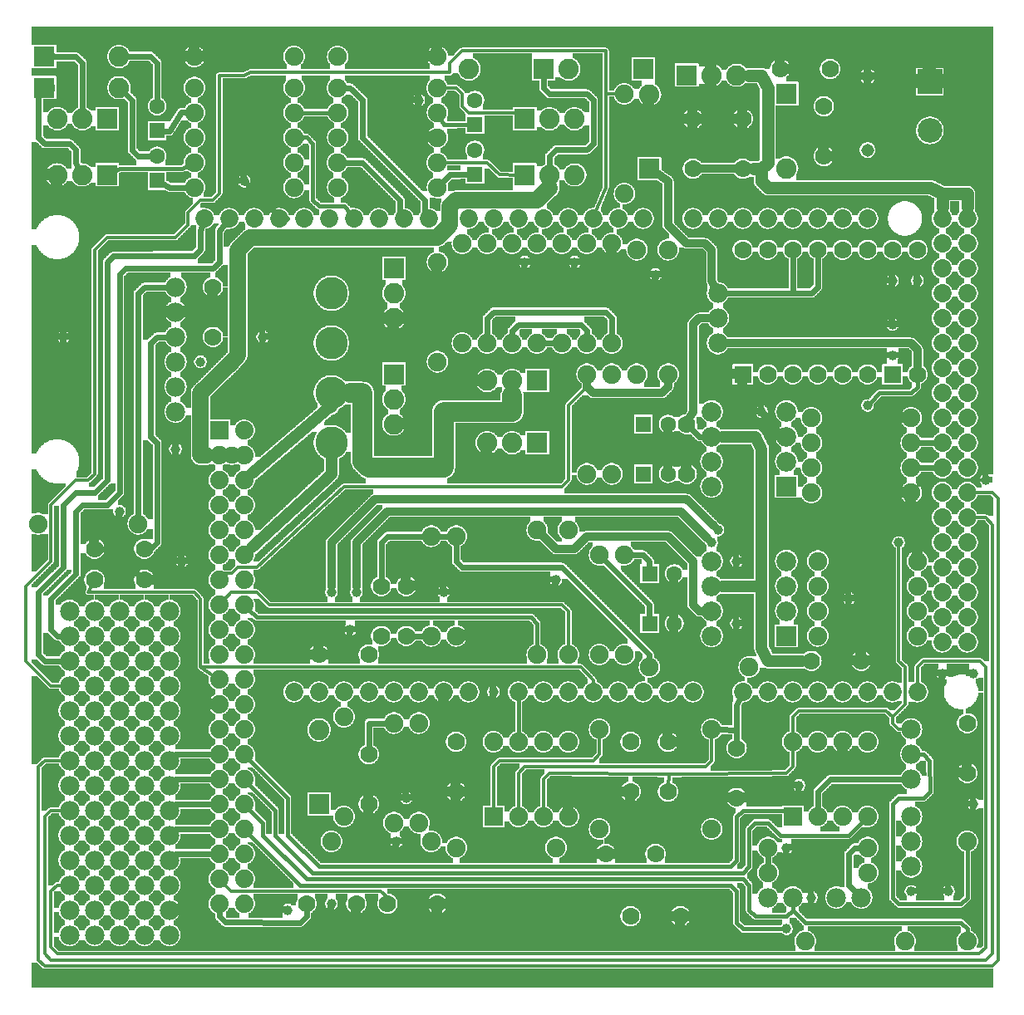
<source format=gbl>
G04 MADE WITH FRITZING*
G04 WWW.FRITZING.ORG*
G04 DOUBLE SIDED*
G04 HOLES PLATED*
G04 CONTOUR ON CENTER OF CONTOUR VECTOR*
%ASAXBY*%
%FSLAX23Y23*%
%MOIN*%
%OFA0B0*%
%SFA1.0B1.0*%
%ADD10C,0.075000*%
%ADD11C,0.039370*%
%ADD12C,0.070000*%
%ADD13C,0.078000*%
%ADD14C,0.130000*%
%ADD15C,0.074000*%
%ADD16C,0.072917*%
%ADD17C,0.082000*%
%ADD18C,0.051496*%
%ADD19C,0.079370*%
%ADD20C,0.062992*%
%ADD21C,0.099055*%
%ADD22R,0.070000X0.070000*%
%ADD23R,0.075000X0.075000*%
%ADD24R,0.074000X0.074000*%
%ADD25R,0.082000X0.082000*%
%ADD26R,0.079370X0.079370*%
%ADD27R,0.062992X0.062992*%
%ADD28R,0.099055X0.099055*%
%ADD29C,0.012000*%
%ADD30C,0.024000*%
%ADD31C,0.048000*%
%ADD32C,0.016000*%
%ADD33C,0.032000*%
%ADD34C,0.065000*%
%ADD35C,0.080000*%
%ADD36C,0.050000*%
%LNCOPPER0*%
G90*
G70*
G54D10*
X1892Y3738D03*
X877Y3626D03*
X1456Y3501D03*
X1913Y3406D03*
X1369Y3248D03*
X185Y3183D03*
X721Y2748D03*
X1086Y2142D03*
X1125Y1815D03*
X616Y2061D03*
X694Y1260D03*
X1296Y1398D03*
X1846Y1464D03*
X2425Y3824D03*
X97Y1193D03*
X1837Y1870D03*
X2948Y1096D03*
X3656Y1127D03*
X3256Y240D03*
X3639Y240D03*
X679Y488D03*
G54D11*
X3691Y1303D03*
X3816Y1303D03*
G54D10*
X2416Y3628D03*
X2416Y3228D03*
G54D11*
X3491Y2878D03*
X3491Y2703D03*
X3491Y2578D03*
X3066Y603D03*
X3116Y853D03*
X3591Y2878D03*
X2216Y2953D03*
X2016Y2953D03*
X966Y2653D03*
X716Y2553D03*
X391Y1953D03*
X616Y2203D03*
X641Y1753D03*
X2866Y1753D03*
X2966Y2353D03*
X3391Y2378D03*
X1502Y628D03*
G54D12*
X3591Y3003D03*
X3591Y2503D03*
X3491Y3003D03*
X3491Y2503D03*
X3391Y3003D03*
X3391Y2503D03*
X3291Y3003D03*
X3291Y2503D03*
X3191Y3003D03*
X3191Y2503D03*
X3091Y3003D03*
X3091Y2503D03*
X2991Y3003D03*
X2991Y2503D03*
X2891Y3003D03*
X2891Y2503D03*
G54D11*
X3866Y2078D03*
X1591Y3603D03*
X3166Y403D03*
X3716Y428D03*
X3816Y778D03*
X891Y3278D03*
X1541Y803D03*
X1891Y1228D03*
G54D10*
X3791Y228D03*
X3791Y628D03*
X3141Y228D03*
X3541Y228D03*
G54D13*
X191Y1553D03*
X291Y1553D03*
X391Y1553D03*
X491Y1553D03*
X591Y1553D03*
X191Y253D03*
X291Y253D03*
X391Y253D03*
X491Y253D03*
X591Y253D03*
X191Y853D03*
X191Y1153D03*
X191Y353D03*
X291Y353D03*
X391Y353D03*
X491Y353D03*
X591Y353D03*
X191Y1353D03*
X191Y1253D03*
X191Y1053D03*
X191Y753D03*
X191Y453D03*
X191Y953D03*
X191Y1453D03*
X191Y653D03*
X191Y553D03*
X291Y853D03*
X291Y1153D03*
X291Y1353D03*
X291Y1253D03*
X291Y1053D03*
X291Y753D03*
X291Y453D03*
X291Y953D03*
X291Y1453D03*
X291Y653D03*
X291Y553D03*
X391Y853D03*
X391Y1153D03*
X391Y1353D03*
X391Y1253D03*
X391Y1053D03*
X391Y753D03*
X391Y453D03*
X391Y953D03*
X391Y1453D03*
X391Y653D03*
X391Y553D03*
X491Y853D03*
X491Y1153D03*
X491Y1353D03*
X491Y1253D03*
X491Y1053D03*
X491Y753D03*
X491Y453D03*
X491Y953D03*
X491Y1453D03*
X491Y653D03*
X491Y553D03*
X591Y453D03*
X591Y553D03*
X591Y653D03*
X591Y753D03*
X591Y853D03*
X591Y953D03*
X591Y1053D03*
X591Y1153D03*
X591Y1253D03*
X591Y1353D03*
X591Y1453D03*
G54D10*
X1891Y728D03*
X1891Y1028D03*
X1991Y728D03*
X1991Y1028D03*
X2091Y728D03*
X2091Y1028D03*
X2191Y728D03*
X2191Y1028D03*
G54D14*
X1241Y2628D03*
X1241Y2828D03*
X1241Y2428D03*
X1241Y2228D03*
G54D11*
X1316Y1478D03*
X3316Y1603D03*
X2866Y1503D03*
X2141Y1678D03*
X1691Y1628D03*
X1241Y378D03*
X1066Y353D03*
X166Y2653D03*
X3566Y428D03*
X2541Y2903D03*
X3066Y278D03*
X2791Y1878D03*
X2766Y1828D03*
X1241Y1628D03*
X1341Y1628D03*
X3516Y1828D03*
G54D10*
X3091Y728D03*
X3091Y1028D03*
X3191Y728D03*
X3191Y1028D03*
X3291Y728D03*
X3291Y1028D03*
X3391Y728D03*
X3391Y1028D03*
G54D15*
X891Y2278D03*
X891Y2178D03*
X891Y2078D03*
X891Y1978D03*
X891Y1878D03*
X891Y1778D03*
X891Y1678D03*
X891Y1578D03*
X891Y1478D03*
X891Y1378D03*
X891Y1278D03*
X891Y1178D03*
X891Y1078D03*
X891Y978D03*
X891Y878D03*
X891Y778D03*
X891Y678D03*
X891Y578D03*
X891Y478D03*
X891Y378D03*
X791Y2278D03*
X791Y2178D03*
X791Y2078D03*
X791Y1978D03*
X791Y1878D03*
X791Y1778D03*
X791Y1678D03*
X791Y1578D03*
X791Y1478D03*
X791Y1378D03*
X791Y1278D03*
X791Y1178D03*
X791Y1078D03*
X791Y978D03*
X791Y878D03*
X791Y778D03*
X791Y678D03*
X791Y578D03*
X791Y478D03*
X791Y378D03*
G54D16*
X2991Y1228D03*
X1391Y1228D03*
X3091Y1228D03*
X3191Y1228D03*
X3291Y1228D03*
X3391Y1228D03*
X3691Y2628D03*
X3491Y1228D03*
X3591Y1228D03*
X1431Y3128D03*
X1991Y1228D03*
X2091Y1228D03*
X2191Y1228D03*
X2291Y1228D03*
X3691Y1828D03*
X2391Y1228D03*
X2491Y1228D03*
X2591Y1228D03*
X2691Y1228D03*
X2191Y3128D03*
X3691Y3028D03*
X3691Y2228D03*
X3691Y1428D03*
X1031Y3128D03*
X1791Y1228D03*
X1791Y3128D03*
X3691Y2828D03*
X3691Y2428D03*
X3691Y2028D03*
X3391Y3128D03*
X3691Y1628D03*
X3291Y3128D03*
X3191Y3128D03*
X3091Y3128D03*
X2991Y3128D03*
X2891Y3128D03*
X2791Y3128D03*
X2691Y3128D03*
X831Y3128D03*
X1231Y3128D03*
X1631Y3128D03*
X1191Y1228D03*
X1591Y1228D03*
X2391Y3128D03*
X1991Y3128D03*
X3691Y3128D03*
X3691Y2928D03*
X3691Y2728D03*
X3691Y2528D03*
X3691Y2328D03*
X3691Y2128D03*
X3691Y1928D03*
X3691Y1728D03*
X3691Y1528D03*
X731Y3128D03*
X931Y3128D03*
X1131Y3128D03*
X1331Y3128D03*
X1531Y3128D03*
X1091Y1228D03*
X1291Y1228D03*
X1491Y1228D03*
X1691Y1228D03*
X2491Y3128D03*
X2291Y3128D03*
X2091Y3128D03*
X1891Y3128D03*
X3791Y3128D03*
X3791Y3028D03*
X3791Y2928D03*
X3791Y2828D03*
X3791Y2728D03*
X3791Y2628D03*
X3791Y2528D03*
X3791Y2428D03*
X3791Y2328D03*
X3791Y2228D03*
X3791Y2128D03*
X3791Y2028D03*
X3791Y1928D03*
X3791Y1828D03*
X3791Y1728D03*
X3791Y1628D03*
X3791Y1528D03*
X3791Y1428D03*
X2891Y1228D03*
G54D17*
X1491Y2503D03*
X1491Y2403D03*
X1491Y2303D03*
X2066Y2478D03*
X1966Y2478D03*
X1866Y2478D03*
X1491Y2928D03*
X1491Y2828D03*
X1491Y2728D03*
X2066Y2228D03*
X1966Y2228D03*
X1866Y2228D03*
G54D12*
X1191Y1378D03*
X1391Y1378D03*
G54D10*
X1291Y728D03*
X1291Y1128D03*
G54D17*
X2516Y3328D03*
X2516Y3626D03*
G54D10*
X466Y1903D03*
X66Y1903D03*
G54D13*
X616Y2853D03*
X616Y2753D03*
X616Y2653D03*
X616Y2553D03*
X616Y2453D03*
X616Y2353D03*
X3566Y528D03*
X3566Y628D03*
X3566Y728D03*
X3566Y1078D03*
X3566Y978D03*
X3566Y878D03*
X2791Y2828D03*
X2791Y2728D03*
X2791Y2628D03*
G54D10*
X2991Y603D03*
X3391Y603D03*
X2991Y503D03*
X3391Y503D03*
G54D13*
X2991Y403D03*
X3091Y403D03*
X3266Y403D03*
X3366Y403D03*
G54D10*
X3591Y1453D03*
X3191Y1453D03*
X2366Y3028D03*
X2366Y2628D03*
X2266Y3028D03*
X2266Y2628D03*
X3566Y2028D03*
X3166Y2028D03*
X3591Y1753D03*
X3191Y1753D03*
X2166Y3028D03*
X2166Y2628D03*
X1666Y2953D03*
X1666Y2553D03*
X3566Y2328D03*
X3166Y2328D03*
G54D17*
X2666Y3703D03*
X2766Y3703D03*
X2866Y3703D03*
G54D12*
X3041Y3728D03*
X3241Y3728D03*
X2891Y3528D03*
X2891Y3328D03*
X3216Y3378D03*
X3216Y3578D03*
X2691Y3528D03*
X2691Y3328D03*
G54D17*
X3066Y3628D03*
X3066Y3330D03*
G54D18*
X3391Y3403D03*
X3391Y3698D03*
G54D19*
X3066Y1453D03*
X2766Y1453D03*
X3066Y1553D03*
X2766Y1553D03*
X3066Y1653D03*
X2766Y1653D03*
X3066Y1753D03*
X2766Y1753D03*
X3066Y2053D03*
X2766Y2053D03*
X3066Y2153D03*
X2766Y2153D03*
X3066Y2253D03*
X2766Y2253D03*
X3066Y2353D03*
X2766Y2353D03*
G54D10*
X3591Y1553D03*
X3191Y1553D03*
X1866Y3028D03*
X1866Y2628D03*
X1966Y3028D03*
X1966Y2628D03*
X3566Y2128D03*
X3166Y2128D03*
X3591Y1653D03*
X3191Y1653D03*
X2066Y3028D03*
X2066Y2628D03*
X1766Y3028D03*
X1766Y2628D03*
X3566Y2228D03*
X3166Y2228D03*
G54D12*
X3366Y1353D03*
X3166Y1353D03*
G54D10*
X2066Y1378D03*
X2066Y1878D03*
G54D12*
X2666Y2103D03*
X2666Y2303D03*
G54D10*
X2591Y2503D03*
X2591Y3003D03*
X2191Y1878D03*
X2191Y1378D03*
X2466Y3003D03*
X2466Y2503D03*
X2416Y1778D03*
X2416Y1378D03*
X2266Y2103D03*
X2266Y2503D03*
X2316Y1778D03*
X2316Y1378D03*
X2366Y2103D03*
X2366Y2503D03*
G54D20*
X2518Y1703D03*
X2616Y1703D03*
X2493Y2303D03*
X2591Y2303D03*
X2518Y1503D03*
X2616Y1503D03*
X2493Y2103D03*
X2591Y2103D03*
G54D10*
X1741Y1853D03*
X1741Y1453D03*
X2141Y603D03*
X1741Y603D03*
X1641Y628D03*
X1241Y628D03*
G54D12*
X1741Y828D03*
X1741Y1028D03*
X1666Y378D03*
X1466Y378D03*
X1391Y778D03*
X1391Y978D03*
X1341Y378D03*
X1141Y378D03*
G54D10*
X1591Y703D03*
X1591Y1103D03*
X1491Y703D03*
X1491Y1103D03*
G54D17*
X1191Y778D03*
X1191Y1076D03*
G54D12*
X2866Y803D03*
X2866Y1003D03*
X291Y1678D03*
X491Y1678D03*
X2441Y828D03*
X2441Y1028D03*
X766Y2853D03*
X766Y2653D03*
X291Y1803D03*
X491Y1803D03*
X2341Y578D03*
X2541Y578D03*
X2641Y328D03*
X2441Y328D03*
G54D10*
X2766Y678D03*
X2766Y1078D03*
X2316Y678D03*
X2316Y1078D03*
X2916Y1328D03*
X2516Y1328D03*
G54D12*
X1441Y1453D03*
X1441Y1653D03*
X2591Y828D03*
X2591Y1028D03*
X3791Y1103D03*
X3791Y903D03*
X1541Y1653D03*
X1541Y1453D03*
G54D10*
X1641Y1853D03*
X1641Y1453D03*
X1091Y3253D03*
X691Y3253D03*
X1266Y3253D03*
X1666Y3253D03*
X1091Y3553D03*
X691Y3553D03*
X1266Y3553D03*
X1666Y3553D03*
G54D20*
X542Y3281D03*
X542Y3379D03*
X1816Y3305D03*
X1816Y3403D03*
X542Y3481D03*
X542Y3579D03*
X1816Y3505D03*
X1816Y3603D03*
G54D17*
X91Y3653D03*
X389Y3653D03*
X2091Y3728D03*
X1793Y3728D03*
X91Y3778D03*
X389Y3778D03*
X2491Y3728D03*
X2193Y3728D03*
X341Y3303D03*
X241Y3303D03*
X141Y3303D03*
X2016Y3303D03*
X2116Y3303D03*
X2216Y3303D03*
X342Y3529D03*
X242Y3529D03*
X142Y3529D03*
X2016Y3528D03*
X2116Y3528D03*
X2216Y3528D03*
G54D10*
X1091Y3353D03*
X691Y3353D03*
X1265Y3352D03*
X1665Y3352D03*
X1091Y3653D03*
X691Y3653D03*
X1265Y3652D03*
X1665Y3652D03*
X1091Y3453D03*
X691Y3453D03*
X1266Y3453D03*
X1666Y3453D03*
X1091Y3778D03*
X691Y3778D03*
X1266Y3778D03*
X1666Y3778D03*
G54D21*
X3641Y3678D03*
X3641Y3481D03*
G54D22*
X2891Y2503D03*
X3491Y2503D03*
G54D23*
X1891Y728D03*
X3091Y728D03*
G54D24*
X791Y2278D03*
G54D25*
X1491Y2503D03*
X2066Y2478D03*
X1491Y2928D03*
X2066Y2228D03*
X2516Y3327D03*
X2666Y3703D03*
X3066Y3629D03*
G54D26*
X3066Y1453D03*
X3066Y2053D03*
G54D27*
X2518Y1703D03*
X2493Y2303D03*
X2518Y1503D03*
X2493Y2103D03*
G54D25*
X1191Y777D03*
G54D27*
X542Y3281D03*
X1816Y3305D03*
X542Y3481D03*
X1816Y3505D03*
G54D25*
X90Y3653D03*
X2092Y3728D03*
X90Y3778D03*
X2492Y3728D03*
X341Y3303D03*
X2016Y3303D03*
X342Y3529D03*
X2016Y3528D03*
G54D28*
X3641Y3678D03*
G54D29*
X116Y1253D02*
X16Y1353D01*
D02*
X267Y2077D02*
X291Y2103D01*
D02*
X216Y2077D02*
X266Y2077D01*
D02*
X16Y1353D02*
X16Y1653D01*
D02*
X16Y1653D02*
X116Y1753D01*
D02*
X116Y1753D02*
X116Y1977D01*
D02*
X116Y1977D02*
X216Y2077D01*
D02*
X291Y2103D02*
X291Y3003D01*
D02*
X617Y3053D02*
X666Y3103D01*
D02*
X342Y3053D02*
X617Y3053D01*
D02*
X291Y3003D02*
X342Y3053D01*
D02*
X2341Y3628D02*
X2341Y3252D01*
D02*
X167Y1253D02*
X116Y1253D01*
D02*
X667Y3152D02*
X715Y3202D01*
D02*
X666Y3103D02*
X667Y3152D01*
D02*
X766Y3203D02*
X791Y3228D01*
D02*
X715Y3202D02*
X766Y3203D01*
D02*
X791Y3702D02*
X891Y3702D01*
D02*
X891Y3702D02*
X917Y3715D01*
D02*
X791Y3228D02*
X791Y3702D01*
D02*
X1717Y3752D02*
X1765Y3802D01*
D02*
X917Y3715D02*
X1717Y3715D01*
D02*
X1717Y3715D02*
X1717Y3752D01*
D02*
X1765Y3802D02*
X2341Y3802D01*
D02*
X2341Y3802D02*
X2341Y3628D01*
D02*
X2341Y3252D02*
X2300Y3151D01*
D02*
X2393Y3628D02*
X2341Y3628D01*
D02*
X2593Y849D02*
X2597Y897D01*
G54D30*
D02*
X3595Y2228D02*
X3661Y2228D01*
D02*
X3661Y2128D02*
X3595Y2128D01*
G54D31*
D02*
X2966Y1653D02*
X2808Y1653D01*
G54D32*
D02*
X3440Y2428D02*
X3401Y2388D01*
G54D33*
D02*
X2981Y2334D02*
X3043Y2254D01*
D02*
X3043Y2254D02*
X3030Y2254D01*
G54D30*
D02*
X615Y578D02*
X612Y575D01*
D02*
X760Y578D02*
X615Y578D01*
G54D29*
D02*
X3616Y2078D02*
X3582Y2044D01*
D02*
X3853Y2078D02*
X3616Y2078D01*
G54D30*
D02*
X1040Y3128D02*
X1042Y3128D01*
D02*
X1042Y3128D02*
X1061Y3128D01*
D02*
X905Y3265D02*
X1040Y3128D01*
D02*
X616Y979D02*
X612Y974D01*
D02*
X616Y778D02*
X613Y774D01*
D02*
X616Y678D02*
X613Y674D01*
G54D29*
D02*
X91Y953D02*
X167Y953D01*
D02*
X116Y753D02*
X167Y753D01*
D02*
X142Y453D02*
X167Y453D01*
G54D30*
D02*
X91Y1353D02*
X161Y1353D01*
D02*
X141Y1453D02*
X161Y1453D01*
D02*
X341Y1803D02*
X317Y1803D01*
D02*
X471Y1695D02*
X341Y1803D01*
D02*
X617Y879D02*
X612Y874D01*
G54D32*
D02*
X1991Y1177D02*
X1991Y1051D01*
G54D30*
D02*
X1391Y1103D02*
X1463Y1103D01*
D02*
X1391Y1004D02*
X1391Y1103D01*
G54D29*
D02*
X1917Y953D02*
X2291Y952D01*
D02*
X2316Y977D02*
X2316Y1055D01*
D02*
X2291Y952D02*
X2316Y977D01*
D02*
X1891Y928D02*
X1917Y953D01*
D02*
X1891Y751D02*
X1891Y928D01*
D02*
X2742Y928D02*
X2767Y952D01*
D02*
X2767Y952D02*
X2766Y1055D01*
D02*
X2016Y928D02*
X2742Y928D01*
D02*
X1991Y903D02*
X2016Y928D01*
D02*
X1991Y751D02*
X1991Y903D01*
D02*
X3091Y928D02*
X3066Y903D01*
D02*
X2116Y903D02*
X2091Y878D01*
D02*
X3091Y1005D02*
X3091Y928D01*
D02*
X2597Y897D02*
X2116Y903D01*
D02*
X3066Y903D02*
X2597Y897D01*
D02*
X2091Y878D02*
X2091Y751D01*
G54D34*
D02*
X845Y2178D02*
X838Y2178D01*
G54D31*
D02*
X1242Y2103D02*
X1241Y2171D01*
D02*
X922Y1807D02*
X1242Y2103D01*
D02*
X1242Y2377D02*
X1242Y2371D01*
D02*
X923Y2105D02*
X1242Y2377D01*
G54D30*
D02*
X760Y978D02*
X616Y979D01*
D02*
X760Y878D02*
X617Y879D01*
D02*
X760Y778D02*
X616Y778D01*
D02*
X760Y678D02*
X616Y678D01*
G54D29*
D02*
X941Y1728D02*
X1291Y2052D01*
D02*
X867Y1728D02*
X941Y1728D01*
D02*
X2167Y2052D02*
X2191Y2078D01*
D02*
X1291Y2052D02*
X2167Y2052D01*
D02*
X842Y1704D02*
X867Y1728D01*
D02*
X816Y1704D02*
X842Y1704D01*
D02*
X809Y1696D02*
X816Y1704D01*
D02*
X2191Y2078D02*
X2191Y2377D01*
D02*
X2191Y2377D02*
X2266Y2453D01*
D02*
X2266Y2453D02*
X2266Y2480D01*
G54D35*
D02*
X1366Y2153D02*
X1391Y2128D01*
D02*
X1366Y2428D02*
X1366Y2153D01*
D02*
X1391Y2128D02*
X1691Y2128D01*
D02*
X1691Y2128D02*
X1691Y2353D01*
D02*
X1691Y2353D02*
X1966Y2353D01*
D02*
X1966Y2353D02*
X1966Y2418D01*
D02*
X1315Y2428D02*
X1366Y2428D01*
G54D32*
D02*
X1991Y1203D02*
X1991Y1177D01*
G54D36*
D02*
X3641Y3252D02*
X3691Y3228D01*
D02*
X2991Y3252D02*
X3641Y3252D01*
D02*
X2965Y3278D02*
X2991Y3252D01*
D02*
X3691Y3228D02*
X3691Y3175D01*
D02*
X2967Y3328D02*
X2965Y3278D01*
D02*
X3791Y3228D02*
X3791Y3175D01*
D02*
X3691Y3228D02*
X3791Y3228D01*
G54D29*
D02*
X716Y1328D02*
X770Y1292D01*
G54D30*
D02*
X3091Y2828D02*
X3166Y2828D01*
D02*
X3191Y2853D02*
X3191Y2977D01*
D02*
X3166Y2828D02*
X3191Y2853D01*
D02*
X3091Y2828D02*
X3091Y2977D01*
D02*
X2821Y2828D02*
X3091Y2828D01*
G54D33*
D02*
X3591Y2603D02*
X3591Y2535D01*
D02*
X3567Y2628D02*
X3591Y2603D01*
D02*
X2827Y2628D02*
X3567Y2628D01*
G54D32*
D02*
X3440Y2428D02*
X3566Y2428D01*
D02*
X3591Y2453D02*
X3591Y2482D01*
D02*
X3566Y2428D02*
X3591Y2453D01*
D02*
X2891Y479D02*
X2917Y453D01*
D02*
X2917Y453D02*
X2916Y353D01*
D02*
X2916Y353D02*
X2941Y328D01*
D02*
X2941Y328D02*
X3066Y328D01*
D02*
X1142Y479D02*
X2891Y479D01*
D02*
X3066Y328D02*
X3091Y353D01*
D02*
X3091Y353D02*
X3091Y378D01*
D02*
X966Y653D02*
X1142Y479D01*
D02*
X966Y703D02*
X966Y653D01*
D02*
X909Y760D02*
X966Y703D01*
D02*
X2841Y453D02*
X1117Y453D01*
D02*
X2866Y428D02*
X2841Y453D01*
D02*
X2865Y302D02*
X2866Y428D01*
D02*
X1117Y453D02*
X909Y660D01*
D02*
X2891Y277D02*
X2865Y302D01*
D02*
X3053Y278D02*
X2891Y277D01*
G54D30*
D02*
X791Y328D02*
X791Y347D01*
D02*
X816Y304D02*
X791Y328D01*
D02*
X1116Y303D02*
X816Y304D01*
D02*
X1141Y328D02*
X1116Y303D01*
D02*
X1141Y352D02*
X1141Y328D01*
G54D29*
D02*
X1440Y428D02*
X840Y428D01*
D02*
X840Y428D02*
X809Y460D01*
D02*
X1467Y404D02*
X1440Y428D01*
D02*
X1467Y399D02*
X1467Y404D01*
D02*
X116Y428D02*
X116Y204D01*
D02*
X116Y204D02*
X142Y177D01*
D02*
X142Y453D02*
X116Y428D01*
D02*
X142Y177D02*
X3840Y177D01*
D02*
X3840Y177D02*
X3866Y203D01*
D02*
X3866Y203D02*
X3867Y1328D01*
D02*
X3616Y1352D02*
X3591Y1328D01*
D02*
X3842Y1352D02*
X3616Y1352D01*
D02*
X3591Y1328D02*
X3591Y1253D01*
D02*
X3867Y1328D02*
X3842Y1352D01*
D02*
X91Y728D02*
X91Y179D01*
D02*
X116Y753D02*
X91Y728D01*
D02*
X91Y179D02*
X116Y152D01*
D02*
X3866Y153D02*
X3891Y177D01*
D02*
X3867Y1928D02*
X3816Y1928D01*
D02*
X116Y152D02*
X3866Y153D01*
D02*
X3891Y177D02*
X3891Y1900D01*
D02*
X3891Y1900D02*
X3867Y1928D01*
D02*
X91Y953D02*
X67Y928D01*
D02*
X67Y928D02*
X67Y152D01*
D02*
X67Y152D02*
X91Y128D01*
D02*
X3917Y153D02*
X3916Y2004D01*
D02*
X3916Y2004D02*
X3891Y2028D01*
D02*
X91Y128D02*
X3891Y128D01*
D02*
X3891Y128D02*
X3917Y153D01*
D02*
X3891Y2028D02*
X3816Y2028D01*
D02*
X3517Y1079D02*
X3542Y1078D01*
D02*
X3491Y1103D02*
X3517Y1079D01*
D02*
X3491Y1128D02*
X3491Y1103D01*
G54D32*
D02*
X2891Y753D02*
X3066Y753D01*
D02*
X2866Y728D02*
X2891Y753D01*
D02*
X2866Y553D02*
X2866Y728D01*
D02*
X2842Y528D02*
X2866Y553D01*
D02*
X1191Y528D02*
X2842Y528D01*
D02*
X1067Y653D02*
X1191Y528D01*
D02*
X1066Y803D02*
X1067Y653D01*
D02*
X3066Y753D02*
X3075Y744D01*
D02*
X909Y960D02*
X1066Y803D01*
D02*
X1017Y753D02*
X1017Y653D01*
D02*
X2891Y503D02*
X2917Y528D01*
D02*
X1166Y503D02*
X2891Y503D01*
D02*
X1017Y653D02*
X1166Y503D01*
D02*
X2917Y528D02*
X2917Y677D01*
D02*
X2940Y703D02*
X2991Y703D01*
D02*
X2917Y677D02*
X2940Y703D01*
D02*
X2991Y703D02*
X3042Y653D01*
D02*
X3042Y653D02*
X3317Y653D01*
D02*
X3317Y653D02*
X3375Y712D01*
D02*
X909Y860D02*
X1017Y753D01*
G54D30*
D02*
X2716Y2253D02*
X2685Y2284D01*
D02*
X2735Y2253D02*
X2716Y2253D01*
G54D29*
D02*
X991Y1577D02*
X2166Y1577D01*
D02*
X2166Y1577D02*
X2191Y1553D01*
D02*
X942Y1628D02*
X991Y1577D01*
D02*
X2191Y1553D02*
X2191Y1401D01*
D02*
X840Y1628D02*
X942Y1628D01*
D02*
X809Y1596D02*
X840Y1628D01*
G54D32*
D02*
X909Y1560D02*
X942Y1528D01*
D02*
X942Y1528D02*
X2042Y1528D01*
D02*
X2042Y1528D02*
X2066Y1503D01*
D02*
X2066Y1503D02*
X2066Y1401D01*
G54D33*
D02*
X1241Y1828D02*
X1417Y2002D01*
D02*
X1417Y2002D02*
X2665Y2002D01*
D02*
X2665Y2002D02*
X2774Y1895D01*
D02*
X1241Y1653D02*
X1241Y1828D01*
D02*
X1342Y1652D02*
X1342Y1653D01*
D02*
X1341Y1828D02*
X1342Y1652D01*
D02*
X1465Y1952D02*
X1341Y1828D01*
D02*
X2641Y1953D02*
X1465Y1952D01*
D02*
X2749Y1845D02*
X2641Y1953D01*
G54D30*
D02*
X1467Y1852D02*
X1613Y1853D01*
D02*
X1442Y1828D02*
X1467Y1852D01*
D02*
X1441Y1679D02*
X1442Y1828D01*
D02*
X342Y2077D02*
X291Y2028D01*
D02*
X291Y2028D02*
X215Y2028D01*
D02*
X66Y1378D02*
X91Y1353D01*
D02*
X65Y1628D02*
X66Y1378D01*
D02*
X167Y1728D02*
X65Y1628D01*
D02*
X167Y1978D02*
X167Y1728D01*
D02*
X215Y2028D02*
X167Y1978D01*
D02*
X342Y2952D02*
X342Y2077D01*
D02*
X691Y2979D02*
X367Y2977D01*
D02*
X716Y3079D02*
X716Y3004D01*
D02*
X716Y3004D02*
X691Y2979D01*
D02*
X367Y2977D02*
X342Y2952D01*
D02*
X722Y3099D02*
X716Y3079D01*
D02*
X391Y2028D02*
X341Y1978D01*
D02*
X791Y2952D02*
X767Y2928D01*
D02*
X791Y3078D02*
X791Y2952D01*
D02*
X767Y2928D02*
X416Y2928D01*
D02*
X416Y2928D02*
X391Y2904D01*
D02*
X391Y2904D02*
X391Y2028D01*
D02*
X341Y1978D02*
X241Y1978D01*
D02*
X116Y1477D02*
X141Y1453D01*
D02*
X115Y1602D02*
X116Y1477D01*
D02*
X217Y1952D02*
X217Y1702D01*
D02*
X217Y1702D02*
X115Y1602D01*
D02*
X241Y1978D02*
X217Y1952D01*
D02*
X812Y3104D02*
X791Y3078D01*
D02*
X1742Y1753D02*
X1767Y1728D01*
D02*
X2167Y1728D02*
X2516Y1377D01*
D02*
X1767Y1728D02*
X2167Y1728D01*
D02*
X2516Y1377D02*
X2516Y1357D01*
D02*
X1741Y1824D02*
X1742Y1753D01*
D02*
X515Y2252D02*
X541Y2228D01*
D02*
X516Y1803D02*
X517Y1803D01*
D02*
X542Y1828D02*
X516Y1803D01*
D02*
X541Y2228D02*
X542Y1828D01*
D02*
X516Y2628D02*
X515Y2252D01*
D02*
X542Y2652D02*
X516Y2628D01*
D02*
X586Y2653D02*
X542Y2652D01*
G54D33*
D02*
X2266Y1853D02*
X2216Y1803D01*
D02*
X2216Y1803D02*
X2141Y1803D01*
D02*
X2141Y1803D02*
X2090Y1854D01*
D02*
X2591Y1853D02*
X2266Y1853D01*
D02*
X2667Y1777D02*
X2591Y1853D01*
D02*
X2666Y1777D02*
X2667Y1777D01*
D02*
X2691Y1753D02*
X2666Y1777D01*
D02*
X2691Y1578D02*
X2691Y1753D01*
D02*
X2716Y1553D02*
X2691Y1578D01*
D02*
X2730Y1553D02*
X2716Y1553D01*
G54D31*
D02*
X2808Y2253D02*
X2941Y2253D01*
G54D33*
D02*
X2691Y2704D02*
X2716Y2728D01*
D02*
X2691Y2353D02*
X2691Y2704D01*
D02*
X2680Y2331D02*
X2691Y2353D01*
D02*
X2716Y2728D02*
X2756Y2728D01*
G54D31*
D02*
X2966Y1653D02*
X2966Y1403D01*
D02*
X2966Y2203D02*
X2966Y1653D01*
D02*
X2941Y2253D02*
X2966Y2203D01*
D02*
X2991Y1353D02*
X3129Y1353D01*
D02*
X2966Y1403D02*
X2991Y1353D01*
G54D33*
D02*
X2567Y2428D02*
X2591Y2453D01*
D02*
X2591Y2453D02*
X2591Y2469D01*
D02*
X2291Y2428D02*
X2567Y2428D01*
D02*
X2267Y2453D02*
X2291Y2428D01*
D02*
X2266Y2469D02*
X2267Y2453D01*
G54D32*
D02*
X1114Y3553D02*
X1243Y3553D01*
G54D30*
D02*
X2866Y1029D02*
X2865Y1076D01*
D02*
X1891Y2753D02*
X2342Y2753D01*
D02*
X2342Y2753D02*
X2367Y2728D01*
D02*
X2367Y2728D02*
X2366Y2657D01*
D02*
X1867Y2728D02*
X1891Y2753D01*
D02*
X1866Y2657D02*
X1867Y2728D01*
D02*
X2095Y2628D02*
X2138Y2628D01*
D02*
X2241Y2703D02*
X2266Y2677D01*
D02*
X1991Y2703D02*
X2241Y2703D01*
D02*
X1967Y2677D02*
X1991Y2703D01*
D02*
X2266Y2677D02*
X2266Y2657D01*
D02*
X1966Y2657D02*
X1967Y2677D01*
G54D33*
D02*
X2591Y3278D02*
X2591Y3102D01*
D02*
X2766Y3003D02*
X2766Y2879D01*
D02*
X2766Y2879D02*
X2775Y2860D01*
D02*
X2740Y3028D02*
X2766Y3003D01*
D02*
X2666Y3028D02*
X2740Y3028D01*
D02*
X2591Y3102D02*
X2666Y3028D01*
D02*
X2548Y3307D02*
X2591Y3278D01*
G54D30*
D02*
X1670Y1853D02*
X1713Y1853D01*
G54D29*
D02*
X691Y1628D02*
X267Y1628D01*
D02*
X267Y1628D02*
X282Y1660D01*
D02*
X715Y1602D02*
X691Y1628D01*
D02*
X716Y1328D02*
X715Y1602D01*
D02*
X1043Y1328D02*
X716Y1328D01*
D02*
X2291Y1276D02*
X2241Y1328D01*
D02*
X2291Y1253D02*
X2291Y1276D01*
G54D30*
D02*
X467Y2828D02*
X466Y1932D01*
D02*
X491Y2852D02*
X467Y2828D01*
D02*
X586Y2853D02*
X491Y2852D01*
D02*
X3317Y577D02*
X3317Y453D01*
D02*
X3340Y603D02*
X3317Y577D01*
D02*
X3363Y603D02*
X3340Y603D01*
D02*
X2991Y574D02*
X2991Y532D01*
G54D32*
D02*
X3766Y303D02*
X3142Y303D01*
D02*
X3791Y277D02*
X3766Y303D01*
D02*
X3142Y303D02*
X3091Y353D01*
D02*
X3791Y251D02*
X3791Y277D01*
D02*
X3091Y353D02*
X3091Y378D01*
D02*
X3766Y377D02*
X3791Y403D01*
D02*
X3791Y403D02*
X3791Y605D01*
D02*
X3517Y377D02*
X3766Y377D01*
D02*
X3491Y403D02*
X3517Y377D01*
D02*
X3491Y777D02*
X3491Y403D01*
D02*
X3617Y803D02*
X3517Y803D01*
D02*
X3517Y803D02*
X3491Y777D01*
D02*
X3642Y828D02*
X3617Y803D01*
D02*
X3617Y977D02*
X3640Y953D01*
D02*
X3640Y953D02*
X3642Y828D01*
D02*
X3591Y978D02*
X3617Y977D01*
G54D30*
D02*
X3242Y877D02*
X3536Y878D01*
D02*
X3191Y828D02*
X3242Y877D01*
D02*
X3191Y757D02*
X3191Y828D01*
D02*
X2491Y1778D02*
X2445Y1778D01*
D02*
X2516Y1753D02*
X2491Y1778D01*
D02*
X2517Y1730D02*
X2516Y1753D01*
D02*
X2516Y1579D02*
X2336Y1758D01*
D02*
X2517Y1530D02*
X2516Y1579D01*
G54D36*
D02*
X2967Y3702D02*
X2991Y3652D01*
D02*
X2967Y3328D02*
X2934Y3328D01*
D02*
X2991Y3352D02*
X2967Y3328D01*
D02*
X2991Y3652D02*
X2991Y3352D01*
D02*
X2915Y3703D02*
X2967Y3702D01*
G54D33*
D02*
X2860Y3328D02*
X2723Y3328D01*
G54D32*
D02*
X641Y3328D02*
X671Y3343D01*
D02*
X391Y3328D02*
X641Y3328D01*
D02*
X365Y3315D02*
X391Y3328D01*
G54D30*
D02*
X1517Y3203D02*
X1367Y3352D01*
D02*
X1517Y3153D02*
X1517Y3203D01*
D02*
X1516Y3154D02*
X1517Y3153D01*
D02*
X1367Y3352D02*
X1294Y3352D01*
D02*
X1615Y3154D02*
X1616Y3152D01*
D02*
X1616Y3203D02*
X1367Y3452D01*
D02*
X1616Y3152D02*
X1616Y3203D01*
G54D32*
D02*
X1141Y3454D02*
X1114Y3453D01*
D02*
X1167Y3202D02*
X1166Y3428D01*
D02*
X1166Y3428D02*
X1141Y3454D01*
D02*
X1191Y3178D02*
X1167Y3202D01*
D02*
X1317Y3153D02*
X1291Y3178D01*
D02*
X1291Y3178D02*
X1191Y3178D01*
D02*
X1319Y3149D02*
X1317Y3153D01*
G54D30*
D02*
X1613Y1453D02*
X1567Y1453D01*
G54D32*
D02*
X1691Y3504D02*
X1795Y3504D01*
D02*
X1677Y3532D02*
X1691Y3504D01*
G54D29*
D02*
X1991Y3552D02*
X1791Y3552D01*
D02*
X1767Y3578D02*
X1767Y3628D01*
D02*
X1741Y3652D02*
X1691Y3652D01*
D02*
X1767Y3628D02*
X1741Y3652D01*
D02*
X1691Y3652D02*
X1688Y3652D01*
D02*
X1791Y3552D02*
X1767Y3578D01*
D02*
X1997Y3547D02*
X1991Y3552D01*
G54D30*
D02*
X2291Y3604D02*
X2291Y3428D01*
D02*
X2091Y3652D02*
X2116Y3628D01*
D02*
X2116Y3628D02*
X2267Y3628D01*
D02*
X2291Y3428D02*
X2267Y3404D01*
D02*
X2142Y3404D02*
X2116Y3377D01*
D02*
X2267Y3628D02*
X2291Y3604D01*
D02*
X2116Y3377D02*
X2116Y3335D01*
D02*
X2267Y3404D02*
X2142Y3404D01*
D02*
X2091Y3696D02*
X2091Y3652D01*
D02*
X216Y3777D02*
X123Y3778D01*
D02*
X242Y3752D02*
X216Y3777D01*
D02*
X242Y3561D02*
X242Y3752D01*
D02*
X191Y3428D02*
X91Y3428D01*
D02*
X216Y3404D02*
X191Y3428D01*
D02*
X216Y3352D02*
X216Y3404D01*
D02*
X67Y3628D02*
X69Y3630D01*
D02*
X67Y3452D02*
X67Y3628D01*
D02*
X91Y3428D02*
X67Y3452D01*
D02*
X226Y3332D02*
X216Y3352D01*
D02*
X542Y3752D02*
X516Y3779D01*
D02*
X516Y3779D02*
X421Y3778D01*
D02*
X542Y3606D02*
X542Y3752D01*
D02*
X442Y3403D02*
X442Y3603D01*
D02*
X466Y3379D02*
X442Y3403D01*
D02*
X442Y3603D02*
X412Y3631D01*
D02*
X515Y3379D02*
X466Y3379D01*
D02*
X663Y3554D02*
X639Y3554D01*
D02*
X591Y3479D02*
X569Y3480D01*
D02*
X639Y3554D02*
X591Y3479D01*
D02*
X591Y3253D02*
X566Y3268D01*
D02*
X663Y3253D02*
X591Y3253D01*
D02*
X1717Y3304D02*
X1789Y3304D01*
D02*
X1686Y3273D02*
X1717Y3304D01*
G54D29*
D02*
X1916Y3304D02*
X1990Y3303D01*
D02*
X1867Y3352D02*
X1916Y3304D01*
D02*
X1688Y3352D02*
X1867Y3352D01*
D02*
X2241Y1328D02*
X1043Y1328D01*
G54D30*
D02*
X3317Y453D02*
X3345Y424D01*
G54D34*
D02*
X2116Y3253D02*
X2116Y3249D01*
D02*
X2065Y3202D02*
X2116Y3253D01*
D02*
X1741Y3202D02*
X2065Y3202D01*
D02*
X1717Y3178D02*
X1741Y3202D01*
D02*
X1717Y3102D02*
X1717Y3178D01*
D02*
X1667Y3052D02*
X1717Y3102D01*
D02*
X917Y3052D02*
X1667Y3052D01*
D02*
X865Y3002D02*
X917Y3052D01*
D02*
X841Y2552D02*
X865Y2578D01*
D02*
X865Y2578D02*
X865Y3002D01*
D02*
X716Y2177D02*
X716Y2428D01*
D02*
X716Y2428D02*
X841Y2552D01*
D02*
X738Y2177D02*
X716Y2177D01*
G54D30*
D02*
X1367Y3452D02*
X1367Y3604D01*
D02*
X1316Y3652D02*
X1294Y3652D01*
D02*
X1367Y3604D02*
X1316Y3652D01*
G54D29*
D02*
X3517Y1153D02*
X3491Y1128D01*
D02*
X3117Y1153D02*
X3091Y1128D01*
D02*
X3466Y1153D02*
X3117Y1153D01*
D02*
X3491Y1128D02*
X3466Y1153D01*
D02*
X3542Y1179D02*
X3517Y1153D01*
D02*
X3091Y1128D02*
X3091Y1051D01*
D02*
X3542Y1328D02*
X3542Y1179D01*
D02*
X3516Y1352D02*
X3542Y1328D01*
D02*
X3516Y1815D02*
X3516Y1352D01*
G54D30*
D02*
X2865Y1176D02*
X2878Y1201D01*
D02*
X2865Y1076D02*
X2865Y1176D01*
D02*
X2865Y1076D02*
X2795Y1077D01*
G36*
X138Y3759D02*
X138Y3731D01*
X40Y3731D01*
X40Y3701D01*
X136Y3701D01*
X136Y3699D01*
X138Y3699D01*
X138Y3607D01*
X84Y3607D01*
X84Y3575D01*
X154Y3575D01*
X154Y3573D01*
X160Y3573D01*
X160Y3571D01*
X164Y3571D01*
X164Y3569D01*
X168Y3569D01*
X168Y3567D01*
X170Y3567D01*
X170Y3565D01*
X174Y3565D01*
X174Y3563D01*
X176Y3563D01*
X176Y3561D01*
X178Y3561D01*
X178Y3557D01*
X180Y3557D01*
X180Y3555D01*
X182Y3555D01*
X182Y3551D01*
X202Y3551D01*
X202Y3555D01*
X204Y3555D01*
X204Y3557D01*
X206Y3557D01*
X206Y3559D01*
X208Y3559D01*
X208Y3563D01*
X212Y3563D01*
X212Y3565D01*
X214Y3565D01*
X214Y3567D01*
X216Y3567D01*
X216Y3569D01*
X220Y3569D01*
X220Y3571D01*
X224Y3571D01*
X224Y3745D01*
X222Y3745D01*
X222Y3747D01*
X220Y3747D01*
X220Y3749D01*
X218Y3749D01*
X218Y3751D01*
X216Y3751D01*
X216Y3753D01*
X214Y3753D01*
X214Y3755D01*
X212Y3755D01*
X212Y3757D01*
X210Y3757D01*
X210Y3759D01*
X138Y3759D01*
G37*
D02*
G36*
X84Y3575D02*
X84Y3555D01*
X104Y3555D01*
X104Y3557D01*
X106Y3557D01*
X106Y3559D01*
X108Y3559D01*
X108Y3563D01*
X112Y3563D01*
X112Y3565D01*
X114Y3565D01*
X114Y3567D01*
X116Y3567D01*
X116Y3569D01*
X120Y3569D01*
X120Y3571D01*
X124Y3571D01*
X124Y3573D01*
X130Y3573D01*
X130Y3575D01*
X84Y3575D01*
G37*
D02*
G36*
X1810Y3791D02*
X1810Y3771D01*
X1814Y3771D01*
X1814Y3769D01*
X1818Y3769D01*
X1818Y3767D01*
X1820Y3767D01*
X1820Y3765D01*
X1824Y3765D01*
X1824Y3763D01*
X1826Y3763D01*
X1826Y3761D01*
X1828Y3761D01*
X1828Y3759D01*
X1830Y3759D01*
X1830Y3755D01*
X1832Y3755D01*
X1832Y3753D01*
X1834Y3753D01*
X1834Y3749D01*
X1836Y3749D01*
X1836Y3745D01*
X1838Y3745D01*
X1838Y3739D01*
X1840Y3739D01*
X1840Y3719D01*
X1838Y3719D01*
X1838Y3711D01*
X1836Y3711D01*
X1836Y3707D01*
X1834Y3707D01*
X1834Y3703D01*
X1832Y3703D01*
X1832Y3701D01*
X1830Y3701D01*
X1830Y3697D01*
X1828Y3697D01*
X1828Y3695D01*
X1826Y3695D01*
X1826Y3693D01*
X1822Y3693D01*
X1822Y3691D01*
X1820Y3691D01*
X1820Y3689D01*
X1818Y3689D01*
X1818Y3687D01*
X1814Y3687D01*
X1814Y3685D01*
X1810Y3685D01*
X1810Y3683D01*
X1802Y3683D01*
X1802Y3681D01*
X2046Y3681D01*
X2046Y3719D01*
X2044Y3719D01*
X2044Y3737D01*
X2046Y3737D01*
X2046Y3791D01*
X1810Y3791D01*
G37*
D02*
G36*
X1728Y3713D02*
X1728Y3709D01*
X1726Y3709D01*
X1726Y3707D01*
X1724Y3707D01*
X1724Y3705D01*
X1722Y3705D01*
X1722Y3703D01*
X1694Y3703D01*
X1694Y3683D01*
X1696Y3683D01*
X1696Y3681D01*
X1784Y3681D01*
X1784Y3683D01*
X1778Y3683D01*
X1778Y3685D01*
X1772Y3685D01*
X1772Y3687D01*
X1768Y3687D01*
X1768Y3689D01*
X1766Y3689D01*
X1766Y3691D01*
X1764Y3691D01*
X1764Y3693D01*
X1760Y3693D01*
X1760Y3695D01*
X1758Y3695D01*
X1758Y3699D01*
X1756Y3699D01*
X1756Y3701D01*
X1754Y3701D01*
X1754Y3705D01*
X1752Y3705D01*
X1752Y3707D01*
X1750Y3707D01*
X1750Y3713D01*
X1728Y3713D01*
G37*
D02*
G36*
X1698Y3681D02*
X1698Y3679D01*
X2074Y3679D01*
X2074Y3681D01*
X1698Y3681D01*
G37*
D02*
G36*
X1698Y3681D02*
X1698Y3679D01*
X2074Y3679D01*
X2074Y3681D01*
X1698Y3681D01*
G37*
D02*
G36*
X1700Y3679D02*
X1700Y3677D01*
X1702Y3677D01*
X1702Y3673D01*
X1704Y3673D01*
X1704Y3669D01*
X1706Y3669D01*
X1706Y3665D01*
X1744Y3665D01*
X1744Y3663D01*
X1748Y3663D01*
X1748Y3661D01*
X1750Y3661D01*
X1750Y3659D01*
X1752Y3659D01*
X1752Y3657D01*
X1754Y3657D01*
X1754Y3655D01*
X1756Y3655D01*
X1756Y3653D01*
X1760Y3653D01*
X1760Y3651D01*
X1762Y3651D01*
X1762Y3649D01*
X1764Y3649D01*
X1764Y3647D01*
X1766Y3647D01*
X1766Y3645D01*
X1768Y3645D01*
X1768Y3643D01*
X1770Y3643D01*
X1770Y3641D01*
X1822Y3641D01*
X1822Y3639D01*
X1830Y3639D01*
X1830Y3637D01*
X1834Y3637D01*
X1834Y3635D01*
X1838Y3635D01*
X1838Y3633D01*
X1840Y3633D01*
X1840Y3631D01*
X1842Y3631D01*
X1842Y3629D01*
X1844Y3629D01*
X1844Y3627D01*
X1846Y3627D01*
X1846Y3625D01*
X1848Y3625D01*
X1848Y3621D01*
X1850Y3621D01*
X1850Y3617D01*
X1852Y3617D01*
X1852Y3609D01*
X1854Y3609D01*
X1854Y3597D01*
X1852Y3597D01*
X1852Y3589D01*
X1850Y3589D01*
X1850Y3585D01*
X1848Y3585D01*
X1848Y3575D01*
X2226Y3575D01*
X2226Y3573D01*
X2232Y3573D01*
X2232Y3571D01*
X2236Y3571D01*
X2236Y3569D01*
X2240Y3569D01*
X2240Y3567D01*
X2244Y3567D01*
X2244Y3565D01*
X2246Y3565D01*
X2246Y3563D01*
X2248Y3563D01*
X2248Y3561D01*
X2250Y3561D01*
X2250Y3559D01*
X2252Y3559D01*
X2252Y3557D01*
X2254Y3557D01*
X2254Y3555D01*
X2274Y3555D01*
X2274Y3597D01*
X2272Y3597D01*
X2272Y3599D01*
X2270Y3599D01*
X2270Y3601D01*
X2268Y3601D01*
X2268Y3603D01*
X2266Y3603D01*
X2266Y3605D01*
X2264Y3605D01*
X2264Y3607D01*
X2262Y3607D01*
X2262Y3609D01*
X2260Y3609D01*
X2260Y3611D01*
X2108Y3611D01*
X2108Y3613D01*
X2104Y3613D01*
X2104Y3615D01*
X2102Y3615D01*
X2102Y3617D01*
X2100Y3617D01*
X2100Y3619D01*
X2098Y3619D01*
X2098Y3621D01*
X2096Y3621D01*
X2096Y3623D01*
X2094Y3623D01*
X2094Y3625D01*
X2092Y3625D01*
X2092Y3627D01*
X2090Y3627D01*
X2090Y3629D01*
X2088Y3629D01*
X2088Y3631D01*
X2086Y3631D01*
X2086Y3633D01*
X2084Y3633D01*
X2084Y3635D01*
X2082Y3635D01*
X2082Y3637D01*
X2080Y3637D01*
X2080Y3639D01*
X2078Y3639D01*
X2078Y3641D01*
X2076Y3641D01*
X2076Y3645D01*
X2074Y3645D01*
X2074Y3679D01*
X1700Y3679D01*
G37*
D02*
G36*
X1772Y3641D02*
X1772Y3639D01*
X1774Y3639D01*
X1774Y3637D01*
X1776Y3637D01*
X1776Y3633D01*
X1796Y3633D01*
X1796Y3635D01*
X1798Y3635D01*
X1798Y3637D01*
X1804Y3637D01*
X1804Y3639D01*
X1812Y3639D01*
X1812Y3641D01*
X1772Y3641D01*
G37*
D02*
G36*
X1848Y3575D02*
X1848Y3565D01*
X1970Y3565D01*
X1970Y3575D01*
X1848Y3575D01*
G37*
D02*
G36*
X2064Y3575D02*
X2064Y3561D01*
X2084Y3561D01*
X2084Y3563D01*
X2086Y3563D01*
X2086Y3565D01*
X2088Y3565D01*
X2088Y3567D01*
X2092Y3567D01*
X2092Y3569D01*
X2096Y3569D01*
X2096Y3571D01*
X2100Y3571D01*
X2100Y3573D01*
X2106Y3573D01*
X2106Y3575D01*
X2064Y3575D01*
G37*
D02*
G36*
X2126Y3575D02*
X2126Y3573D01*
X2132Y3573D01*
X2132Y3571D01*
X2136Y3571D01*
X2136Y3569D01*
X2140Y3569D01*
X2140Y3567D01*
X2144Y3567D01*
X2144Y3565D01*
X2146Y3565D01*
X2146Y3563D01*
X2148Y3563D01*
X2148Y3561D01*
X2150Y3561D01*
X2150Y3559D01*
X2152Y3559D01*
X2152Y3557D01*
X2154Y3557D01*
X2154Y3555D01*
X2156Y3555D01*
X2156Y3551D01*
X2176Y3551D01*
X2176Y3553D01*
X2178Y3553D01*
X2178Y3557D01*
X2180Y3557D01*
X2180Y3559D01*
X2182Y3559D01*
X2182Y3561D01*
X2184Y3561D01*
X2184Y3563D01*
X2186Y3563D01*
X2186Y3565D01*
X2188Y3565D01*
X2188Y3567D01*
X2192Y3567D01*
X2192Y3569D01*
X2196Y3569D01*
X2196Y3571D01*
X2200Y3571D01*
X2200Y3573D01*
X2206Y3573D01*
X2206Y3575D01*
X2126Y3575D01*
G37*
D02*
G36*
X918Y3703D02*
X918Y3701D01*
X914Y3701D01*
X914Y3699D01*
X910Y3699D01*
X910Y3697D01*
X906Y3697D01*
X906Y3695D01*
X902Y3695D01*
X902Y3693D01*
X898Y3693D01*
X898Y3691D01*
X804Y3691D01*
X804Y3303D01*
X900Y3303D01*
X900Y3301D01*
X904Y3301D01*
X904Y3299D01*
X908Y3299D01*
X908Y3297D01*
X910Y3297D01*
X910Y3295D01*
X912Y3295D01*
X912Y3291D01*
X914Y3291D01*
X914Y3287D01*
X916Y3287D01*
X916Y3269D01*
X914Y3269D01*
X914Y3265D01*
X912Y3265D01*
X912Y3261D01*
X910Y3261D01*
X910Y3259D01*
X906Y3259D01*
X906Y3257D01*
X904Y3257D01*
X904Y3255D01*
X900Y3255D01*
X900Y3253D01*
X1048Y3253D01*
X1048Y3263D01*
X1050Y3263D01*
X1050Y3269D01*
X1052Y3269D01*
X1052Y3273D01*
X1054Y3273D01*
X1054Y3277D01*
X1056Y3277D01*
X1056Y3279D01*
X1058Y3279D01*
X1058Y3283D01*
X1060Y3283D01*
X1060Y3285D01*
X1064Y3285D01*
X1064Y3287D01*
X1066Y3287D01*
X1066Y3289D01*
X1068Y3289D01*
X1068Y3291D01*
X1072Y3291D01*
X1072Y3293D01*
X1078Y3293D01*
X1078Y3313D01*
X1072Y3313D01*
X1072Y3315D01*
X1068Y3315D01*
X1068Y3317D01*
X1066Y3317D01*
X1066Y3319D01*
X1064Y3319D01*
X1064Y3321D01*
X1060Y3321D01*
X1060Y3325D01*
X1058Y3325D01*
X1058Y3327D01*
X1056Y3327D01*
X1056Y3329D01*
X1054Y3329D01*
X1054Y3333D01*
X1052Y3333D01*
X1052Y3337D01*
X1050Y3337D01*
X1050Y3343D01*
X1048Y3343D01*
X1048Y3363D01*
X1050Y3363D01*
X1050Y3369D01*
X1052Y3369D01*
X1052Y3373D01*
X1054Y3373D01*
X1054Y3377D01*
X1056Y3377D01*
X1056Y3379D01*
X1058Y3379D01*
X1058Y3383D01*
X1060Y3383D01*
X1060Y3385D01*
X1064Y3385D01*
X1064Y3387D01*
X1066Y3387D01*
X1066Y3389D01*
X1068Y3389D01*
X1068Y3391D01*
X1072Y3391D01*
X1072Y3393D01*
X1078Y3393D01*
X1078Y3413D01*
X1072Y3413D01*
X1072Y3415D01*
X1068Y3415D01*
X1068Y3417D01*
X1066Y3417D01*
X1066Y3419D01*
X1064Y3419D01*
X1064Y3421D01*
X1060Y3421D01*
X1060Y3425D01*
X1058Y3425D01*
X1058Y3427D01*
X1056Y3427D01*
X1056Y3429D01*
X1054Y3429D01*
X1054Y3433D01*
X1052Y3433D01*
X1052Y3437D01*
X1050Y3437D01*
X1050Y3443D01*
X1048Y3443D01*
X1048Y3463D01*
X1050Y3463D01*
X1050Y3469D01*
X1052Y3469D01*
X1052Y3473D01*
X1054Y3473D01*
X1054Y3477D01*
X1056Y3477D01*
X1056Y3479D01*
X1058Y3479D01*
X1058Y3483D01*
X1060Y3483D01*
X1060Y3485D01*
X1064Y3485D01*
X1064Y3487D01*
X1066Y3487D01*
X1066Y3489D01*
X1068Y3489D01*
X1068Y3491D01*
X1072Y3491D01*
X1072Y3493D01*
X1078Y3493D01*
X1078Y3513D01*
X1072Y3513D01*
X1072Y3515D01*
X1068Y3515D01*
X1068Y3517D01*
X1066Y3517D01*
X1066Y3519D01*
X1064Y3519D01*
X1064Y3521D01*
X1060Y3521D01*
X1060Y3525D01*
X1058Y3525D01*
X1058Y3527D01*
X1056Y3527D01*
X1056Y3529D01*
X1054Y3529D01*
X1054Y3533D01*
X1052Y3533D01*
X1052Y3537D01*
X1050Y3537D01*
X1050Y3543D01*
X1048Y3543D01*
X1048Y3563D01*
X1050Y3563D01*
X1050Y3569D01*
X1052Y3569D01*
X1052Y3573D01*
X1054Y3573D01*
X1054Y3577D01*
X1056Y3577D01*
X1056Y3579D01*
X1058Y3579D01*
X1058Y3583D01*
X1060Y3583D01*
X1060Y3585D01*
X1064Y3585D01*
X1064Y3587D01*
X1066Y3587D01*
X1066Y3589D01*
X1068Y3589D01*
X1068Y3591D01*
X1072Y3591D01*
X1072Y3593D01*
X1078Y3593D01*
X1078Y3613D01*
X1072Y3613D01*
X1072Y3615D01*
X1068Y3615D01*
X1068Y3617D01*
X1066Y3617D01*
X1066Y3619D01*
X1064Y3619D01*
X1064Y3621D01*
X1060Y3621D01*
X1060Y3625D01*
X1058Y3625D01*
X1058Y3627D01*
X1056Y3627D01*
X1056Y3629D01*
X1054Y3629D01*
X1054Y3633D01*
X1052Y3633D01*
X1052Y3637D01*
X1050Y3637D01*
X1050Y3643D01*
X1048Y3643D01*
X1048Y3663D01*
X1050Y3663D01*
X1050Y3669D01*
X1052Y3669D01*
X1052Y3673D01*
X1054Y3673D01*
X1054Y3677D01*
X1056Y3677D01*
X1056Y3679D01*
X1058Y3679D01*
X1058Y3683D01*
X1060Y3683D01*
X1060Y3703D01*
X918Y3703D01*
G37*
D02*
G36*
X804Y3303D02*
X804Y3253D01*
X884Y3253D01*
X884Y3255D01*
X878Y3255D01*
X878Y3257D01*
X876Y3257D01*
X876Y3259D01*
X874Y3259D01*
X874Y3261D01*
X872Y3261D01*
X872Y3263D01*
X870Y3263D01*
X870Y3265D01*
X868Y3265D01*
X868Y3271D01*
X866Y3271D01*
X866Y3285D01*
X868Y3285D01*
X868Y3291D01*
X870Y3291D01*
X870Y3293D01*
X872Y3293D01*
X872Y3297D01*
X876Y3297D01*
X876Y3299D01*
X878Y3299D01*
X878Y3301D01*
X882Y3301D01*
X882Y3303D01*
X804Y3303D01*
G37*
D02*
G36*
X804Y3253D02*
X804Y3251D01*
X1048Y3251D01*
X1048Y3253D01*
X804Y3253D01*
G37*
D02*
G36*
X804Y3253D02*
X804Y3251D01*
X1048Y3251D01*
X1048Y3253D01*
X804Y3253D01*
G37*
D02*
G36*
X804Y3251D02*
X804Y3227D01*
X802Y3227D01*
X802Y3221D01*
X800Y3221D01*
X800Y3219D01*
X798Y3219D01*
X798Y3217D01*
X796Y3217D01*
X796Y3215D01*
X794Y3215D01*
X794Y3213D01*
X792Y3213D01*
X792Y3211D01*
X790Y3211D01*
X790Y3209D01*
X1086Y3209D01*
X1086Y3211D01*
X1078Y3211D01*
X1078Y3213D01*
X1072Y3213D01*
X1072Y3215D01*
X1068Y3215D01*
X1068Y3217D01*
X1066Y3217D01*
X1066Y3219D01*
X1064Y3219D01*
X1064Y3221D01*
X1060Y3221D01*
X1060Y3225D01*
X1058Y3225D01*
X1058Y3227D01*
X1056Y3227D01*
X1056Y3229D01*
X1054Y3229D01*
X1054Y3233D01*
X1052Y3233D01*
X1052Y3237D01*
X1050Y3237D01*
X1050Y3243D01*
X1048Y3243D01*
X1048Y3251D01*
X804Y3251D01*
G37*
D02*
G36*
X1132Y3241D02*
X1132Y3235D01*
X1130Y3235D01*
X1130Y3233D01*
X1128Y3233D01*
X1128Y3229D01*
X1126Y3229D01*
X1126Y3227D01*
X1124Y3227D01*
X1124Y3223D01*
X1122Y3223D01*
X1122Y3221D01*
X1120Y3221D01*
X1120Y3219D01*
X1116Y3219D01*
X1116Y3217D01*
X1114Y3217D01*
X1114Y3215D01*
X1110Y3215D01*
X1110Y3213D01*
X1104Y3213D01*
X1104Y3211D01*
X1096Y3211D01*
X1096Y3209D01*
X1152Y3209D01*
X1152Y3241D01*
X1132Y3241D01*
G37*
D02*
G36*
X788Y3209D02*
X788Y3207D01*
X1152Y3207D01*
X1152Y3209D01*
X788Y3209D01*
G37*
D02*
G36*
X788Y3209D02*
X788Y3207D01*
X1152Y3207D01*
X1152Y3209D01*
X788Y3209D01*
G37*
D02*
G36*
X786Y3207D02*
X786Y3205D01*
X784Y3205D01*
X784Y3203D01*
X782Y3203D01*
X782Y3201D01*
X780Y3201D01*
X780Y3199D01*
X778Y3199D01*
X778Y3197D01*
X776Y3197D01*
X776Y3195D01*
X774Y3195D01*
X774Y3193D01*
X772Y3193D01*
X772Y3191D01*
X720Y3191D01*
X720Y3189D01*
X718Y3189D01*
X718Y3187D01*
X716Y3187D01*
X716Y3171D01*
X1136Y3171D01*
X1136Y3169D01*
X1144Y3169D01*
X1144Y3167D01*
X1150Y3167D01*
X1150Y3165D01*
X1154Y3165D01*
X1154Y3163D01*
X1156Y3163D01*
X1156Y3161D01*
X1158Y3161D01*
X1158Y3159D01*
X1162Y3159D01*
X1162Y3155D01*
X1164Y3155D01*
X1164Y3153D01*
X1166Y3153D01*
X1166Y3151D01*
X1168Y3151D01*
X1168Y3147D01*
X1170Y3147D01*
X1170Y3143D01*
X1172Y3143D01*
X1172Y3141D01*
X1192Y3141D01*
X1192Y3165D01*
X1184Y3165D01*
X1184Y3167D01*
X1182Y3167D01*
X1182Y3169D01*
X1180Y3169D01*
X1180Y3171D01*
X1178Y3171D01*
X1178Y3173D01*
X1176Y3173D01*
X1176Y3175D01*
X1174Y3175D01*
X1174Y3177D01*
X1172Y3177D01*
X1172Y3179D01*
X1170Y3179D01*
X1170Y3181D01*
X1168Y3181D01*
X1168Y3183D01*
X1166Y3183D01*
X1166Y3185D01*
X1164Y3185D01*
X1164Y3187D01*
X1162Y3187D01*
X1162Y3189D01*
X1160Y3189D01*
X1160Y3191D01*
X1158Y3191D01*
X1158Y3193D01*
X1156Y3193D01*
X1156Y3195D01*
X1154Y3195D01*
X1154Y3199D01*
X1152Y3199D01*
X1152Y3207D01*
X786Y3207D01*
G37*
D02*
G36*
X736Y3171D02*
X736Y3169D01*
X744Y3169D01*
X744Y3167D01*
X750Y3167D01*
X750Y3165D01*
X754Y3165D01*
X754Y3163D01*
X756Y3163D01*
X756Y3161D01*
X758Y3161D01*
X758Y3159D01*
X762Y3159D01*
X762Y3155D01*
X764Y3155D01*
X764Y3153D01*
X766Y3153D01*
X766Y3151D01*
X768Y3151D01*
X768Y3147D01*
X770Y3147D01*
X770Y3143D01*
X772Y3143D01*
X772Y3141D01*
X792Y3141D01*
X792Y3147D01*
X794Y3147D01*
X794Y3149D01*
X796Y3149D01*
X796Y3153D01*
X798Y3153D01*
X798Y3155D01*
X800Y3155D01*
X800Y3157D01*
X802Y3157D01*
X802Y3159D01*
X804Y3159D01*
X804Y3161D01*
X806Y3161D01*
X806Y3163D01*
X808Y3163D01*
X808Y3165D01*
X812Y3165D01*
X812Y3167D01*
X818Y3167D01*
X818Y3169D01*
X826Y3169D01*
X826Y3171D01*
X736Y3171D01*
G37*
D02*
G36*
X836Y3171D02*
X836Y3169D01*
X844Y3169D01*
X844Y3167D01*
X850Y3167D01*
X850Y3165D01*
X854Y3165D01*
X854Y3163D01*
X856Y3163D01*
X856Y3161D01*
X858Y3161D01*
X858Y3159D01*
X862Y3159D01*
X862Y3155D01*
X864Y3155D01*
X864Y3153D01*
X866Y3153D01*
X866Y3151D01*
X868Y3151D01*
X868Y3147D01*
X870Y3147D01*
X870Y3143D01*
X872Y3143D01*
X872Y3141D01*
X892Y3141D01*
X892Y3147D01*
X894Y3147D01*
X894Y3149D01*
X896Y3149D01*
X896Y3153D01*
X898Y3153D01*
X898Y3155D01*
X900Y3155D01*
X900Y3157D01*
X902Y3157D01*
X902Y3159D01*
X904Y3159D01*
X904Y3161D01*
X906Y3161D01*
X906Y3163D01*
X908Y3163D01*
X908Y3165D01*
X912Y3165D01*
X912Y3167D01*
X918Y3167D01*
X918Y3169D01*
X926Y3169D01*
X926Y3171D01*
X836Y3171D01*
G37*
D02*
G36*
X936Y3171D02*
X936Y3169D01*
X944Y3169D01*
X944Y3167D01*
X950Y3167D01*
X950Y3165D01*
X954Y3165D01*
X954Y3163D01*
X956Y3163D01*
X956Y3161D01*
X958Y3161D01*
X958Y3159D01*
X962Y3159D01*
X962Y3155D01*
X964Y3155D01*
X964Y3153D01*
X966Y3153D01*
X966Y3151D01*
X968Y3151D01*
X968Y3147D01*
X970Y3147D01*
X970Y3143D01*
X972Y3143D01*
X972Y3141D01*
X992Y3141D01*
X992Y3147D01*
X994Y3147D01*
X994Y3149D01*
X996Y3149D01*
X996Y3153D01*
X998Y3153D01*
X998Y3155D01*
X1000Y3155D01*
X1000Y3157D01*
X1002Y3157D01*
X1002Y3159D01*
X1004Y3159D01*
X1004Y3161D01*
X1006Y3161D01*
X1006Y3163D01*
X1008Y3163D01*
X1008Y3165D01*
X1012Y3165D01*
X1012Y3167D01*
X1018Y3167D01*
X1018Y3169D01*
X1026Y3169D01*
X1026Y3171D01*
X936Y3171D01*
G37*
D02*
G36*
X1036Y3171D02*
X1036Y3169D01*
X1044Y3169D01*
X1044Y3167D01*
X1050Y3167D01*
X1050Y3165D01*
X1054Y3165D01*
X1054Y3163D01*
X1056Y3163D01*
X1056Y3161D01*
X1058Y3161D01*
X1058Y3159D01*
X1062Y3159D01*
X1062Y3155D01*
X1064Y3155D01*
X1064Y3153D01*
X1066Y3153D01*
X1066Y3151D01*
X1068Y3151D01*
X1068Y3147D01*
X1070Y3147D01*
X1070Y3143D01*
X1072Y3143D01*
X1072Y3141D01*
X1092Y3141D01*
X1092Y3147D01*
X1094Y3147D01*
X1094Y3149D01*
X1096Y3149D01*
X1096Y3153D01*
X1098Y3153D01*
X1098Y3155D01*
X1100Y3155D01*
X1100Y3157D01*
X1102Y3157D01*
X1102Y3159D01*
X1104Y3159D01*
X1104Y3161D01*
X1106Y3161D01*
X1106Y3163D01*
X1108Y3163D01*
X1108Y3165D01*
X1112Y3165D01*
X1112Y3167D01*
X1118Y3167D01*
X1118Y3169D01*
X1126Y3169D01*
X1126Y3171D01*
X1036Y3171D01*
G37*
D02*
G36*
X1122Y3703D02*
X1122Y3683D01*
X1124Y3683D01*
X1124Y3681D01*
X1126Y3681D01*
X1126Y3677D01*
X1128Y3677D01*
X1128Y3675D01*
X1130Y3675D01*
X1130Y3671D01*
X1132Y3671D01*
X1132Y3665D01*
X1134Y3665D01*
X1134Y3641D01*
X1132Y3641D01*
X1132Y3635D01*
X1130Y3635D01*
X1130Y3633D01*
X1128Y3633D01*
X1128Y3629D01*
X1126Y3629D01*
X1126Y3627D01*
X1124Y3627D01*
X1124Y3623D01*
X1122Y3623D01*
X1122Y3621D01*
X1120Y3621D01*
X1120Y3619D01*
X1116Y3619D01*
X1116Y3617D01*
X1114Y3617D01*
X1114Y3615D01*
X1110Y3615D01*
X1110Y3613D01*
X1106Y3613D01*
X1106Y3593D01*
X1110Y3593D01*
X1110Y3591D01*
X1114Y3591D01*
X1114Y3589D01*
X1116Y3589D01*
X1116Y3587D01*
X1120Y3587D01*
X1120Y3585D01*
X1122Y3585D01*
X1122Y3583D01*
X1124Y3583D01*
X1124Y3581D01*
X1126Y3581D01*
X1126Y3577D01*
X1128Y3577D01*
X1128Y3575D01*
X1130Y3575D01*
X1130Y3571D01*
X1132Y3571D01*
X1132Y3567D01*
X1226Y3567D01*
X1226Y3571D01*
X1228Y3571D01*
X1228Y3575D01*
X1230Y3575D01*
X1230Y3579D01*
X1232Y3579D01*
X1232Y3581D01*
X1234Y3581D01*
X1234Y3583D01*
X1236Y3583D01*
X1236Y3585D01*
X1238Y3585D01*
X1238Y3587D01*
X1240Y3587D01*
X1240Y3589D01*
X1244Y3589D01*
X1244Y3591D01*
X1248Y3591D01*
X1248Y3613D01*
X1244Y3613D01*
X1244Y3615D01*
X1242Y3615D01*
X1242Y3617D01*
X1238Y3617D01*
X1238Y3619D01*
X1236Y3619D01*
X1236Y3621D01*
X1234Y3621D01*
X1234Y3623D01*
X1232Y3623D01*
X1232Y3625D01*
X1230Y3625D01*
X1230Y3629D01*
X1228Y3629D01*
X1228Y3631D01*
X1226Y3631D01*
X1226Y3635D01*
X1224Y3635D01*
X1224Y3643D01*
X1222Y3643D01*
X1222Y3661D01*
X1224Y3661D01*
X1224Y3669D01*
X1226Y3669D01*
X1226Y3673D01*
X1228Y3673D01*
X1228Y3675D01*
X1230Y3675D01*
X1230Y3679D01*
X1232Y3679D01*
X1232Y3681D01*
X1234Y3681D01*
X1234Y3683D01*
X1236Y3683D01*
X1236Y3703D01*
X1122Y3703D01*
G37*
D02*
G36*
X1294Y3703D02*
X1294Y3683D01*
X1296Y3683D01*
X1296Y3681D01*
X1298Y3681D01*
X1298Y3679D01*
X1300Y3679D01*
X1300Y3677D01*
X1302Y3677D01*
X1302Y3673D01*
X1304Y3673D01*
X1304Y3671D01*
X1320Y3671D01*
X1320Y3669D01*
X1324Y3669D01*
X1324Y3667D01*
X1328Y3667D01*
X1328Y3665D01*
X1330Y3665D01*
X1330Y3663D01*
X1332Y3663D01*
X1332Y3661D01*
X1334Y3661D01*
X1334Y3659D01*
X1336Y3659D01*
X1336Y3657D01*
X1338Y3657D01*
X1338Y3655D01*
X1340Y3655D01*
X1340Y3653D01*
X1342Y3653D01*
X1342Y3651D01*
X1344Y3651D01*
X1344Y3649D01*
X1346Y3649D01*
X1346Y3647D01*
X1348Y3647D01*
X1348Y3645D01*
X1350Y3645D01*
X1350Y3643D01*
X1352Y3643D01*
X1352Y3641D01*
X1354Y3641D01*
X1354Y3639D01*
X1356Y3639D01*
X1356Y3637D01*
X1358Y3637D01*
X1358Y3635D01*
X1360Y3635D01*
X1360Y3633D01*
X1364Y3633D01*
X1364Y3631D01*
X1366Y3631D01*
X1366Y3629D01*
X1596Y3629D01*
X1596Y3627D01*
X1602Y3627D01*
X1602Y3625D01*
X1606Y3625D01*
X1606Y3623D01*
X1608Y3623D01*
X1608Y3621D01*
X1610Y3621D01*
X1610Y3619D01*
X1612Y3619D01*
X1612Y3617D01*
X1614Y3617D01*
X1614Y3611D01*
X1616Y3611D01*
X1616Y3595D01*
X1614Y3595D01*
X1614Y3589D01*
X1612Y3589D01*
X1612Y3587D01*
X1610Y3587D01*
X1610Y3585D01*
X1608Y3585D01*
X1608Y3583D01*
X1606Y3583D01*
X1606Y3581D01*
X1602Y3581D01*
X1602Y3579D01*
X1596Y3579D01*
X1596Y3577D01*
X1630Y3577D01*
X1630Y3579D01*
X1632Y3579D01*
X1632Y3581D01*
X1634Y3581D01*
X1634Y3583D01*
X1636Y3583D01*
X1636Y3585D01*
X1638Y3585D01*
X1638Y3587D01*
X1640Y3587D01*
X1640Y3589D01*
X1644Y3589D01*
X1644Y3591D01*
X1648Y3591D01*
X1648Y3613D01*
X1644Y3613D01*
X1644Y3615D01*
X1642Y3615D01*
X1642Y3617D01*
X1638Y3617D01*
X1638Y3619D01*
X1636Y3619D01*
X1636Y3621D01*
X1634Y3621D01*
X1634Y3623D01*
X1632Y3623D01*
X1632Y3625D01*
X1630Y3625D01*
X1630Y3629D01*
X1628Y3629D01*
X1628Y3631D01*
X1626Y3631D01*
X1626Y3635D01*
X1624Y3635D01*
X1624Y3643D01*
X1622Y3643D01*
X1622Y3661D01*
X1624Y3661D01*
X1624Y3669D01*
X1626Y3669D01*
X1626Y3673D01*
X1628Y3673D01*
X1628Y3675D01*
X1630Y3675D01*
X1630Y3679D01*
X1632Y3679D01*
X1632Y3681D01*
X1634Y3681D01*
X1634Y3683D01*
X1636Y3683D01*
X1636Y3703D01*
X1294Y3703D01*
G37*
D02*
G36*
X1368Y3629D02*
X1368Y3627D01*
X1370Y3627D01*
X1370Y3625D01*
X1372Y3625D01*
X1372Y3623D01*
X1374Y3623D01*
X1374Y3621D01*
X1376Y3621D01*
X1376Y3619D01*
X1378Y3619D01*
X1378Y3617D01*
X1380Y3617D01*
X1380Y3615D01*
X1382Y3615D01*
X1382Y3611D01*
X1384Y3611D01*
X1384Y3577D01*
X1586Y3577D01*
X1586Y3579D01*
X1580Y3579D01*
X1580Y3581D01*
X1576Y3581D01*
X1576Y3583D01*
X1574Y3583D01*
X1574Y3585D01*
X1572Y3585D01*
X1572Y3587D01*
X1570Y3587D01*
X1570Y3591D01*
X1568Y3591D01*
X1568Y3595D01*
X1566Y3595D01*
X1566Y3611D01*
X1568Y3611D01*
X1568Y3615D01*
X1570Y3615D01*
X1570Y3619D01*
X1572Y3619D01*
X1572Y3621D01*
X1574Y3621D01*
X1574Y3623D01*
X1576Y3623D01*
X1576Y3625D01*
X1580Y3625D01*
X1580Y3627D01*
X1586Y3627D01*
X1586Y3629D01*
X1368Y3629D01*
G37*
D02*
G36*
X1384Y3577D02*
X1384Y3575D01*
X1630Y3575D01*
X1630Y3577D01*
X1384Y3577D01*
G37*
D02*
G36*
X1384Y3577D02*
X1384Y3575D01*
X1630Y3575D01*
X1630Y3577D01*
X1384Y3577D01*
G37*
D02*
G36*
X1384Y3575D02*
X1384Y3459D01*
X1386Y3459D01*
X1386Y3457D01*
X1388Y3457D01*
X1388Y3455D01*
X1390Y3455D01*
X1390Y3453D01*
X1392Y3453D01*
X1392Y3451D01*
X1394Y3451D01*
X1394Y3449D01*
X1396Y3449D01*
X1396Y3447D01*
X1398Y3447D01*
X1398Y3445D01*
X1400Y3445D01*
X1400Y3443D01*
X1402Y3443D01*
X1402Y3441D01*
X1404Y3441D01*
X1404Y3439D01*
X1406Y3439D01*
X1406Y3437D01*
X1408Y3437D01*
X1408Y3435D01*
X1410Y3435D01*
X1410Y3433D01*
X1412Y3433D01*
X1412Y3431D01*
X1414Y3431D01*
X1414Y3429D01*
X1416Y3429D01*
X1416Y3427D01*
X1418Y3427D01*
X1418Y3425D01*
X1420Y3425D01*
X1420Y3423D01*
X1422Y3423D01*
X1422Y3421D01*
X1424Y3421D01*
X1424Y3419D01*
X1426Y3419D01*
X1426Y3417D01*
X1428Y3417D01*
X1428Y3415D01*
X1430Y3415D01*
X1430Y3413D01*
X1432Y3413D01*
X1432Y3411D01*
X1434Y3411D01*
X1434Y3409D01*
X1436Y3409D01*
X1436Y3407D01*
X1438Y3407D01*
X1438Y3405D01*
X1440Y3405D01*
X1440Y3403D01*
X1442Y3403D01*
X1442Y3401D01*
X1444Y3401D01*
X1444Y3399D01*
X1446Y3399D01*
X1446Y3397D01*
X1448Y3397D01*
X1448Y3395D01*
X1450Y3395D01*
X1450Y3393D01*
X1452Y3393D01*
X1452Y3391D01*
X1454Y3391D01*
X1454Y3389D01*
X1456Y3389D01*
X1456Y3387D01*
X1458Y3387D01*
X1458Y3385D01*
X1460Y3385D01*
X1460Y3383D01*
X1462Y3383D01*
X1462Y3381D01*
X1464Y3381D01*
X1464Y3379D01*
X1466Y3379D01*
X1466Y3377D01*
X1468Y3377D01*
X1468Y3375D01*
X1470Y3375D01*
X1470Y3373D01*
X1472Y3373D01*
X1472Y3371D01*
X1474Y3371D01*
X1474Y3369D01*
X1476Y3369D01*
X1476Y3367D01*
X1478Y3367D01*
X1478Y3365D01*
X1480Y3365D01*
X1480Y3363D01*
X1482Y3363D01*
X1482Y3361D01*
X1484Y3361D01*
X1484Y3359D01*
X1486Y3359D01*
X1486Y3357D01*
X1488Y3357D01*
X1488Y3355D01*
X1490Y3355D01*
X1490Y3353D01*
X1492Y3353D01*
X1492Y3351D01*
X1494Y3351D01*
X1494Y3349D01*
X1496Y3349D01*
X1496Y3347D01*
X1498Y3347D01*
X1498Y3345D01*
X1500Y3345D01*
X1500Y3343D01*
X1502Y3343D01*
X1502Y3341D01*
X1504Y3341D01*
X1504Y3339D01*
X1506Y3339D01*
X1506Y3337D01*
X1508Y3337D01*
X1508Y3335D01*
X1510Y3335D01*
X1510Y3333D01*
X1512Y3333D01*
X1512Y3331D01*
X1514Y3331D01*
X1514Y3329D01*
X1516Y3329D01*
X1516Y3327D01*
X1518Y3327D01*
X1518Y3325D01*
X1520Y3325D01*
X1520Y3323D01*
X1522Y3323D01*
X1522Y3321D01*
X1524Y3321D01*
X1524Y3319D01*
X1526Y3319D01*
X1526Y3317D01*
X1528Y3317D01*
X1528Y3315D01*
X1530Y3315D01*
X1530Y3313D01*
X1532Y3313D01*
X1532Y3311D01*
X1534Y3311D01*
X1534Y3309D01*
X1536Y3309D01*
X1536Y3307D01*
X1538Y3307D01*
X1538Y3305D01*
X1540Y3305D01*
X1540Y3303D01*
X1542Y3303D01*
X1542Y3301D01*
X1544Y3301D01*
X1544Y3299D01*
X1546Y3299D01*
X1546Y3297D01*
X1548Y3297D01*
X1548Y3295D01*
X1550Y3295D01*
X1550Y3293D01*
X1552Y3293D01*
X1552Y3291D01*
X1554Y3291D01*
X1554Y3289D01*
X1556Y3289D01*
X1556Y3287D01*
X1558Y3287D01*
X1558Y3285D01*
X1560Y3285D01*
X1560Y3283D01*
X1562Y3283D01*
X1562Y3281D01*
X1564Y3281D01*
X1564Y3279D01*
X1566Y3279D01*
X1566Y3277D01*
X1568Y3277D01*
X1568Y3275D01*
X1570Y3275D01*
X1570Y3273D01*
X1572Y3273D01*
X1572Y3271D01*
X1574Y3271D01*
X1574Y3269D01*
X1576Y3269D01*
X1576Y3267D01*
X1578Y3267D01*
X1578Y3265D01*
X1580Y3265D01*
X1580Y3263D01*
X1582Y3263D01*
X1582Y3261D01*
X1584Y3261D01*
X1584Y3259D01*
X1586Y3259D01*
X1586Y3257D01*
X1588Y3257D01*
X1588Y3255D01*
X1590Y3255D01*
X1590Y3253D01*
X1592Y3253D01*
X1592Y3251D01*
X1594Y3251D01*
X1594Y3249D01*
X1596Y3249D01*
X1596Y3247D01*
X1598Y3247D01*
X1598Y3245D01*
X1600Y3245D01*
X1600Y3243D01*
X1602Y3243D01*
X1602Y3241D01*
X1604Y3241D01*
X1604Y3239D01*
X1606Y3239D01*
X1606Y3237D01*
X1626Y3237D01*
X1626Y3239D01*
X1624Y3239D01*
X1624Y3249D01*
X1622Y3249D01*
X1622Y3257D01*
X1624Y3257D01*
X1624Y3267D01*
X1626Y3267D01*
X1626Y3271D01*
X1628Y3271D01*
X1628Y3275D01*
X1630Y3275D01*
X1630Y3279D01*
X1632Y3279D01*
X1632Y3281D01*
X1634Y3281D01*
X1634Y3283D01*
X1636Y3283D01*
X1636Y3285D01*
X1638Y3285D01*
X1638Y3287D01*
X1640Y3287D01*
X1640Y3289D01*
X1644Y3289D01*
X1644Y3291D01*
X1648Y3291D01*
X1648Y3313D01*
X1644Y3313D01*
X1644Y3315D01*
X1642Y3315D01*
X1642Y3317D01*
X1638Y3317D01*
X1638Y3319D01*
X1636Y3319D01*
X1636Y3321D01*
X1634Y3321D01*
X1634Y3323D01*
X1632Y3323D01*
X1632Y3325D01*
X1630Y3325D01*
X1630Y3329D01*
X1628Y3329D01*
X1628Y3331D01*
X1626Y3331D01*
X1626Y3335D01*
X1624Y3335D01*
X1624Y3343D01*
X1622Y3343D01*
X1622Y3361D01*
X1624Y3361D01*
X1624Y3369D01*
X1626Y3369D01*
X1626Y3373D01*
X1628Y3373D01*
X1628Y3375D01*
X1630Y3375D01*
X1630Y3379D01*
X1632Y3379D01*
X1632Y3381D01*
X1634Y3381D01*
X1634Y3383D01*
X1636Y3383D01*
X1636Y3385D01*
X1638Y3385D01*
X1638Y3387D01*
X1640Y3387D01*
X1640Y3389D01*
X1644Y3389D01*
X1644Y3391D01*
X1648Y3391D01*
X1648Y3393D01*
X1652Y3393D01*
X1652Y3413D01*
X1648Y3413D01*
X1648Y3415D01*
X1644Y3415D01*
X1644Y3417D01*
X1640Y3417D01*
X1640Y3419D01*
X1638Y3419D01*
X1638Y3421D01*
X1636Y3421D01*
X1636Y3423D01*
X1634Y3423D01*
X1634Y3425D01*
X1632Y3425D01*
X1632Y3427D01*
X1630Y3427D01*
X1630Y3431D01*
X1628Y3431D01*
X1628Y3435D01*
X1626Y3435D01*
X1626Y3439D01*
X1624Y3439D01*
X1624Y3449D01*
X1622Y3449D01*
X1622Y3457D01*
X1624Y3457D01*
X1624Y3467D01*
X1626Y3467D01*
X1626Y3471D01*
X1628Y3471D01*
X1628Y3475D01*
X1630Y3475D01*
X1630Y3479D01*
X1632Y3479D01*
X1632Y3481D01*
X1634Y3481D01*
X1634Y3483D01*
X1636Y3483D01*
X1636Y3485D01*
X1638Y3485D01*
X1638Y3487D01*
X1640Y3487D01*
X1640Y3489D01*
X1644Y3489D01*
X1644Y3491D01*
X1648Y3491D01*
X1648Y3493D01*
X1652Y3493D01*
X1652Y3513D01*
X1648Y3513D01*
X1648Y3515D01*
X1644Y3515D01*
X1644Y3517D01*
X1640Y3517D01*
X1640Y3519D01*
X1638Y3519D01*
X1638Y3521D01*
X1636Y3521D01*
X1636Y3523D01*
X1634Y3523D01*
X1634Y3525D01*
X1632Y3525D01*
X1632Y3527D01*
X1630Y3527D01*
X1630Y3531D01*
X1628Y3531D01*
X1628Y3535D01*
X1626Y3535D01*
X1626Y3539D01*
X1624Y3539D01*
X1624Y3549D01*
X1622Y3549D01*
X1622Y3557D01*
X1624Y3557D01*
X1624Y3567D01*
X1626Y3567D01*
X1626Y3571D01*
X1628Y3571D01*
X1628Y3575D01*
X1384Y3575D01*
G37*
D02*
G36*
X1706Y3641D02*
X1706Y3635D01*
X1704Y3635D01*
X1704Y3631D01*
X1702Y3631D01*
X1702Y3627D01*
X1700Y3627D01*
X1700Y3625D01*
X1698Y3625D01*
X1698Y3623D01*
X1696Y3623D01*
X1696Y3621D01*
X1694Y3621D01*
X1694Y3619D01*
X1692Y3619D01*
X1692Y3617D01*
X1690Y3617D01*
X1690Y3615D01*
X1686Y3615D01*
X1686Y3613D01*
X1682Y3613D01*
X1682Y3593D01*
X1686Y3593D01*
X1686Y3591D01*
X1688Y3591D01*
X1688Y3589D01*
X1692Y3589D01*
X1692Y3587D01*
X1694Y3587D01*
X1694Y3585D01*
X1696Y3585D01*
X1696Y3583D01*
X1698Y3583D01*
X1698Y3581D01*
X1700Y3581D01*
X1700Y3579D01*
X1702Y3579D01*
X1702Y3575D01*
X1704Y3575D01*
X1704Y3573D01*
X1706Y3573D01*
X1706Y3567D01*
X1708Y3567D01*
X1708Y3561D01*
X1710Y3561D01*
X1710Y3545D01*
X1708Y3545D01*
X1708Y3539D01*
X1706Y3539D01*
X1706Y3517D01*
X1744Y3517D01*
X1744Y3519D01*
X1778Y3519D01*
X1778Y3549D01*
X1776Y3549D01*
X1776Y3553D01*
X1774Y3553D01*
X1774Y3555D01*
X1772Y3555D01*
X1772Y3557D01*
X1770Y3557D01*
X1770Y3559D01*
X1768Y3559D01*
X1768Y3561D01*
X1766Y3561D01*
X1766Y3563D01*
X1764Y3563D01*
X1764Y3565D01*
X1762Y3565D01*
X1762Y3567D01*
X1760Y3567D01*
X1760Y3569D01*
X1758Y3569D01*
X1758Y3571D01*
X1756Y3571D01*
X1756Y3575D01*
X1754Y3575D01*
X1754Y3625D01*
X1752Y3625D01*
X1752Y3627D01*
X1750Y3627D01*
X1750Y3629D01*
X1748Y3629D01*
X1748Y3631D01*
X1746Y3631D01*
X1746Y3633D01*
X1744Y3633D01*
X1744Y3635D01*
X1742Y3635D01*
X1742Y3637D01*
X1738Y3637D01*
X1738Y3639D01*
X1736Y3639D01*
X1736Y3641D01*
X1706Y3641D01*
G37*
D02*
G36*
X1298Y3625D02*
X1298Y3623D01*
X1296Y3623D01*
X1296Y3621D01*
X1294Y3621D01*
X1294Y3619D01*
X1292Y3619D01*
X1292Y3617D01*
X1290Y3617D01*
X1290Y3615D01*
X1286Y3615D01*
X1286Y3613D01*
X1282Y3613D01*
X1282Y3593D01*
X1286Y3593D01*
X1286Y3591D01*
X1288Y3591D01*
X1288Y3589D01*
X1292Y3589D01*
X1292Y3587D01*
X1294Y3587D01*
X1294Y3585D01*
X1296Y3585D01*
X1296Y3583D01*
X1298Y3583D01*
X1298Y3581D01*
X1300Y3581D01*
X1300Y3579D01*
X1302Y3579D01*
X1302Y3575D01*
X1304Y3575D01*
X1304Y3573D01*
X1306Y3573D01*
X1306Y3567D01*
X1308Y3567D01*
X1308Y3561D01*
X1310Y3561D01*
X1310Y3545D01*
X1308Y3545D01*
X1308Y3539D01*
X1306Y3539D01*
X1306Y3533D01*
X1304Y3533D01*
X1304Y3531D01*
X1302Y3531D01*
X1302Y3527D01*
X1300Y3527D01*
X1300Y3525D01*
X1298Y3525D01*
X1298Y3523D01*
X1296Y3523D01*
X1296Y3521D01*
X1294Y3521D01*
X1294Y3519D01*
X1292Y3519D01*
X1292Y3517D01*
X1288Y3517D01*
X1288Y3515D01*
X1286Y3515D01*
X1286Y3513D01*
X1280Y3513D01*
X1280Y3493D01*
X1286Y3493D01*
X1286Y3491D01*
X1288Y3491D01*
X1288Y3489D01*
X1292Y3489D01*
X1292Y3487D01*
X1294Y3487D01*
X1294Y3485D01*
X1296Y3485D01*
X1296Y3483D01*
X1298Y3483D01*
X1298Y3481D01*
X1300Y3481D01*
X1300Y3479D01*
X1302Y3479D01*
X1302Y3475D01*
X1304Y3475D01*
X1304Y3473D01*
X1306Y3473D01*
X1306Y3467D01*
X1308Y3467D01*
X1308Y3461D01*
X1310Y3461D01*
X1310Y3445D01*
X1308Y3445D01*
X1308Y3439D01*
X1306Y3439D01*
X1306Y3433D01*
X1304Y3433D01*
X1304Y3431D01*
X1302Y3431D01*
X1302Y3427D01*
X1300Y3427D01*
X1300Y3425D01*
X1298Y3425D01*
X1298Y3423D01*
X1296Y3423D01*
X1296Y3421D01*
X1294Y3421D01*
X1294Y3419D01*
X1292Y3419D01*
X1292Y3417D01*
X1288Y3417D01*
X1288Y3415D01*
X1286Y3415D01*
X1286Y3413D01*
X1280Y3413D01*
X1280Y3393D01*
X1282Y3393D01*
X1282Y3391D01*
X1286Y3391D01*
X1286Y3389D01*
X1290Y3389D01*
X1290Y3387D01*
X1292Y3387D01*
X1292Y3385D01*
X1294Y3385D01*
X1294Y3383D01*
X1296Y3383D01*
X1296Y3381D01*
X1298Y3381D01*
X1298Y3379D01*
X1300Y3379D01*
X1300Y3377D01*
X1302Y3377D01*
X1302Y3373D01*
X1304Y3373D01*
X1304Y3371D01*
X1370Y3371D01*
X1370Y3369D01*
X1376Y3369D01*
X1376Y3367D01*
X1378Y3367D01*
X1378Y3365D01*
X1380Y3365D01*
X1380Y3363D01*
X1382Y3363D01*
X1382Y3361D01*
X1384Y3361D01*
X1384Y3359D01*
X1386Y3359D01*
X1386Y3357D01*
X1388Y3357D01*
X1388Y3355D01*
X1390Y3355D01*
X1390Y3353D01*
X1392Y3353D01*
X1392Y3351D01*
X1394Y3351D01*
X1394Y3349D01*
X1396Y3349D01*
X1396Y3347D01*
X1398Y3347D01*
X1398Y3345D01*
X1400Y3345D01*
X1400Y3343D01*
X1402Y3343D01*
X1402Y3341D01*
X1404Y3341D01*
X1404Y3339D01*
X1406Y3339D01*
X1406Y3337D01*
X1408Y3337D01*
X1408Y3335D01*
X1410Y3335D01*
X1410Y3333D01*
X1412Y3333D01*
X1412Y3331D01*
X1414Y3331D01*
X1414Y3329D01*
X1416Y3329D01*
X1416Y3327D01*
X1418Y3327D01*
X1418Y3325D01*
X1420Y3325D01*
X1420Y3323D01*
X1422Y3323D01*
X1422Y3321D01*
X1424Y3321D01*
X1424Y3319D01*
X1426Y3319D01*
X1426Y3317D01*
X1428Y3317D01*
X1428Y3315D01*
X1430Y3315D01*
X1430Y3313D01*
X1432Y3313D01*
X1432Y3311D01*
X1434Y3311D01*
X1434Y3309D01*
X1436Y3309D01*
X1436Y3307D01*
X1438Y3307D01*
X1438Y3305D01*
X1440Y3305D01*
X1440Y3303D01*
X1442Y3303D01*
X1442Y3301D01*
X1444Y3301D01*
X1444Y3299D01*
X1446Y3299D01*
X1446Y3297D01*
X1448Y3297D01*
X1448Y3295D01*
X1450Y3295D01*
X1450Y3293D01*
X1452Y3293D01*
X1452Y3291D01*
X1454Y3291D01*
X1454Y3289D01*
X1456Y3289D01*
X1456Y3287D01*
X1458Y3287D01*
X1458Y3285D01*
X1460Y3285D01*
X1460Y3283D01*
X1462Y3283D01*
X1462Y3281D01*
X1464Y3281D01*
X1464Y3279D01*
X1466Y3279D01*
X1466Y3277D01*
X1468Y3277D01*
X1468Y3275D01*
X1470Y3275D01*
X1470Y3273D01*
X1472Y3273D01*
X1472Y3271D01*
X1474Y3271D01*
X1474Y3269D01*
X1476Y3269D01*
X1476Y3267D01*
X1478Y3267D01*
X1478Y3265D01*
X1480Y3265D01*
X1480Y3263D01*
X1482Y3263D01*
X1482Y3261D01*
X1484Y3261D01*
X1484Y3259D01*
X1486Y3259D01*
X1486Y3257D01*
X1488Y3257D01*
X1488Y3255D01*
X1490Y3255D01*
X1490Y3253D01*
X1492Y3253D01*
X1492Y3251D01*
X1494Y3251D01*
X1494Y3249D01*
X1496Y3249D01*
X1496Y3247D01*
X1498Y3247D01*
X1498Y3245D01*
X1500Y3245D01*
X1500Y3243D01*
X1502Y3243D01*
X1502Y3241D01*
X1504Y3241D01*
X1504Y3239D01*
X1506Y3239D01*
X1506Y3237D01*
X1508Y3237D01*
X1508Y3235D01*
X1510Y3235D01*
X1510Y3233D01*
X1512Y3233D01*
X1512Y3231D01*
X1514Y3231D01*
X1514Y3229D01*
X1516Y3229D01*
X1516Y3227D01*
X1518Y3227D01*
X1518Y3225D01*
X1520Y3225D01*
X1520Y3223D01*
X1522Y3223D01*
X1522Y3221D01*
X1524Y3221D01*
X1524Y3219D01*
X1526Y3219D01*
X1526Y3217D01*
X1528Y3217D01*
X1528Y3215D01*
X1530Y3215D01*
X1530Y3213D01*
X1532Y3213D01*
X1532Y3209D01*
X1534Y3209D01*
X1534Y3171D01*
X1536Y3171D01*
X1536Y3169D01*
X1544Y3169D01*
X1544Y3167D01*
X1550Y3167D01*
X1550Y3165D01*
X1554Y3165D01*
X1554Y3163D01*
X1556Y3163D01*
X1556Y3161D01*
X1558Y3161D01*
X1558Y3159D01*
X1562Y3159D01*
X1562Y3155D01*
X1564Y3155D01*
X1564Y3153D01*
X1566Y3153D01*
X1566Y3151D01*
X1568Y3151D01*
X1568Y3147D01*
X1570Y3147D01*
X1570Y3143D01*
X1572Y3143D01*
X1572Y3141D01*
X1592Y3141D01*
X1592Y3147D01*
X1594Y3147D01*
X1594Y3149D01*
X1596Y3149D01*
X1596Y3153D01*
X1598Y3153D01*
X1598Y3197D01*
X1596Y3197D01*
X1596Y3199D01*
X1594Y3199D01*
X1594Y3201D01*
X1592Y3201D01*
X1592Y3203D01*
X1590Y3203D01*
X1590Y3205D01*
X1588Y3205D01*
X1588Y3207D01*
X1586Y3207D01*
X1586Y3209D01*
X1584Y3209D01*
X1584Y3211D01*
X1582Y3211D01*
X1582Y3213D01*
X1580Y3213D01*
X1580Y3215D01*
X1578Y3215D01*
X1578Y3217D01*
X1576Y3217D01*
X1576Y3219D01*
X1574Y3219D01*
X1574Y3221D01*
X1572Y3221D01*
X1572Y3223D01*
X1570Y3223D01*
X1570Y3225D01*
X1568Y3225D01*
X1568Y3227D01*
X1566Y3227D01*
X1566Y3229D01*
X1564Y3229D01*
X1564Y3231D01*
X1562Y3231D01*
X1562Y3233D01*
X1560Y3233D01*
X1560Y3235D01*
X1558Y3235D01*
X1558Y3237D01*
X1556Y3237D01*
X1556Y3239D01*
X1554Y3239D01*
X1554Y3241D01*
X1552Y3241D01*
X1552Y3243D01*
X1550Y3243D01*
X1550Y3245D01*
X1548Y3245D01*
X1548Y3247D01*
X1546Y3247D01*
X1546Y3249D01*
X1544Y3249D01*
X1544Y3251D01*
X1542Y3251D01*
X1542Y3253D01*
X1540Y3253D01*
X1540Y3255D01*
X1538Y3255D01*
X1538Y3257D01*
X1536Y3257D01*
X1536Y3259D01*
X1534Y3259D01*
X1534Y3261D01*
X1532Y3261D01*
X1532Y3263D01*
X1530Y3263D01*
X1530Y3265D01*
X1528Y3265D01*
X1528Y3267D01*
X1526Y3267D01*
X1526Y3269D01*
X1524Y3269D01*
X1524Y3271D01*
X1522Y3271D01*
X1522Y3273D01*
X1520Y3273D01*
X1520Y3275D01*
X1518Y3275D01*
X1518Y3277D01*
X1516Y3277D01*
X1516Y3279D01*
X1514Y3279D01*
X1514Y3281D01*
X1512Y3281D01*
X1512Y3283D01*
X1510Y3283D01*
X1510Y3285D01*
X1508Y3285D01*
X1508Y3287D01*
X1506Y3287D01*
X1506Y3289D01*
X1504Y3289D01*
X1504Y3291D01*
X1502Y3291D01*
X1502Y3293D01*
X1500Y3293D01*
X1500Y3295D01*
X1498Y3295D01*
X1498Y3297D01*
X1496Y3297D01*
X1496Y3299D01*
X1494Y3299D01*
X1494Y3301D01*
X1492Y3301D01*
X1492Y3303D01*
X1490Y3303D01*
X1490Y3305D01*
X1488Y3305D01*
X1488Y3307D01*
X1486Y3307D01*
X1486Y3309D01*
X1484Y3309D01*
X1484Y3311D01*
X1482Y3311D01*
X1482Y3313D01*
X1480Y3313D01*
X1480Y3315D01*
X1478Y3315D01*
X1478Y3317D01*
X1476Y3317D01*
X1476Y3319D01*
X1474Y3319D01*
X1474Y3321D01*
X1472Y3321D01*
X1472Y3323D01*
X1470Y3323D01*
X1470Y3325D01*
X1468Y3325D01*
X1468Y3327D01*
X1466Y3327D01*
X1466Y3329D01*
X1464Y3329D01*
X1464Y3331D01*
X1462Y3331D01*
X1462Y3333D01*
X1460Y3333D01*
X1460Y3335D01*
X1458Y3335D01*
X1458Y3337D01*
X1456Y3337D01*
X1456Y3339D01*
X1454Y3339D01*
X1454Y3341D01*
X1452Y3341D01*
X1452Y3343D01*
X1450Y3343D01*
X1450Y3345D01*
X1448Y3345D01*
X1448Y3347D01*
X1446Y3347D01*
X1446Y3349D01*
X1444Y3349D01*
X1444Y3351D01*
X1442Y3351D01*
X1442Y3353D01*
X1440Y3353D01*
X1440Y3355D01*
X1438Y3355D01*
X1438Y3357D01*
X1436Y3357D01*
X1436Y3359D01*
X1434Y3359D01*
X1434Y3361D01*
X1432Y3361D01*
X1432Y3363D01*
X1430Y3363D01*
X1430Y3365D01*
X1428Y3365D01*
X1428Y3367D01*
X1426Y3367D01*
X1426Y3369D01*
X1424Y3369D01*
X1424Y3371D01*
X1422Y3371D01*
X1422Y3373D01*
X1420Y3373D01*
X1420Y3375D01*
X1418Y3375D01*
X1418Y3377D01*
X1416Y3377D01*
X1416Y3379D01*
X1414Y3379D01*
X1414Y3381D01*
X1412Y3381D01*
X1412Y3383D01*
X1410Y3383D01*
X1410Y3385D01*
X1408Y3385D01*
X1408Y3387D01*
X1406Y3387D01*
X1406Y3389D01*
X1404Y3389D01*
X1404Y3391D01*
X1402Y3391D01*
X1402Y3393D01*
X1400Y3393D01*
X1400Y3395D01*
X1398Y3395D01*
X1398Y3397D01*
X1396Y3397D01*
X1396Y3399D01*
X1394Y3399D01*
X1394Y3401D01*
X1392Y3401D01*
X1392Y3403D01*
X1390Y3403D01*
X1390Y3405D01*
X1388Y3405D01*
X1388Y3407D01*
X1386Y3407D01*
X1386Y3409D01*
X1384Y3409D01*
X1384Y3411D01*
X1382Y3411D01*
X1382Y3413D01*
X1380Y3413D01*
X1380Y3415D01*
X1378Y3415D01*
X1378Y3417D01*
X1376Y3417D01*
X1376Y3419D01*
X1374Y3419D01*
X1374Y3421D01*
X1372Y3421D01*
X1372Y3423D01*
X1370Y3423D01*
X1370Y3425D01*
X1368Y3425D01*
X1368Y3427D01*
X1366Y3427D01*
X1366Y3429D01*
X1364Y3429D01*
X1364Y3431D01*
X1362Y3431D01*
X1362Y3433D01*
X1360Y3433D01*
X1360Y3435D01*
X1358Y3435D01*
X1358Y3437D01*
X1356Y3437D01*
X1356Y3439D01*
X1354Y3439D01*
X1354Y3441D01*
X1352Y3441D01*
X1352Y3443D01*
X1350Y3443D01*
X1350Y3449D01*
X1348Y3449D01*
X1348Y3597D01*
X1346Y3597D01*
X1346Y3599D01*
X1344Y3599D01*
X1344Y3601D01*
X1342Y3601D01*
X1342Y3603D01*
X1340Y3603D01*
X1340Y3605D01*
X1338Y3605D01*
X1338Y3607D01*
X1336Y3607D01*
X1336Y3609D01*
X1334Y3609D01*
X1334Y3611D01*
X1332Y3611D01*
X1332Y3613D01*
X1330Y3613D01*
X1330Y3615D01*
X1328Y3615D01*
X1328Y3617D01*
X1326Y3617D01*
X1326Y3619D01*
X1324Y3619D01*
X1324Y3621D01*
X1322Y3621D01*
X1322Y3623D01*
X1320Y3623D01*
X1320Y3625D01*
X1298Y3625D01*
G37*
D02*
G36*
X1132Y3539D02*
X1132Y3535D01*
X1130Y3535D01*
X1130Y3533D01*
X1128Y3533D01*
X1128Y3529D01*
X1126Y3529D01*
X1126Y3527D01*
X1124Y3527D01*
X1124Y3523D01*
X1122Y3523D01*
X1122Y3521D01*
X1120Y3521D01*
X1120Y3519D01*
X1116Y3519D01*
X1116Y3517D01*
X1114Y3517D01*
X1114Y3515D01*
X1110Y3515D01*
X1110Y3513D01*
X1106Y3513D01*
X1106Y3493D01*
X1110Y3493D01*
X1110Y3491D01*
X1114Y3491D01*
X1114Y3489D01*
X1116Y3489D01*
X1116Y3487D01*
X1120Y3487D01*
X1120Y3485D01*
X1122Y3485D01*
X1122Y3483D01*
X1124Y3483D01*
X1124Y3481D01*
X1126Y3481D01*
X1126Y3477D01*
X1128Y3477D01*
X1128Y3475D01*
X1130Y3475D01*
X1130Y3471D01*
X1132Y3471D01*
X1132Y3467D01*
X1148Y3467D01*
X1148Y3465D01*
X1150Y3465D01*
X1150Y3463D01*
X1152Y3463D01*
X1152Y3461D01*
X1154Y3461D01*
X1154Y3459D01*
X1156Y3459D01*
X1156Y3457D01*
X1158Y3457D01*
X1158Y3455D01*
X1160Y3455D01*
X1160Y3453D01*
X1162Y3453D01*
X1162Y3451D01*
X1164Y3451D01*
X1164Y3449D01*
X1166Y3449D01*
X1166Y3447D01*
X1168Y3447D01*
X1168Y3445D01*
X1170Y3445D01*
X1170Y3443D01*
X1172Y3443D01*
X1172Y3441D01*
X1174Y3441D01*
X1174Y3439D01*
X1176Y3439D01*
X1176Y3437D01*
X1178Y3437D01*
X1178Y3431D01*
X1180Y3431D01*
X1180Y3209D01*
X1182Y3209D01*
X1182Y3207D01*
X1184Y3207D01*
X1184Y3205D01*
X1186Y3205D01*
X1186Y3203D01*
X1188Y3203D01*
X1188Y3201D01*
X1190Y3201D01*
X1190Y3199D01*
X1192Y3199D01*
X1192Y3197D01*
X1194Y3197D01*
X1194Y3195D01*
X1196Y3195D01*
X1196Y3193D01*
X1252Y3193D01*
X1252Y3213D01*
X1248Y3213D01*
X1248Y3215D01*
X1244Y3215D01*
X1244Y3217D01*
X1240Y3217D01*
X1240Y3219D01*
X1238Y3219D01*
X1238Y3221D01*
X1236Y3221D01*
X1236Y3223D01*
X1234Y3223D01*
X1234Y3225D01*
X1232Y3225D01*
X1232Y3227D01*
X1230Y3227D01*
X1230Y3231D01*
X1228Y3231D01*
X1228Y3235D01*
X1226Y3235D01*
X1226Y3239D01*
X1224Y3239D01*
X1224Y3249D01*
X1222Y3249D01*
X1222Y3257D01*
X1224Y3257D01*
X1224Y3267D01*
X1226Y3267D01*
X1226Y3271D01*
X1228Y3271D01*
X1228Y3275D01*
X1230Y3275D01*
X1230Y3279D01*
X1232Y3279D01*
X1232Y3281D01*
X1234Y3281D01*
X1234Y3283D01*
X1236Y3283D01*
X1236Y3285D01*
X1238Y3285D01*
X1238Y3287D01*
X1240Y3287D01*
X1240Y3289D01*
X1244Y3289D01*
X1244Y3291D01*
X1248Y3291D01*
X1248Y3313D01*
X1244Y3313D01*
X1244Y3315D01*
X1242Y3315D01*
X1242Y3317D01*
X1238Y3317D01*
X1238Y3319D01*
X1236Y3319D01*
X1236Y3321D01*
X1234Y3321D01*
X1234Y3323D01*
X1232Y3323D01*
X1232Y3325D01*
X1230Y3325D01*
X1230Y3329D01*
X1228Y3329D01*
X1228Y3331D01*
X1226Y3331D01*
X1226Y3335D01*
X1224Y3335D01*
X1224Y3343D01*
X1222Y3343D01*
X1222Y3361D01*
X1224Y3361D01*
X1224Y3369D01*
X1226Y3369D01*
X1226Y3373D01*
X1228Y3373D01*
X1228Y3375D01*
X1230Y3375D01*
X1230Y3379D01*
X1232Y3379D01*
X1232Y3381D01*
X1234Y3381D01*
X1234Y3383D01*
X1236Y3383D01*
X1236Y3385D01*
X1238Y3385D01*
X1238Y3387D01*
X1240Y3387D01*
X1240Y3389D01*
X1244Y3389D01*
X1244Y3391D01*
X1248Y3391D01*
X1248Y3393D01*
X1252Y3393D01*
X1252Y3413D01*
X1248Y3413D01*
X1248Y3415D01*
X1244Y3415D01*
X1244Y3417D01*
X1240Y3417D01*
X1240Y3419D01*
X1238Y3419D01*
X1238Y3421D01*
X1236Y3421D01*
X1236Y3423D01*
X1234Y3423D01*
X1234Y3425D01*
X1232Y3425D01*
X1232Y3427D01*
X1230Y3427D01*
X1230Y3431D01*
X1228Y3431D01*
X1228Y3435D01*
X1226Y3435D01*
X1226Y3439D01*
X1224Y3439D01*
X1224Y3449D01*
X1222Y3449D01*
X1222Y3457D01*
X1224Y3457D01*
X1224Y3467D01*
X1226Y3467D01*
X1226Y3471D01*
X1228Y3471D01*
X1228Y3475D01*
X1230Y3475D01*
X1230Y3479D01*
X1232Y3479D01*
X1232Y3481D01*
X1234Y3481D01*
X1234Y3483D01*
X1236Y3483D01*
X1236Y3485D01*
X1238Y3485D01*
X1238Y3487D01*
X1240Y3487D01*
X1240Y3489D01*
X1244Y3489D01*
X1244Y3491D01*
X1248Y3491D01*
X1248Y3493D01*
X1252Y3493D01*
X1252Y3513D01*
X1248Y3513D01*
X1248Y3515D01*
X1244Y3515D01*
X1244Y3517D01*
X1240Y3517D01*
X1240Y3519D01*
X1238Y3519D01*
X1238Y3521D01*
X1236Y3521D01*
X1236Y3523D01*
X1234Y3523D01*
X1234Y3525D01*
X1232Y3525D01*
X1232Y3527D01*
X1230Y3527D01*
X1230Y3531D01*
X1228Y3531D01*
X1228Y3535D01*
X1226Y3535D01*
X1226Y3539D01*
X1132Y3539D01*
G37*
D02*
G36*
X1854Y3541D02*
X1854Y3481D01*
X1970Y3481D01*
X1970Y3541D01*
X1854Y3541D01*
G37*
D02*
G36*
X2156Y3505D02*
X2156Y3501D01*
X2154Y3501D01*
X2154Y3499D01*
X2152Y3499D01*
X2152Y3497D01*
X2150Y3497D01*
X2150Y3495D01*
X2148Y3495D01*
X2148Y3493D01*
X2146Y3493D01*
X2146Y3491D01*
X2144Y3491D01*
X2144Y3489D01*
X2140Y3489D01*
X2140Y3487D01*
X2136Y3487D01*
X2136Y3485D01*
X2132Y3485D01*
X2132Y3483D01*
X2126Y3483D01*
X2126Y3481D01*
X2208Y3481D01*
X2208Y3483D01*
X2200Y3483D01*
X2200Y3485D01*
X2196Y3485D01*
X2196Y3487D01*
X2192Y3487D01*
X2192Y3489D01*
X2188Y3489D01*
X2188Y3491D01*
X2186Y3491D01*
X2186Y3493D01*
X2184Y3493D01*
X2184Y3495D01*
X2182Y3495D01*
X2182Y3497D01*
X2180Y3497D01*
X2180Y3499D01*
X2178Y3499D01*
X2178Y3503D01*
X2176Y3503D01*
X2176Y3505D01*
X2156Y3505D01*
G37*
D02*
G36*
X2254Y3501D02*
X2254Y3499D01*
X2252Y3499D01*
X2252Y3497D01*
X2250Y3497D01*
X2250Y3495D01*
X2248Y3495D01*
X2248Y3493D01*
X2246Y3493D01*
X2246Y3491D01*
X2244Y3491D01*
X2244Y3489D01*
X2240Y3489D01*
X2240Y3487D01*
X2236Y3487D01*
X2236Y3485D01*
X2232Y3485D01*
X2232Y3483D01*
X2226Y3483D01*
X2226Y3481D01*
X2274Y3481D01*
X2274Y3501D01*
X2254Y3501D01*
G37*
D02*
G36*
X2064Y3495D02*
X2064Y3481D01*
X2108Y3481D01*
X2108Y3483D01*
X2100Y3483D01*
X2100Y3485D01*
X2096Y3485D01*
X2096Y3487D01*
X2092Y3487D01*
X2092Y3489D01*
X2088Y3489D01*
X2088Y3491D01*
X2086Y3491D01*
X2086Y3493D01*
X2084Y3493D01*
X2084Y3495D01*
X2064Y3495D01*
G37*
D02*
G36*
X1744Y3491D02*
X1744Y3489D01*
X1706Y3489D01*
X1706Y3467D01*
X1778Y3467D01*
X1778Y3491D01*
X1744Y3491D01*
G37*
D02*
G36*
X1854Y3481D02*
X1854Y3479D01*
X2274Y3479D01*
X2274Y3481D01*
X1854Y3481D01*
G37*
D02*
G36*
X1854Y3481D02*
X1854Y3479D01*
X2274Y3479D01*
X2274Y3481D01*
X1854Y3481D01*
G37*
D02*
G36*
X1854Y3481D02*
X1854Y3479D01*
X2274Y3479D01*
X2274Y3481D01*
X1854Y3481D01*
G37*
D02*
G36*
X1854Y3481D02*
X1854Y3479D01*
X2274Y3479D01*
X2274Y3481D01*
X1854Y3481D01*
G37*
D02*
G36*
X1854Y3479D02*
X1854Y3467D01*
X2274Y3467D01*
X2274Y3479D01*
X1854Y3479D01*
G37*
D02*
G36*
X1708Y3467D02*
X1708Y3465D01*
X2274Y3465D01*
X2274Y3467D01*
X1708Y3467D01*
G37*
D02*
G36*
X1708Y3467D02*
X1708Y3465D01*
X2274Y3465D01*
X2274Y3467D01*
X1708Y3467D01*
G37*
D02*
G36*
X1708Y3465D02*
X1708Y3461D01*
X1710Y3461D01*
X1710Y3445D01*
X1708Y3445D01*
X1708Y3441D01*
X1822Y3441D01*
X1822Y3439D01*
X1830Y3439D01*
X1830Y3437D01*
X1834Y3437D01*
X1834Y3435D01*
X1838Y3435D01*
X1838Y3433D01*
X1840Y3433D01*
X1840Y3431D01*
X1842Y3431D01*
X1842Y3429D01*
X1844Y3429D01*
X1844Y3427D01*
X1846Y3427D01*
X1846Y3425D01*
X1848Y3425D01*
X1848Y3421D01*
X1850Y3421D01*
X1850Y3417D01*
X1852Y3417D01*
X1852Y3409D01*
X1854Y3409D01*
X1854Y3397D01*
X1852Y3397D01*
X1852Y3389D01*
X1850Y3389D01*
X1850Y3385D01*
X1848Y3385D01*
X1848Y3365D01*
X1870Y3365D01*
X1870Y3363D01*
X1874Y3363D01*
X1874Y3361D01*
X1876Y3361D01*
X1876Y3359D01*
X1878Y3359D01*
X1878Y3357D01*
X1880Y3357D01*
X1880Y3355D01*
X1882Y3355D01*
X1882Y3353D01*
X1884Y3353D01*
X1884Y3351D01*
X2062Y3351D01*
X2062Y3349D01*
X2064Y3349D01*
X2064Y3337D01*
X2086Y3337D01*
X2086Y3339D01*
X2088Y3339D01*
X2088Y3341D01*
X2090Y3341D01*
X2090Y3343D01*
X2094Y3343D01*
X2094Y3345D01*
X2098Y3345D01*
X2098Y3383D01*
X2100Y3383D01*
X2100Y3387D01*
X2102Y3387D01*
X2102Y3389D01*
X2104Y3389D01*
X2104Y3391D01*
X2106Y3391D01*
X2106Y3393D01*
X2108Y3393D01*
X2108Y3395D01*
X2110Y3395D01*
X2110Y3397D01*
X2112Y3397D01*
X2112Y3399D01*
X2114Y3399D01*
X2114Y3401D01*
X2116Y3401D01*
X2116Y3403D01*
X2118Y3403D01*
X2118Y3405D01*
X2120Y3405D01*
X2120Y3407D01*
X2122Y3407D01*
X2122Y3409D01*
X2124Y3409D01*
X2124Y3411D01*
X2126Y3411D01*
X2126Y3413D01*
X2128Y3413D01*
X2128Y3415D01*
X2130Y3415D01*
X2130Y3417D01*
X2132Y3417D01*
X2132Y3419D01*
X2136Y3419D01*
X2136Y3421D01*
X2260Y3421D01*
X2260Y3423D01*
X2262Y3423D01*
X2262Y3425D01*
X2264Y3425D01*
X2264Y3427D01*
X2266Y3427D01*
X2266Y3429D01*
X2268Y3429D01*
X2268Y3431D01*
X2270Y3431D01*
X2270Y3433D01*
X2272Y3433D01*
X2272Y3435D01*
X2274Y3435D01*
X2274Y3465D01*
X1708Y3465D01*
G37*
D02*
G36*
X1708Y3441D02*
X1708Y3439D01*
X1706Y3439D01*
X1706Y3433D01*
X1704Y3433D01*
X1704Y3431D01*
X1702Y3431D01*
X1702Y3427D01*
X1700Y3427D01*
X1700Y3425D01*
X1698Y3425D01*
X1698Y3423D01*
X1696Y3423D01*
X1696Y3421D01*
X1694Y3421D01*
X1694Y3419D01*
X1692Y3419D01*
X1692Y3417D01*
X1688Y3417D01*
X1688Y3415D01*
X1686Y3415D01*
X1686Y3413D01*
X1680Y3413D01*
X1680Y3393D01*
X1682Y3393D01*
X1682Y3391D01*
X1686Y3391D01*
X1686Y3389D01*
X1690Y3389D01*
X1690Y3387D01*
X1692Y3387D01*
X1692Y3385D01*
X1694Y3385D01*
X1694Y3383D01*
X1696Y3383D01*
X1696Y3381D01*
X1698Y3381D01*
X1698Y3379D01*
X1700Y3379D01*
X1700Y3377D01*
X1702Y3377D01*
X1702Y3373D01*
X1704Y3373D01*
X1704Y3369D01*
X1706Y3369D01*
X1706Y3365D01*
X1784Y3365D01*
X1784Y3385D01*
X1782Y3385D01*
X1782Y3391D01*
X1780Y3391D01*
X1780Y3401D01*
X1778Y3401D01*
X1778Y3405D01*
X1780Y3405D01*
X1780Y3415D01*
X1782Y3415D01*
X1782Y3421D01*
X1784Y3421D01*
X1784Y3423D01*
X1786Y3423D01*
X1786Y3427D01*
X1788Y3427D01*
X1788Y3429D01*
X1790Y3429D01*
X1790Y3431D01*
X1792Y3431D01*
X1792Y3433D01*
X1796Y3433D01*
X1796Y3435D01*
X1798Y3435D01*
X1798Y3437D01*
X1804Y3437D01*
X1804Y3439D01*
X1812Y3439D01*
X1812Y3441D01*
X1708Y3441D01*
G37*
D02*
G36*
X1886Y3351D02*
X1886Y3349D01*
X1888Y3349D01*
X1888Y3347D01*
X1890Y3347D01*
X1890Y3345D01*
X1892Y3345D01*
X1892Y3343D01*
X1894Y3343D01*
X1894Y3341D01*
X1896Y3341D01*
X1896Y3339D01*
X1898Y3339D01*
X1898Y3337D01*
X1900Y3337D01*
X1900Y3335D01*
X1902Y3335D01*
X1902Y3333D01*
X1904Y3333D01*
X1904Y3331D01*
X1906Y3331D01*
X1906Y3329D01*
X1908Y3329D01*
X1908Y3327D01*
X1910Y3327D01*
X1910Y3325D01*
X1912Y3325D01*
X1912Y3323D01*
X1914Y3323D01*
X1914Y3321D01*
X1916Y3321D01*
X1916Y3319D01*
X1918Y3319D01*
X1918Y3317D01*
X1920Y3317D01*
X1920Y3315D01*
X1970Y3315D01*
X1970Y3351D01*
X1886Y3351D01*
G37*
D02*
G36*
X1126Y3429D02*
X1126Y3427D01*
X1124Y3427D01*
X1124Y3423D01*
X1122Y3423D01*
X1122Y3421D01*
X1120Y3421D01*
X1120Y3419D01*
X1116Y3419D01*
X1116Y3417D01*
X1114Y3417D01*
X1114Y3415D01*
X1110Y3415D01*
X1110Y3413D01*
X1106Y3413D01*
X1106Y3393D01*
X1110Y3393D01*
X1110Y3391D01*
X1114Y3391D01*
X1114Y3389D01*
X1116Y3389D01*
X1116Y3387D01*
X1120Y3387D01*
X1120Y3385D01*
X1122Y3385D01*
X1122Y3383D01*
X1124Y3383D01*
X1124Y3381D01*
X1126Y3381D01*
X1126Y3377D01*
X1128Y3377D01*
X1128Y3375D01*
X1130Y3375D01*
X1130Y3371D01*
X1132Y3371D01*
X1132Y3365D01*
X1152Y3365D01*
X1152Y3423D01*
X1150Y3423D01*
X1150Y3425D01*
X1148Y3425D01*
X1148Y3427D01*
X1146Y3427D01*
X1146Y3429D01*
X1126Y3429D01*
G37*
D02*
G36*
X1132Y3341D02*
X1132Y3335D01*
X1130Y3335D01*
X1130Y3333D01*
X1128Y3333D01*
X1128Y3329D01*
X1126Y3329D01*
X1126Y3327D01*
X1124Y3327D01*
X1124Y3323D01*
X1122Y3323D01*
X1122Y3321D01*
X1120Y3321D01*
X1120Y3319D01*
X1116Y3319D01*
X1116Y3317D01*
X1114Y3317D01*
X1114Y3315D01*
X1110Y3315D01*
X1110Y3313D01*
X1106Y3313D01*
X1106Y3293D01*
X1110Y3293D01*
X1110Y3291D01*
X1114Y3291D01*
X1114Y3289D01*
X1116Y3289D01*
X1116Y3287D01*
X1120Y3287D01*
X1120Y3285D01*
X1122Y3285D01*
X1122Y3283D01*
X1124Y3283D01*
X1124Y3281D01*
X1126Y3281D01*
X1126Y3277D01*
X1128Y3277D01*
X1128Y3275D01*
X1130Y3275D01*
X1130Y3271D01*
X1132Y3271D01*
X1132Y3265D01*
X1152Y3265D01*
X1152Y3341D01*
X1132Y3341D01*
G37*
D02*
G36*
X1706Y3341D02*
X1706Y3321D01*
X1758Y3321D01*
X1758Y3341D01*
X1706Y3341D01*
G37*
D02*
G36*
X1304Y3335D02*
X1304Y3331D01*
X1302Y3331D01*
X1302Y3327D01*
X1300Y3327D01*
X1300Y3325D01*
X1298Y3325D01*
X1298Y3323D01*
X1296Y3323D01*
X1296Y3321D01*
X1294Y3321D01*
X1294Y3319D01*
X1292Y3319D01*
X1292Y3317D01*
X1290Y3317D01*
X1290Y3315D01*
X1286Y3315D01*
X1286Y3313D01*
X1282Y3313D01*
X1282Y3293D01*
X1286Y3293D01*
X1286Y3291D01*
X1288Y3291D01*
X1288Y3289D01*
X1292Y3289D01*
X1292Y3287D01*
X1294Y3287D01*
X1294Y3285D01*
X1296Y3285D01*
X1296Y3283D01*
X1298Y3283D01*
X1298Y3281D01*
X1300Y3281D01*
X1300Y3279D01*
X1302Y3279D01*
X1302Y3275D01*
X1304Y3275D01*
X1304Y3273D01*
X1306Y3273D01*
X1306Y3267D01*
X1308Y3267D01*
X1308Y3261D01*
X1310Y3261D01*
X1310Y3245D01*
X1308Y3245D01*
X1308Y3239D01*
X1306Y3239D01*
X1306Y3233D01*
X1304Y3233D01*
X1304Y3231D01*
X1302Y3231D01*
X1302Y3227D01*
X1300Y3227D01*
X1300Y3225D01*
X1298Y3225D01*
X1298Y3223D01*
X1296Y3223D01*
X1296Y3221D01*
X1294Y3221D01*
X1294Y3219D01*
X1292Y3219D01*
X1292Y3217D01*
X1288Y3217D01*
X1288Y3215D01*
X1286Y3215D01*
X1286Y3213D01*
X1280Y3213D01*
X1280Y3193D01*
X1292Y3193D01*
X1292Y3191D01*
X1298Y3191D01*
X1298Y3189D01*
X1300Y3189D01*
X1300Y3187D01*
X1304Y3187D01*
X1304Y3185D01*
X1306Y3185D01*
X1306Y3183D01*
X1308Y3183D01*
X1308Y3181D01*
X1310Y3181D01*
X1310Y3179D01*
X1312Y3179D01*
X1312Y3177D01*
X1314Y3177D01*
X1314Y3175D01*
X1316Y3175D01*
X1316Y3173D01*
X1318Y3173D01*
X1318Y3171D01*
X1436Y3171D01*
X1436Y3169D01*
X1444Y3169D01*
X1444Y3167D01*
X1450Y3167D01*
X1450Y3165D01*
X1454Y3165D01*
X1454Y3163D01*
X1456Y3163D01*
X1456Y3161D01*
X1458Y3161D01*
X1458Y3159D01*
X1462Y3159D01*
X1462Y3155D01*
X1464Y3155D01*
X1464Y3153D01*
X1466Y3153D01*
X1466Y3151D01*
X1468Y3151D01*
X1468Y3147D01*
X1470Y3147D01*
X1470Y3143D01*
X1472Y3143D01*
X1472Y3141D01*
X1492Y3141D01*
X1492Y3147D01*
X1494Y3147D01*
X1494Y3149D01*
X1496Y3149D01*
X1496Y3153D01*
X1498Y3153D01*
X1498Y3197D01*
X1496Y3197D01*
X1496Y3199D01*
X1494Y3199D01*
X1494Y3201D01*
X1492Y3201D01*
X1492Y3203D01*
X1490Y3203D01*
X1490Y3205D01*
X1488Y3205D01*
X1488Y3207D01*
X1486Y3207D01*
X1486Y3209D01*
X1484Y3209D01*
X1484Y3211D01*
X1482Y3211D01*
X1482Y3213D01*
X1480Y3213D01*
X1480Y3215D01*
X1478Y3215D01*
X1478Y3217D01*
X1476Y3217D01*
X1476Y3219D01*
X1474Y3219D01*
X1474Y3221D01*
X1472Y3221D01*
X1472Y3223D01*
X1470Y3223D01*
X1470Y3225D01*
X1468Y3225D01*
X1468Y3227D01*
X1466Y3227D01*
X1466Y3229D01*
X1464Y3229D01*
X1464Y3231D01*
X1462Y3231D01*
X1462Y3233D01*
X1460Y3233D01*
X1460Y3235D01*
X1458Y3235D01*
X1458Y3237D01*
X1456Y3237D01*
X1456Y3239D01*
X1454Y3239D01*
X1454Y3241D01*
X1452Y3241D01*
X1452Y3243D01*
X1450Y3243D01*
X1450Y3245D01*
X1448Y3245D01*
X1448Y3247D01*
X1446Y3247D01*
X1446Y3249D01*
X1444Y3249D01*
X1444Y3251D01*
X1442Y3251D01*
X1442Y3253D01*
X1440Y3253D01*
X1440Y3255D01*
X1438Y3255D01*
X1438Y3257D01*
X1436Y3257D01*
X1436Y3259D01*
X1434Y3259D01*
X1434Y3261D01*
X1432Y3261D01*
X1432Y3263D01*
X1430Y3263D01*
X1430Y3265D01*
X1428Y3265D01*
X1428Y3267D01*
X1426Y3267D01*
X1426Y3269D01*
X1424Y3269D01*
X1424Y3271D01*
X1422Y3271D01*
X1422Y3273D01*
X1420Y3273D01*
X1420Y3275D01*
X1418Y3275D01*
X1418Y3277D01*
X1416Y3277D01*
X1416Y3279D01*
X1414Y3279D01*
X1414Y3281D01*
X1412Y3281D01*
X1412Y3283D01*
X1410Y3283D01*
X1410Y3285D01*
X1408Y3285D01*
X1408Y3287D01*
X1406Y3287D01*
X1406Y3289D01*
X1404Y3289D01*
X1404Y3291D01*
X1402Y3291D01*
X1402Y3293D01*
X1400Y3293D01*
X1400Y3295D01*
X1398Y3295D01*
X1398Y3297D01*
X1396Y3297D01*
X1396Y3299D01*
X1394Y3299D01*
X1394Y3301D01*
X1392Y3301D01*
X1392Y3303D01*
X1390Y3303D01*
X1390Y3305D01*
X1388Y3305D01*
X1388Y3307D01*
X1386Y3307D01*
X1386Y3309D01*
X1384Y3309D01*
X1384Y3311D01*
X1382Y3311D01*
X1382Y3313D01*
X1380Y3313D01*
X1380Y3315D01*
X1378Y3315D01*
X1378Y3317D01*
X1376Y3317D01*
X1376Y3319D01*
X1374Y3319D01*
X1374Y3321D01*
X1372Y3321D01*
X1372Y3323D01*
X1370Y3323D01*
X1370Y3325D01*
X1368Y3325D01*
X1368Y3327D01*
X1366Y3327D01*
X1366Y3329D01*
X1364Y3329D01*
X1364Y3331D01*
X1362Y3331D01*
X1362Y3333D01*
X1360Y3333D01*
X1360Y3335D01*
X1304Y3335D01*
G37*
D02*
G36*
X1336Y3171D02*
X1336Y3169D01*
X1344Y3169D01*
X1344Y3167D01*
X1350Y3167D01*
X1350Y3165D01*
X1354Y3165D01*
X1354Y3163D01*
X1356Y3163D01*
X1356Y3161D01*
X1358Y3161D01*
X1358Y3159D01*
X1362Y3159D01*
X1362Y3155D01*
X1364Y3155D01*
X1364Y3153D01*
X1366Y3153D01*
X1366Y3151D01*
X1368Y3151D01*
X1368Y3147D01*
X1370Y3147D01*
X1370Y3143D01*
X1372Y3143D01*
X1372Y3141D01*
X1392Y3141D01*
X1392Y3147D01*
X1394Y3147D01*
X1394Y3149D01*
X1396Y3149D01*
X1396Y3153D01*
X1398Y3153D01*
X1398Y3155D01*
X1400Y3155D01*
X1400Y3157D01*
X1402Y3157D01*
X1402Y3159D01*
X1404Y3159D01*
X1404Y3161D01*
X1406Y3161D01*
X1406Y3163D01*
X1408Y3163D01*
X1408Y3165D01*
X1412Y3165D01*
X1412Y3167D01*
X1418Y3167D01*
X1418Y3169D01*
X1426Y3169D01*
X1426Y3171D01*
X1336Y3171D01*
G37*
D02*
G36*
X648Y3317D02*
X648Y3315D01*
X580Y3315D01*
X580Y3279D01*
X584Y3279D01*
X584Y3277D01*
X588Y3277D01*
X588Y3275D01*
X592Y3275D01*
X592Y3273D01*
X594Y3273D01*
X594Y3271D01*
X652Y3271D01*
X652Y3273D01*
X654Y3273D01*
X654Y3277D01*
X656Y3277D01*
X656Y3279D01*
X658Y3279D01*
X658Y3283D01*
X660Y3283D01*
X660Y3285D01*
X664Y3285D01*
X664Y3287D01*
X666Y3287D01*
X666Y3289D01*
X668Y3289D01*
X668Y3291D01*
X672Y3291D01*
X672Y3293D01*
X678Y3293D01*
X678Y3313D01*
X672Y3313D01*
X672Y3315D01*
X668Y3315D01*
X668Y3317D01*
X648Y3317D01*
G37*
D02*
G36*
X1854Y3329D02*
X1854Y3267D01*
X1970Y3267D01*
X1970Y3291D01*
X1912Y3291D01*
X1912Y3293D01*
X1908Y3293D01*
X1908Y3295D01*
X1906Y3295D01*
X1906Y3297D01*
X1904Y3297D01*
X1904Y3299D01*
X1902Y3299D01*
X1902Y3301D01*
X1900Y3301D01*
X1900Y3303D01*
X1898Y3303D01*
X1898Y3305D01*
X1896Y3305D01*
X1896Y3307D01*
X1894Y3307D01*
X1894Y3309D01*
X1892Y3309D01*
X1892Y3311D01*
X1890Y3311D01*
X1890Y3313D01*
X1888Y3313D01*
X1888Y3315D01*
X1886Y3315D01*
X1886Y3317D01*
X1884Y3317D01*
X1884Y3319D01*
X1882Y3319D01*
X1882Y3321D01*
X1880Y3321D01*
X1880Y3323D01*
X1878Y3323D01*
X1878Y3325D01*
X1876Y3325D01*
X1876Y3327D01*
X1874Y3327D01*
X1874Y3329D01*
X1854Y3329D01*
G37*
D02*
G36*
X1758Y3287D02*
X1758Y3285D01*
X1722Y3285D01*
X1722Y3283D01*
X1720Y3283D01*
X1720Y3281D01*
X1718Y3281D01*
X1718Y3279D01*
X1716Y3279D01*
X1716Y3277D01*
X1714Y3277D01*
X1714Y3275D01*
X1712Y3275D01*
X1712Y3273D01*
X1710Y3273D01*
X1710Y3267D01*
X1778Y3267D01*
X1778Y3287D01*
X1758Y3287D01*
G37*
D02*
G36*
X1710Y3267D02*
X1710Y3265D01*
X1970Y3265D01*
X1970Y3267D01*
X1710Y3267D01*
G37*
D02*
G36*
X1710Y3267D02*
X1710Y3265D01*
X1970Y3265D01*
X1970Y3267D01*
X1710Y3267D01*
G37*
D02*
G36*
X1710Y3265D02*
X1710Y3245D01*
X1708Y3245D01*
X1708Y3237D01*
X1728Y3237D01*
X1728Y3239D01*
X1734Y3239D01*
X1734Y3241D01*
X1970Y3241D01*
X1970Y3265D01*
X1710Y3265D01*
G37*
D02*
G36*
X2210Y3791D02*
X2210Y3771D01*
X2214Y3771D01*
X2214Y3769D01*
X2218Y3769D01*
X2218Y3767D01*
X2220Y3767D01*
X2220Y3765D01*
X2224Y3765D01*
X2224Y3763D01*
X2226Y3763D01*
X2226Y3761D01*
X2228Y3761D01*
X2228Y3759D01*
X2230Y3759D01*
X2230Y3755D01*
X2232Y3755D01*
X2232Y3753D01*
X2234Y3753D01*
X2234Y3749D01*
X2236Y3749D01*
X2236Y3745D01*
X2238Y3745D01*
X2238Y3739D01*
X2240Y3739D01*
X2240Y3719D01*
X2238Y3719D01*
X2238Y3711D01*
X2236Y3711D01*
X2236Y3707D01*
X2234Y3707D01*
X2234Y3703D01*
X2232Y3703D01*
X2232Y3701D01*
X2230Y3701D01*
X2230Y3697D01*
X2228Y3697D01*
X2228Y3695D01*
X2226Y3695D01*
X2226Y3693D01*
X2222Y3693D01*
X2222Y3691D01*
X2220Y3691D01*
X2220Y3689D01*
X2218Y3689D01*
X2218Y3687D01*
X2214Y3687D01*
X2214Y3685D01*
X2210Y3685D01*
X2210Y3683D01*
X2202Y3683D01*
X2202Y3681D01*
X2330Y3681D01*
X2330Y3791D01*
X2210Y3791D01*
G37*
D02*
G36*
X2140Y3695D02*
X2140Y3681D01*
X2184Y3681D01*
X2184Y3683D01*
X2178Y3683D01*
X2178Y3685D01*
X2172Y3685D01*
X2172Y3687D01*
X2168Y3687D01*
X2168Y3689D01*
X2166Y3689D01*
X2166Y3691D01*
X2164Y3691D01*
X2164Y3693D01*
X2160Y3693D01*
X2160Y3695D01*
X2140Y3695D01*
G37*
D02*
G36*
X2110Y3681D02*
X2110Y3679D01*
X2330Y3679D01*
X2330Y3681D01*
X2110Y3681D01*
G37*
D02*
G36*
X2110Y3681D02*
X2110Y3679D01*
X2330Y3679D01*
X2330Y3681D01*
X2110Y3681D01*
G37*
D02*
G36*
X2110Y3679D02*
X2110Y3659D01*
X2112Y3659D01*
X2112Y3657D01*
X2114Y3657D01*
X2114Y3655D01*
X2116Y3655D01*
X2116Y3653D01*
X2118Y3653D01*
X2118Y3651D01*
X2120Y3651D01*
X2120Y3649D01*
X2122Y3649D01*
X2122Y3647D01*
X2266Y3647D01*
X2266Y3645D01*
X2274Y3645D01*
X2274Y3643D01*
X2278Y3643D01*
X2278Y3641D01*
X2280Y3641D01*
X2280Y3639D01*
X2282Y3639D01*
X2282Y3637D01*
X2284Y3637D01*
X2284Y3635D01*
X2286Y3635D01*
X2286Y3633D01*
X2288Y3633D01*
X2288Y3631D01*
X2290Y3631D01*
X2290Y3629D01*
X2292Y3629D01*
X2292Y3627D01*
X2294Y3627D01*
X2294Y3625D01*
X2296Y3625D01*
X2296Y3623D01*
X2298Y3623D01*
X2298Y3621D01*
X2300Y3621D01*
X2300Y3619D01*
X2302Y3619D01*
X2302Y3617D01*
X2304Y3617D01*
X2304Y3615D01*
X2306Y3615D01*
X2306Y3613D01*
X2308Y3613D01*
X2308Y3605D01*
X2310Y3605D01*
X2310Y3427D01*
X2308Y3427D01*
X2308Y3419D01*
X2306Y3419D01*
X2306Y3417D01*
X2304Y3417D01*
X2304Y3415D01*
X2302Y3415D01*
X2302Y3413D01*
X2300Y3413D01*
X2300Y3411D01*
X2298Y3411D01*
X2298Y3409D01*
X2296Y3409D01*
X2296Y3407D01*
X2294Y3407D01*
X2294Y3405D01*
X2292Y3405D01*
X2292Y3403D01*
X2290Y3403D01*
X2290Y3401D01*
X2288Y3401D01*
X2288Y3399D01*
X2286Y3399D01*
X2286Y3397D01*
X2284Y3397D01*
X2284Y3395D01*
X2282Y3395D01*
X2282Y3393D01*
X2280Y3393D01*
X2280Y3391D01*
X2278Y3391D01*
X2278Y3389D01*
X2276Y3389D01*
X2276Y3387D01*
X2270Y3387D01*
X2270Y3385D01*
X2148Y3385D01*
X2148Y3383D01*
X2146Y3383D01*
X2146Y3381D01*
X2144Y3381D01*
X2144Y3379D01*
X2142Y3379D01*
X2142Y3377D01*
X2140Y3377D01*
X2140Y3375D01*
X2138Y3375D01*
X2138Y3373D01*
X2136Y3373D01*
X2136Y3371D01*
X2134Y3371D01*
X2134Y3349D01*
X2228Y3349D01*
X2228Y3347D01*
X2236Y3347D01*
X2236Y3345D01*
X2238Y3345D01*
X2238Y3343D01*
X2242Y3343D01*
X2242Y3341D01*
X2244Y3341D01*
X2244Y3339D01*
X2248Y3339D01*
X2248Y3337D01*
X2250Y3337D01*
X2250Y3335D01*
X2252Y3335D01*
X2252Y3331D01*
X2254Y3331D01*
X2254Y3329D01*
X2256Y3329D01*
X2256Y3325D01*
X2258Y3325D01*
X2258Y3323D01*
X2260Y3323D01*
X2260Y3317D01*
X2262Y3317D01*
X2262Y3307D01*
X2264Y3307D01*
X2264Y3299D01*
X2262Y3299D01*
X2262Y3289D01*
X2260Y3289D01*
X2260Y3283D01*
X2258Y3283D01*
X2258Y3281D01*
X2256Y3281D01*
X2256Y3277D01*
X2254Y3277D01*
X2254Y3275D01*
X2252Y3275D01*
X2252Y3271D01*
X2250Y3271D01*
X2250Y3269D01*
X2248Y3269D01*
X2248Y3267D01*
X2244Y3267D01*
X2244Y3265D01*
X2242Y3265D01*
X2242Y3263D01*
X2238Y3263D01*
X2238Y3261D01*
X2234Y3261D01*
X2234Y3259D01*
X2228Y3259D01*
X2228Y3257D01*
X2330Y3257D01*
X2330Y3679D01*
X2110Y3679D01*
G37*
D02*
G36*
X2134Y3349D02*
X2134Y3347D01*
X2136Y3347D01*
X2136Y3345D01*
X2138Y3345D01*
X2138Y3343D01*
X2142Y3343D01*
X2142Y3341D01*
X2144Y3341D01*
X2144Y3339D01*
X2148Y3339D01*
X2148Y3337D01*
X2150Y3337D01*
X2150Y3335D01*
X2152Y3335D01*
X2152Y3331D01*
X2154Y3331D01*
X2154Y3329D01*
X2156Y3329D01*
X2156Y3325D01*
X2176Y3325D01*
X2176Y3329D01*
X2178Y3329D01*
X2178Y3331D01*
X2180Y3331D01*
X2180Y3333D01*
X2182Y3333D01*
X2182Y3337D01*
X2186Y3337D01*
X2186Y3339D01*
X2188Y3339D01*
X2188Y3341D01*
X2190Y3341D01*
X2190Y3343D01*
X2194Y3343D01*
X2194Y3345D01*
X2198Y3345D01*
X2198Y3347D01*
X2204Y3347D01*
X2204Y3349D01*
X2134Y3349D01*
G37*
D02*
G36*
X2156Y3281D02*
X2156Y3277D01*
X2154Y3277D01*
X2154Y3257D01*
X2204Y3257D01*
X2204Y3259D01*
X2198Y3259D01*
X2198Y3261D01*
X2194Y3261D01*
X2194Y3263D01*
X2190Y3263D01*
X2190Y3265D01*
X2188Y3265D01*
X2188Y3267D01*
X2186Y3267D01*
X2186Y3269D01*
X2182Y3269D01*
X2182Y3273D01*
X2180Y3273D01*
X2180Y3275D01*
X2178Y3275D01*
X2178Y3277D01*
X2176Y3277D01*
X2176Y3281D01*
X2156Y3281D01*
G37*
D02*
G36*
X2154Y3257D02*
X2154Y3255D01*
X2330Y3255D01*
X2330Y3257D01*
X2154Y3257D01*
G37*
D02*
G36*
X2154Y3257D02*
X2154Y3255D01*
X2330Y3255D01*
X2330Y3257D01*
X2154Y3257D01*
G37*
D02*
G36*
X2154Y3255D02*
X2154Y3239D01*
X2152Y3239D01*
X2152Y3233D01*
X2150Y3233D01*
X2150Y3229D01*
X2148Y3229D01*
X2148Y3225D01*
X2146Y3225D01*
X2146Y3223D01*
X2144Y3223D01*
X2144Y3221D01*
X2142Y3221D01*
X2142Y3219D01*
X2140Y3219D01*
X2140Y3217D01*
X2136Y3217D01*
X2136Y3215D01*
X2132Y3215D01*
X2132Y3213D01*
X2130Y3213D01*
X2130Y3211D01*
X2128Y3211D01*
X2128Y3209D01*
X2126Y3209D01*
X2126Y3207D01*
X2124Y3207D01*
X2124Y3205D01*
X2122Y3205D01*
X2122Y3203D01*
X2120Y3203D01*
X2120Y3201D01*
X2118Y3201D01*
X2118Y3199D01*
X2116Y3199D01*
X2116Y3197D01*
X2114Y3197D01*
X2114Y3195D01*
X2112Y3195D01*
X2112Y3193D01*
X2110Y3193D01*
X2110Y3191D01*
X2108Y3191D01*
X2108Y3189D01*
X2106Y3189D01*
X2106Y3187D01*
X2104Y3187D01*
X2104Y3171D01*
X2196Y3171D01*
X2196Y3169D01*
X2204Y3169D01*
X2204Y3167D01*
X2210Y3167D01*
X2210Y3165D01*
X2214Y3165D01*
X2214Y3163D01*
X2216Y3163D01*
X2216Y3161D01*
X2218Y3161D01*
X2218Y3159D01*
X2222Y3159D01*
X2222Y3155D01*
X2224Y3155D01*
X2224Y3153D01*
X2226Y3153D01*
X2226Y3151D01*
X2228Y3151D01*
X2228Y3147D01*
X2230Y3147D01*
X2230Y3143D01*
X2232Y3143D01*
X2232Y3141D01*
X2252Y3141D01*
X2252Y3147D01*
X2254Y3147D01*
X2254Y3149D01*
X2256Y3149D01*
X2256Y3153D01*
X2258Y3153D01*
X2258Y3155D01*
X2260Y3155D01*
X2260Y3157D01*
X2262Y3157D01*
X2262Y3159D01*
X2264Y3159D01*
X2264Y3161D01*
X2266Y3161D01*
X2266Y3163D01*
X2268Y3163D01*
X2268Y3165D01*
X2272Y3165D01*
X2272Y3167D01*
X2278Y3167D01*
X2278Y3169D01*
X2286Y3169D01*
X2286Y3171D01*
X2296Y3171D01*
X2296Y3175D01*
X2298Y3175D01*
X2298Y3179D01*
X2300Y3179D01*
X2300Y3185D01*
X2302Y3185D01*
X2302Y3189D01*
X2304Y3189D01*
X2304Y3195D01*
X2306Y3195D01*
X2306Y3199D01*
X2308Y3199D01*
X2308Y3205D01*
X2310Y3205D01*
X2310Y3209D01*
X2312Y3209D01*
X2312Y3215D01*
X2314Y3215D01*
X2314Y3219D01*
X2316Y3219D01*
X2316Y3225D01*
X2318Y3225D01*
X2318Y3229D01*
X2320Y3229D01*
X2320Y3235D01*
X2322Y3235D01*
X2322Y3239D01*
X2324Y3239D01*
X2324Y3245D01*
X2326Y3245D01*
X2326Y3249D01*
X2328Y3249D01*
X2328Y3253D01*
X2330Y3253D01*
X2330Y3255D01*
X2154Y3255D01*
G37*
D02*
G36*
X2104Y3171D02*
X2104Y3167D01*
X2110Y3167D01*
X2110Y3165D01*
X2114Y3165D01*
X2114Y3163D01*
X2116Y3163D01*
X2116Y3161D01*
X2118Y3161D01*
X2118Y3159D01*
X2122Y3159D01*
X2122Y3155D01*
X2124Y3155D01*
X2124Y3153D01*
X2126Y3153D01*
X2126Y3151D01*
X2128Y3151D01*
X2128Y3147D01*
X2130Y3147D01*
X2130Y3143D01*
X2132Y3143D01*
X2132Y3141D01*
X2152Y3141D01*
X2152Y3147D01*
X2154Y3147D01*
X2154Y3149D01*
X2156Y3149D01*
X2156Y3153D01*
X2158Y3153D01*
X2158Y3155D01*
X2160Y3155D01*
X2160Y3157D01*
X2162Y3157D01*
X2162Y3159D01*
X2164Y3159D01*
X2164Y3161D01*
X2166Y3161D01*
X2166Y3163D01*
X2168Y3163D01*
X2168Y3165D01*
X2172Y3165D01*
X2172Y3167D01*
X2178Y3167D01*
X2178Y3169D01*
X2186Y3169D01*
X2186Y3171D01*
X2104Y3171D01*
G37*
D02*
G36*
X1634Y3211D02*
X1634Y3171D01*
X1636Y3171D01*
X1636Y3169D01*
X1644Y3169D01*
X1644Y3167D01*
X1650Y3167D01*
X1650Y3165D01*
X1654Y3165D01*
X1654Y3163D01*
X1656Y3163D01*
X1656Y3161D01*
X1658Y3161D01*
X1658Y3159D01*
X1678Y3159D01*
X1678Y3183D01*
X1680Y3183D01*
X1680Y3191D01*
X1682Y3191D01*
X1682Y3209D01*
X1660Y3209D01*
X1660Y3211D01*
X1634Y3211D01*
G37*
D02*
G36*
X3722Y3197D02*
X3722Y3155D01*
X3724Y3155D01*
X3724Y3153D01*
X3726Y3153D01*
X3726Y3151D01*
X3728Y3151D01*
X3728Y3147D01*
X3730Y3147D01*
X3730Y3143D01*
X3732Y3143D01*
X3732Y3141D01*
X3752Y3141D01*
X3752Y3147D01*
X3754Y3147D01*
X3754Y3149D01*
X3756Y3149D01*
X3756Y3153D01*
X3758Y3153D01*
X3758Y3155D01*
X3760Y3155D01*
X3760Y3197D01*
X3722Y3197D01*
G37*
D02*
G36*
X872Y3115D02*
X872Y3113D01*
X870Y3113D01*
X870Y3109D01*
X868Y3109D01*
X868Y3105D01*
X866Y3105D01*
X866Y3103D01*
X864Y3103D01*
X864Y3101D01*
X862Y3101D01*
X862Y3097D01*
X858Y3097D01*
X858Y3095D01*
X856Y3095D01*
X856Y3093D01*
X854Y3093D01*
X854Y3091D01*
X850Y3091D01*
X850Y3089D01*
X844Y3089D01*
X844Y3087D01*
X836Y3087D01*
X836Y3085D01*
X820Y3085D01*
X820Y3083D01*
X818Y3083D01*
X818Y3081D01*
X816Y3081D01*
X816Y3079D01*
X814Y3079D01*
X814Y3077D01*
X812Y3077D01*
X812Y3073D01*
X810Y3073D01*
X810Y3015D01*
X830Y3015D01*
X830Y3019D01*
X832Y3019D01*
X832Y3023D01*
X834Y3023D01*
X834Y3025D01*
X836Y3025D01*
X836Y3029D01*
X838Y3029D01*
X838Y3031D01*
X840Y3031D01*
X840Y3033D01*
X842Y3033D01*
X842Y3035D01*
X844Y3035D01*
X844Y3037D01*
X848Y3037D01*
X848Y3039D01*
X850Y3039D01*
X850Y3041D01*
X852Y3041D01*
X852Y3043D01*
X854Y3043D01*
X854Y3045D01*
X856Y3045D01*
X856Y3047D01*
X858Y3047D01*
X858Y3049D01*
X860Y3049D01*
X860Y3051D01*
X862Y3051D01*
X862Y3053D01*
X864Y3053D01*
X864Y3055D01*
X866Y3055D01*
X866Y3057D01*
X868Y3057D01*
X868Y3059D01*
X870Y3059D01*
X870Y3061D01*
X872Y3061D01*
X872Y3063D01*
X874Y3063D01*
X874Y3065D01*
X876Y3065D01*
X876Y3067D01*
X878Y3067D01*
X878Y3069D01*
X880Y3069D01*
X880Y3071D01*
X882Y3071D01*
X882Y3073D01*
X884Y3073D01*
X884Y3075D01*
X886Y3075D01*
X886Y3077D01*
X888Y3077D01*
X888Y3079D01*
X890Y3079D01*
X890Y3081D01*
X894Y3081D01*
X894Y3083D01*
X896Y3083D01*
X896Y3107D01*
X894Y3107D01*
X894Y3109D01*
X892Y3109D01*
X892Y3115D01*
X872Y3115D01*
G37*
D02*
G36*
X1832Y3115D02*
X1832Y3113D01*
X1830Y3113D01*
X1830Y3109D01*
X1828Y3109D01*
X1828Y3105D01*
X1826Y3105D01*
X1826Y3103D01*
X1824Y3103D01*
X1824Y3101D01*
X1822Y3101D01*
X1822Y3097D01*
X1818Y3097D01*
X1818Y3095D01*
X1816Y3095D01*
X1816Y3093D01*
X1814Y3093D01*
X1814Y3091D01*
X1810Y3091D01*
X1810Y3089D01*
X1804Y3089D01*
X1804Y3087D01*
X1796Y3087D01*
X1796Y3085D01*
X1784Y3085D01*
X1784Y3067D01*
X1786Y3067D01*
X1786Y3065D01*
X1790Y3065D01*
X1790Y3063D01*
X1792Y3063D01*
X1792Y3061D01*
X1796Y3061D01*
X1796Y3059D01*
X1798Y3059D01*
X1798Y3057D01*
X1800Y3057D01*
X1800Y3053D01*
X1802Y3053D01*
X1802Y3051D01*
X1804Y3051D01*
X1804Y3047D01*
X1806Y3047D01*
X1806Y3043D01*
X1826Y3043D01*
X1826Y3047D01*
X1828Y3047D01*
X1828Y3051D01*
X1830Y3051D01*
X1830Y3053D01*
X1832Y3053D01*
X1832Y3055D01*
X1834Y3055D01*
X1834Y3059D01*
X1836Y3059D01*
X1836Y3061D01*
X1840Y3061D01*
X1840Y3063D01*
X1842Y3063D01*
X1842Y3065D01*
X1846Y3065D01*
X1846Y3067D01*
X1850Y3067D01*
X1850Y3069D01*
X1856Y3069D01*
X1856Y3071D01*
X1872Y3071D01*
X1872Y3091D01*
X1870Y3091D01*
X1870Y3093D01*
X1866Y3093D01*
X1866Y3095D01*
X1864Y3095D01*
X1864Y3097D01*
X1862Y3097D01*
X1862Y3099D01*
X1860Y3099D01*
X1860Y3101D01*
X1858Y3101D01*
X1858Y3103D01*
X1856Y3103D01*
X1856Y3107D01*
X1854Y3107D01*
X1854Y3109D01*
X1852Y3109D01*
X1852Y3115D01*
X1832Y3115D01*
G37*
D02*
G36*
X1932Y3115D02*
X1932Y3113D01*
X1930Y3113D01*
X1930Y3109D01*
X1928Y3109D01*
X1928Y3105D01*
X1926Y3105D01*
X1926Y3103D01*
X1924Y3103D01*
X1924Y3101D01*
X1922Y3101D01*
X1922Y3097D01*
X1918Y3097D01*
X1918Y3095D01*
X1916Y3095D01*
X1916Y3093D01*
X1914Y3093D01*
X1914Y3091D01*
X1910Y3091D01*
X1910Y3089D01*
X1904Y3089D01*
X1904Y3087D01*
X1896Y3087D01*
X1896Y3085D01*
X1884Y3085D01*
X1884Y3067D01*
X1886Y3067D01*
X1886Y3065D01*
X1890Y3065D01*
X1890Y3063D01*
X1892Y3063D01*
X1892Y3061D01*
X1896Y3061D01*
X1896Y3059D01*
X1898Y3059D01*
X1898Y3057D01*
X1900Y3057D01*
X1900Y3053D01*
X1902Y3053D01*
X1902Y3051D01*
X1904Y3051D01*
X1904Y3047D01*
X1906Y3047D01*
X1906Y3043D01*
X1926Y3043D01*
X1926Y3047D01*
X1928Y3047D01*
X1928Y3051D01*
X1930Y3051D01*
X1930Y3053D01*
X1932Y3053D01*
X1932Y3055D01*
X1934Y3055D01*
X1934Y3059D01*
X1936Y3059D01*
X1936Y3061D01*
X1940Y3061D01*
X1940Y3063D01*
X1942Y3063D01*
X1942Y3065D01*
X1946Y3065D01*
X1946Y3067D01*
X1950Y3067D01*
X1950Y3069D01*
X1956Y3069D01*
X1956Y3071D01*
X1972Y3071D01*
X1972Y3091D01*
X1970Y3091D01*
X1970Y3093D01*
X1966Y3093D01*
X1966Y3095D01*
X1964Y3095D01*
X1964Y3097D01*
X1962Y3097D01*
X1962Y3099D01*
X1960Y3099D01*
X1960Y3101D01*
X1958Y3101D01*
X1958Y3103D01*
X1956Y3103D01*
X1956Y3107D01*
X1954Y3107D01*
X1954Y3109D01*
X1952Y3109D01*
X1952Y3115D01*
X1932Y3115D01*
G37*
D02*
G36*
X2032Y3115D02*
X2032Y3113D01*
X2030Y3113D01*
X2030Y3109D01*
X2028Y3109D01*
X2028Y3105D01*
X2026Y3105D01*
X2026Y3103D01*
X2024Y3103D01*
X2024Y3101D01*
X2022Y3101D01*
X2022Y3097D01*
X2018Y3097D01*
X2018Y3095D01*
X2016Y3095D01*
X2016Y3093D01*
X2014Y3093D01*
X2014Y3091D01*
X2010Y3091D01*
X2010Y3089D01*
X2004Y3089D01*
X2004Y3087D01*
X1996Y3087D01*
X1996Y3085D01*
X1984Y3085D01*
X1984Y3067D01*
X1986Y3067D01*
X1986Y3065D01*
X1990Y3065D01*
X1990Y3063D01*
X1992Y3063D01*
X1992Y3061D01*
X1996Y3061D01*
X1996Y3059D01*
X1998Y3059D01*
X1998Y3057D01*
X2000Y3057D01*
X2000Y3053D01*
X2002Y3053D01*
X2002Y3051D01*
X2004Y3051D01*
X2004Y3047D01*
X2006Y3047D01*
X2006Y3043D01*
X2026Y3043D01*
X2026Y3047D01*
X2028Y3047D01*
X2028Y3051D01*
X2030Y3051D01*
X2030Y3053D01*
X2032Y3053D01*
X2032Y3055D01*
X2034Y3055D01*
X2034Y3059D01*
X2036Y3059D01*
X2036Y3061D01*
X2040Y3061D01*
X2040Y3063D01*
X2042Y3063D01*
X2042Y3065D01*
X2046Y3065D01*
X2046Y3067D01*
X2050Y3067D01*
X2050Y3069D01*
X2056Y3069D01*
X2056Y3071D01*
X2072Y3071D01*
X2072Y3091D01*
X2070Y3091D01*
X2070Y3093D01*
X2066Y3093D01*
X2066Y3095D01*
X2064Y3095D01*
X2064Y3097D01*
X2062Y3097D01*
X2062Y3099D01*
X2060Y3099D01*
X2060Y3101D01*
X2058Y3101D01*
X2058Y3103D01*
X2056Y3103D01*
X2056Y3107D01*
X2054Y3107D01*
X2054Y3109D01*
X2052Y3109D01*
X2052Y3115D01*
X2032Y3115D01*
G37*
D02*
G36*
X2132Y3115D02*
X2132Y3113D01*
X2130Y3113D01*
X2130Y3109D01*
X2128Y3109D01*
X2128Y3105D01*
X2126Y3105D01*
X2126Y3103D01*
X2124Y3103D01*
X2124Y3101D01*
X2122Y3101D01*
X2122Y3097D01*
X2118Y3097D01*
X2118Y3095D01*
X2116Y3095D01*
X2116Y3093D01*
X2114Y3093D01*
X2114Y3091D01*
X2110Y3091D01*
X2110Y3089D01*
X2104Y3089D01*
X2104Y3087D01*
X2096Y3087D01*
X2096Y3085D01*
X2084Y3085D01*
X2084Y3067D01*
X2086Y3067D01*
X2086Y3065D01*
X2090Y3065D01*
X2090Y3063D01*
X2092Y3063D01*
X2092Y3061D01*
X2096Y3061D01*
X2096Y3059D01*
X2098Y3059D01*
X2098Y3057D01*
X2100Y3057D01*
X2100Y3053D01*
X2102Y3053D01*
X2102Y3051D01*
X2104Y3051D01*
X2104Y3047D01*
X2106Y3047D01*
X2106Y3043D01*
X2126Y3043D01*
X2126Y3047D01*
X2128Y3047D01*
X2128Y3051D01*
X2130Y3051D01*
X2130Y3053D01*
X2132Y3053D01*
X2132Y3055D01*
X2134Y3055D01*
X2134Y3059D01*
X2136Y3059D01*
X2136Y3061D01*
X2140Y3061D01*
X2140Y3063D01*
X2142Y3063D01*
X2142Y3065D01*
X2146Y3065D01*
X2146Y3067D01*
X2150Y3067D01*
X2150Y3069D01*
X2156Y3069D01*
X2156Y3071D01*
X2172Y3071D01*
X2172Y3091D01*
X2170Y3091D01*
X2170Y3093D01*
X2166Y3093D01*
X2166Y3095D01*
X2164Y3095D01*
X2164Y3097D01*
X2162Y3097D01*
X2162Y3099D01*
X2160Y3099D01*
X2160Y3101D01*
X2158Y3101D01*
X2158Y3103D01*
X2156Y3103D01*
X2156Y3107D01*
X2154Y3107D01*
X2154Y3109D01*
X2152Y3109D01*
X2152Y3115D01*
X2132Y3115D01*
G37*
D02*
G36*
X2232Y3115D02*
X2232Y3113D01*
X2230Y3113D01*
X2230Y3109D01*
X2228Y3109D01*
X2228Y3105D01*
X2226Y3105D01*
X2226Y3103D01*
X2224Y3103D01*
X2224Y3101D01*
X2222Y3101D01*
X2222Y3097D01*
X2218Y3097D01*
X2218Y3095D01*
X2216Y3095D01*
X2216Y3093D01*
X2214Y3093D01*
X2214Y3091D01*
X2210Y3091D01*
X2210Y3089D01*
X2204Y3089D01*
X2204Y3087D01*
X2196Y3087D01*
X2196Y3085D01*
X2184Y3085D01*
X2184Y3067D01*
X2186Y3067D01*
X2186Y3065D01*
X2190Y3065D01*
X2190Y3063D01*
X2192Y3063D01*
X2192Y3061D01*
X2196Y3061D01*
X2196Y3059D01*
X2198Y3059D01*
X2198Y3057D01*
X2200Y3057D01*
X2200Y3053D01*
X2202Y3053D01*
X2202Y3051D01*
X2204Y3051D01*
X2204Y3047D01*
X2206Y3047D01*
X2206Y3043D01*
X2226Y3043D01*
X2226Y3047D01*
X2228Y3047D01*
X2228Y3051D01*
X2230Y3051D01*
X2230Y3053D01*
X2232Y3053D01*
X2232Y3055D01*
X2234Y3055D01*
X2234Y3059D01*
X2236Y3059D01*
X2236Y3061D01*
X2240Y3061D01*
X2240Y3063D01*
X2242Y3063D01*
X2242Y3065D01*
X2246Y3065D01*
X2246Y3067D01*
X2250Y3067D01*
X2250Y3069D01*
X2256Y3069D01*
X2256Y3071D01*
X2272Y3071D01*
X2272Y3091D01*
X2270Y3091D01*
X2270Y3093D01*
X2266Y3093D01*
X2266Y3095D01*
X2264Y3095D01*
X2264Y3097D01*
X2262Y3097D01*
X2262Y3099D01*
X2260Y3099D01*
X2260Y3101D01*
X2258Y3101D01*
X2258Y3103D01*
X2256Y3103D01*
X2256Y3107D01*
X2254Y3107D01*
X2254Y3109D01*
X2252Y3109D01*
X2252Y3115D01*
X2232Y3115D01*
G37*
D02*
G36*
X2332Y3115D02*
X2332Y3113D01*
X2330Y3113D01*
X2330Y3109D01*
X2328Y3109D01*
X2328Y3105D01*
X2326Y3105D01*
X2326Y3103D01*
X2324Y3103D01*
X2324Y3101D01*
X2322Y3101D01*
X2322Y3097D01*
X2318Y3097D01*
X2318Y3095D01*
X2316Y3095D01*
X2316Y3093D01*
X2314Y3093D01*
X2314Y3091D01*
X2310Y3091D01*
X2310Y3089D01*
X2304Y3089D01*
X2304Y3087D01*
X2296Y3087D01*
X2296Y3085D01*
X2284Y3085D01*
X2284Y3067D01*
X2286Y3067D01*
X2286Y3065D01*
X2290Y3065D01*
X2290Y3063D01*
X2292Y3063D01*
X2292Y3061D01*
X2296Y3061D01*
X2296Y3059D01*
X2298Y3059D01*
X2298Y3057D01*
X2300Y3057D01*
X2300Y3053D01*
X2302Y3053D01*
X2302Y3051D01*
X2304Y3051D01*
X2304Y3047D01*
X2306Y3047D01*
X2306Y3043D01*
X2326Y3043D01*
X2326Y3047D01*
X2328Y3047D01*
X2328Y3051D01*
X2330Y3051D01*
X2330Y3053D01*
X2332Y3053D01*
X2332Y3055D01*
X2334Y3055D01*
X2334Y3059D01*
X2336Y3059D01*
X2336Y3061D01*
X2340Y3061D01*
X2340Y3063D01*
X2342Y3063D01*
X2342Y3065D01*
X2346Y3065D01*
X2346Y3067D01*
X2350Y3067D01*
X2350Y3069D01*
X2356Y3069D01*
X2356Y3071D01*
X2372Y3071D01*
X2372Y3091D01*
X2370Y3091D01*
X2370Y3093D01*
X2366Y3093D01*
X2366Y3095D01*
X2364Y3095D01*
X2364Y3097D01*
X2362Y3097D01*
X2362Y3099D01*
X2360Y3099D01*
X2360Y3101D01*
X2358Y3101D01*
X2358Y3103D01*
X2356Y3103D01*
X2356Y3107D01*
X2354Y3107D01*
X2354Y3109D01*
X2352Y3109D01*
X2352Y3115D01*
X2332Y3115D01*
G37*
D02*
G36*
X3732Y3115D02*
X3732Y3113D01*
X3730Y3113D01*
X3730Y3109D01*
X3728Y3109D01*
X3728Y3105D01*
X3726Y3105D01*
X3726Y3103D01*
X3724Y3103D01*
X3724Y3101D01*
X3722Y3101D01*
X3722Y3097D01*
X3718Y3097D01*
X3718Y3095D01*
X3716Y3095D01*
X3716Y3093D01*
X3714Y3093D01*
X3714Y3091D01*
X3710Y3091D01*
X3710Y3089D01*
X3704Y3089D01*
X3704Y3067D01*
X3710Y3067D01*
X3710Y3065D01*
X3714Y3065D01*
X3714Y3063D01*
X3716Y3063D01*
X3716Y3061D01*
X3718Y3061D01*
X3718Y3059D01*
X3722Y3059D01*
X3722Y3055D01*
X3724Y3055D01*
X3724Y3053D01*
X3726Y3053D01*
X3726Y3051D01*
X3728Y3051D01*
X3728Y3047D01*
X3730Y3047D01*
X3730Y3043D01*
X3732Y3043D01*
X3732Y3041D01*
X3752Y3041D01*
X3752Y3047D01*
X3754Y3047D01*
X3754Y3049D01*
X3756Y3049D01*
X3756Y3053D01*
X3758Y3053D01*
X3758Y3055D01*
X3760Y3055D01*
X3760Y3057D01*
X3762Y3057D01*
X3762Y3059D01*
X3764Y3059D01*
X3764Y3061D01*
X3766Y3061D01*
X3766Y3063D01*
X3768Y3063D01*
X3768Y3065D01*
X3772Y3065D01*
X3772Y3067D01*
X3778Y3067D01*
X3778Y3089D01*
X3772Y3089D01*
X3772Y3091D01*
X3770Y3091D01*
X3770Y3093D01*
X3766Y3093D01*
X3766Y3095D01*
X3764Y3095D01*
X3764Y3097D01*
X3762Y3097D01*
X3762Y3099D01*
X3760Y3099D01*
X3760Y3101D01*
X3758Y3101D01*
X3758Y3103D01*
X3756Y3103D01*
X3756Y3107D01*
X3754Y3107D01*
X3754Y3109D01*
X3752Y3109D01*
X3752Y3115D01*
X3732Y3115D01*
G37*
D02*
G36*
X768Y3109D02*
X768Y3105D01*
X766Y3105D01*
X766Y3103D01*
X764Y3103D01*
X764Y3101D01*
X762Y3101D01*
X762Y3097D01*
X758Y3097D01*
X758Y3095D01*
X756Y3095D01*
X756Y3093D01*
X754Y3093D01*
X754Y3091D01*
X750Y3091D01*
X750Y3089D01*
X744Y3089D01*
X744Y3087D01*
X736Y3087D01*
X736Y3081D01*
X734Y3081D01*
X734Y2999D01*
X732Y2999D01*
X732Y2995D01*
X730Y2995D01*
X730Y2991D01*
X728Y2991D01*
X728Y2989D01*
X726Y2989D01*
X726Y2987D01*
X724Y2987D01*
X724Y2985D01*
X722Y2985D01*
X722Y2983D01*
X720Y2983D01*
X720Y2981D01*
X718Y2981D01*
X718Y2979D01*
X716Y2979D01*
X716Y2977D01*
X714Y2977D01*
X714Y2975D01*
X712Y2975D01*
X712Y2973D01*
X710Y2973D01*
X710Y2971D01*
X708Y2971D01*
X708Y2969D01*
X706Y2969D01*
X706Y2967D01*
X704Y2967D01*
X704Y2947D01*
X762Y2947D01*
X762Y2949D01*
X764Y2949D01*
X764Y2951D01*
X766Y2951D01*
X766Y2953D01*
X768Y2953D01*
X768Y2955D01*
X770Y2955D01*
X770Y2957D01*
X772Y2957D01*
X772Y2959D01*
X774Y2959D01*
X774Y3085D01*
X776Y3085D01*
X776Y3089D01*
X778Y3089D01*
X778Y3091D01*
X780Y3091D01*
X780Y3095D01*
X782Y3095D01*
X782Y3097D01*
X784Y3097D01*
X784Y3099D01*
X786Y3099D01*
X786Y3101D01*
X788Y3101D01*
X788Y3109D01*
X768Y3109D01*
G37*
D02*
G36*
X678Y3103D02*
X678Y3099D01*
X676Y3099D01*
X676Y3095D01*
X674Y3095D01*
X674Y3093D01*
X672Y3093D01*
X672Y3091D01*
X670Y3091D01*
X670Y3089D01*
X668Y3089D01*
X668Y3087D01*
X666Y3087D01*
X666Y3085D01*
X664Y3085D01*
X664Y3083D01*
X662Y3083D01*
X662Y3081D01*
X660Y3081D01*
X660Y3079D01*
X658Y3079D01*
X658Y3077D01*
X656Y3077D01*
X656Y3075D01*
X654Y3075D01*
X654Y3073D01*
X652Y3073D01*
X652Y3071D01*
X650Y3071D01*
X650Y3069D01*
X648Y3069D01*
X648Y3067D01*
X646Y3067D01*
X646Y3065D01*
X644Y3065D01*
X644Y3063D01*
X642Y3063D01*
X642Y3061D01*
X640Y3061D01*
X640Y3059D01*
X638Y3059D01*
X638Y3057D01*
X636Y3057D01*
X636Y3055D01*
X634Y3055D01*
X634Y3053D01*
X632Y3053D01*
X632Y3051D01*
X630Y3051D01*
X630Y3049D01*
X628Y3049D01*
X628Y3047D01*
X626Y3047D01*
X626Y3045D01*
X624Y3045D01*
X624Y3043D01*
X620Y3043D01*
X620Y3041D01*
X346Y3041D01*
X346Y3039D01*
X344Y3039D01*
X344Y3037D01*
X342Y3037D01*
X342Y3035D01*
X340Y3035D01*
X340Y3033D01*
X338Y3033D01*
X338Y3031D01*
X336Y3031D01*
X336Y3029D01*
X334Y3029D01*
X334Y3027D01*
X332Y3027D01*
X332Y3025D01*
X330Y3025D01*
X330Y3023D01*
X328Y3023D01*
X328Y3021D01*
X326Y3021D01*
X326Y3019D01*
X324Y3019D01*
X324Y3017D01*
X322Y3017D01*
X322Y3015D01*
X320Y3015D01*
X320Y3013D01*
X318Y3013D01*
X318Y3011D01*
X316Y3011D01*
X316Y3009D01*
X314Y3009D01*
X314Y3007D01*
X312Y3007D01*
X312Y3005D01*
X310Y3005D01*
X310Y3003D01*
X308Y3003D01*
X308Y3001D01*
X306Y3001D01*
X306Y2999D01*
X304Y2999D01*
X304Y2101D01*
X302Y2101D01*
X302Y2097D01*
X300Y2097D01*
X300Y2095D01*
X298Y2095D01*
X298Y2093D01*
X296Y2093D01*
X296Y2089D01*
X294Y2089D01*
X294Y2087D01*
X292Y2087D01*
X292Y2085D01*
X290Y2085D01*
X290Y2083D01*
X288Y2083D01*
X288Y2081D01*
X286Y2081D01*
X286Y2079D01*
X284Y2079D01*
X284Y2077D01*
X282Y2077D01*
X282Y2075D01*
X280Y2075D01*
X280Y2073D01*
X278Y2073D01*
X278Y2071D01*
X276Y2071D01*
X276Y2069D01*
X274Y2069D01*
X274Y2067D01*
X270Y2067D01*
X270Y2051D01*
X290Y2051D01*
X290Y2053D01*
X292Y2053D01*
X292Y2055D01*
X294Y2055D01*
X294Y2057D01*
X296Y2057D01*
X296Y2059D01*
X298Y2059D01*
X298Y2061D01*
X300Y2061D01*
X300Y2063D01*
X302Y2063D01*
X302Y2065D01*
X304Y2065D01*
X304Y2067D01*
X306Y2067D01*
X306Y2069D01*
X308Y2069D01*
X308Y2071D01*
X310Y2071D01*
X310Y2073D01*
X312Y2073D01*
X312Y2075D01*
X314Y2075D01*
X314Y2077D01*
X316Y2077D01*
X316Y2079D01*
X318Y2079D01*
X318Y2081D01*
X322Y2081D01*
X322Y2083D01*
X324Y2083D01*
X324Y2957D01*
X326Y2957D01*
X326Y2961D01*
X328Y2961D01*
X328Y2965D01*
X330Y2965D01*
X330Y2967D01*
X332Y2967D01*
X332Y2969D01*
X334Y2969D01*
X334Y2971D01*
X336Y2971D01*
X336Y2973D01*
X338Y2973D01*
X338Y2975D01*
X340Y2975D01*
X340Y2977D01*
X342Y2977D01*
X342Y2979D01*
X344Y2979D01*
X344Y2981D01*
X346Y2981D01*
X346Y2983D01*
X348Y2983D01*
X348Y2985D01*
X350Y2985D01*
X350Y2987D01*
X352Y2987D01*
X352Y2989D01*
X354Y2989D01*
X354Y2991D01*
X356Y2991D01*
X356Y2993D01*
X362Y2993D01*
X362Y2995D01*
X526Y2995D01*
X526Y2997D01*
X684Y2997D01*
X684Y2999D01*
X686Y2999D01*
X686Y3001D01*
X688Y3001D01*
X688Y3003D01*
X690Y3003D01*
X690Y3005D01*
X692Y3005D01*
X692Y3007D01*
X694Y3007D01*
X694Y3009D01*
X696Y3009D01*
X696Y3011D01*
X698Y3011D01*
X698Y3103D01*
X678Y3103D01*
G37*
D02*
G36*
X40Y3435D02*
X40Y3351D01*
X142Y3351D01*
X142Y3349D01*
X154Y3349D01*
X154Y3347D01*
X160Y3347D01*
X160Y3345D01*
X164Y3345D01*
X164Y3343D01*
X168Y3343D01*
X168Y3341D01*
X170Y3341D01*
X170Y3339D01*
X172Y3339D01*
X172Y3337D01*
X174Y3337D01*
X174Y3335D01*
X176Y3335D01*
X176Y3333D01*
X178Y3333D01*
X178Y3331D01*
X180Y3331D01*
X180Y3327D01*
X200Y3327D01*
X200Y3345D01*
X198Y3345D01*
X198Y3397D01*
X196Y3397D01*
X196Y3399D01*
X194Y3399D01*
X194Y3401D01*
X192Y3401D01*
X192Y3403D01*
X190Y3403D01*
X190Y3405D01*
X188Y3405D01*
X188Y3407D01*
X186Y3407D01*
X186Y3409D01*
X184Y3409D01*
X184Y3411D01*
X84Y3411D01*
X84Y3413D01*
X80Y3413D01*
X80Y3415D01*
X78Y3415D01*
X78Y3417D01*
X76Y3417D01*
X76Y3419D01*
X74Y3419D01*
X74Y3421D01*
X72Y3421D01*
X72Y3423D01*
X70Y3423D01*
X70Y3425D01*
X68Y3425D01*
X68Y3427D01*
X66Y3427D01*
X66Y3429D01*
X64Y3429D01*
X64Y3431D01*
X62Y3431D01*
X62Y3433D01*
X60Y3433D01*
X60Y3435D01*
X40Y3435D01*
G37*
D02*
G36*
X40Y3351D02*
X40Y3257D01*
X128Y3257D01*
X128Y3259D01*
X122Y3259D01*
X122Y3261D01*
X118Y3261D01*
X118Y3263D01*
X116Y3263D01*
X116Y3265D01*
X112Y3265D01*
X112Y3267D01*
X110Y3267D01*
X110Y3269D01*
X108Y3269D01*
X108Y3271D01*
X106Y3271D01*
X106Y3273D01*
X104Y3273D01*
X104Y3275D01*
X102Y3275D01*
X102Y3279D01*
X100Y3279D01*
X100Y3283D01*
X98Y3283D01*
X98Y3287D01*
X96Y3287D01*
X96Y3295D01*
X94Y3295D01*
X94Y3311D01*
X96Y3311D01*
X96Y3319D01*
X98Y3319D01*
X98Y3323D01*
X100Y3323D01*
X100Y3327D01*
X102Y3327D01*
X102Y3331D01*
X104Y3331D01*
X104Y3333D01*
X106Y3333D01*
X106Y3335D01*
X108Y3335D01*
X108Y3337D01*
X110Y3337D01*
X110Y3339D01*
X112Y3339D01*
X112Y3341D01*
X116Y3341D01*
X116Y3343D01*
X118Y3343D01*
X118Y3345D01*
X122Y3345D01*
X122Y3347D01*
X128Y3347D01*
X128Y3349D01*
X140Y3349D01*
X140Y3351D01*
X40Y3351D01*
G37*
D02*
G36*
X394Y3315D02*
X394Y3313D01*
X390Y3313D01*
X390Y3311D01*
X388Y3311D01*
X388Y3257D01*
X504Y3257D01*
X504Y3315D01*
X394Y3315D01*
G37*
D02*
G36*
X180Y3279D02*
X180Y3275D01*
X178Y3275D01*
X178Y3273D01*
X176Y3273D01*
X176Y3271D01*
X174Y3271D01*
X174Y3269D01*
X172Y3269D01*
X172Y3267D01*
X170Y3267D01*
X170Y3265D01*
X168Y3265D01*
X168Y3263D01*
X164Y3263D01*
X164Y3261D01*
X160Y3261D01*
X160Y3259D01*
X154Y3259D01*
X154Y3257D01*
X228Y3257D01*
X228Y3259D01*
X222Y3259D01*
X222Y3261D01*
X218Y3261D01*
X218Y3263D01*
X216Y3263D01*
X216Y3265D01*
X212Y3265D01*
X212Y3267D01*
X210Y3267D01*
X210Y3269D01*
X208Y3269D01*
X208Y3271D01*
X206Y3271D01*
X206Y3273D01*
X204Y3273D01*
X204Y3275D01*
X202Y3275D01*
X202Y3279D01*
X180Y3279D01*
G37*
D02*
G36*
X274Y3271D02*
X274Y3269D01*
X272Y3269D01*
X272Y3267D01*
X270Y3267D01*
X270Y3265D01*
X268Y3265D01*
X268Y3263D01*
X264Y3263D01*
X264Y3261D01*
X260Y3261D01*
X260Y3259D01*
X254Y3259D01*
X254Y3257D01*
X294Y3257D01*
X294Y3271D01*
X274Y3271D01*
G37*
D02*
G36*
X40Y3257D02*
X40Y3255D01*
X504Y3255D01*
X504Y3257D01*
X40Y3257D01*
G37*
D02*
G36*
X40Y3257D02*
X40Y3255D01*
X504Y3255D01*
X504Y3257D01*
X40Y3257D01*
G37*
D02*
G36*
X40Y3257D02*
X40Y3255D01*
X504Y3255D01*
X504Y3257D01*
X40Y3257D01*
G37*
D02*
G36*
X40Y3257D02*
X40Y3255D01*
X504Y3255D01*
X504Y3257D01*
X40Y3257D01*
G37*
D02*
G36*
X40Y3255D02*
X40Y3141D01*
X158Y3141D01*
X158Y3139D01*
X166Y3139D01*
X166Y3137D01*
X172Y3137D01*
X172Y3135D01*
X178Y3135D01*
X178Y3133D01*
X182Y3133D01*
X182Y3131D01*
X184Y3131D01*
X184Y3129D01*
X188Y3129D01*
X188Y3127D01*
X192Y3127D01*
X192Y3125D01*
X194Y3125D01*
X194Y3123D01*
X196Y3123D01*
X196Y3121D01*
X200Y3121D01*
X200Y3119D01*
X202Y3119D01*
X202Y3117D01*
X204Y3117D01*
X204Y3115D01*
X206Y3115D01*
X206Y3113D01*
X208Y3113D01*
X208Y3111D01*
X210Y3111D01*
X210Y3107D01*
X212Y3107D01*
X212Y3105D01*
X214Y3105D01*
X214Y3103D01*
X216Y3103D01*
X216Y3099D01*
X218Y3099D01*
X218Y3095D01*
X220Y3095D01*
X220Y3091D01*
X222Y3091D01*
X222Y3087D01*
X224Y3087D01*
X224Y3081D01*
X226Y3081D01*
X226Y3075D01*
X228Y3075D01*
X228Y3065D01*
X230Y3065D01*
X230Y3041D01*
X228Y3041D01*
X228Y3031D01*
X226Y3031D01*
X226Y3025D01*
X224Y3025D01*
X224Y3019D01*
X222Y3019D01*
X222Y3015D01*
X220Y3015D01*
X220Y3011D01*
X218Y3011D01*
X218Y3007D01*
X216Y3007D01*
X216Y3005D01*
X214Y3005D01*
X214Y3001D01*
X212Y3001D01*
X212Y2999D01*
X210Y2999D01*
X210Y2995D01*
X208Y2995D01*
X208Y2993D01*
X206Y2993D01*
X206Y2991D01*
X204Y2991D01*
X204Y2989D01*
X202Y2989D01*
X202Y2987D01*
X200Y2987D01*
X200Y2985D01*
X196Y2985D01*
X196Y2983D01*
X194Y2983D01*
X194Y2981D01*
X192Y2981D01*
X192Y2979D01*
X188Y2979D01*
X188Y2977D01*
X184Y2977D01*
X184Y2975D01*
X182Y2975D01*
X182Y2973D01*
X176Y2973D01*
X176Y2971D01*
X172Y2971D01*
X172Y2969D01*
X166Y2969D01*
X166Y2967D01*
X158Y2967D01*
X158Y2965D01*
X280Y2965D01*
X280Y3009D01*
X282Y3009D01*
X282Y3011D01*
X284Y3011D01*
X284Y3013D01*
X286Y3013D01*
X286Y3015D01*
X288Y3015D01*
X288Y3017D01*
X290Y3017D01*
X290Y3019D01*
X292Y3019D01*
X292Y3021D01*
X294Y3021D01*
X294Y3023D01*
X296Y3023D01*
X296Y3025D01*
X298Y3025D01*
X298Y3027D01*
X300Y3027D01*
X300Y3029D01*
X302Y3029D01*
X302Y3031D01*
X304Y3031D01*
X304Y3033D01*
X306Y3033D01*
X306Y3035D01*
X308Y3035D01*
X308Y3037D01*
X310Y3037D01*
X310Y3039D01*
X312Y3039D01*
X312Y3041D01*
X314Y3041D01*
X314Y3043D01*
X316Y3043D01*
X316Y3045D01*
X318Y3045D01*
X318Y3047D01*
X320Y3047D01*
X320Y3049D01*
X322Y3049D01*
X322Y3051D01*
X324Y3051D01*
X324Y3053D01*
X326Y3053D01*
X326Y3055D01*
X328Y3055D01*
X328Y3057D01*
X330Y3057D01*
X330Y3059D01*
X332Y3059D01*
X332Y3061D01*
X334Y3061D01*
X334Y3063D01*
X336Y3063D01*
X336Y3065D01*
X612Y3065D01*
X612Y3067D01*
X614Y3067D01*
X614Y3069D01*
X616Y3069D01*
X616Y3071D01*
X618Y3071D01*
X618Y3073D01*
X620Y3073D01*
X620Y3075D01*
X622Y3075D01*
X622Y3077D01*
X624Y3077D01*
X624Y3079D01*
X626Y3079D01*
X626Y3081D01*
X628Y3081D01*
X628Y3083D01*
X630Y3083D01*
X630Y3085D01*
X632Y3085D01*
X632Y3087D01*
X634Y3087D01*
X634Y3089D01*
X636Y3089D01*
X636Y3091D01*
X638Y3091D01*
X638Y3093D01*
X640Y3093D01*
X640Y3095D01*
X642Y3095D01*
X642Y3097D01*
X644Y3097D01*
X644Y3099D01*
X646Y3099D01*
X646Y3101D01*
X648Y3101D01*
X648Y3103D01*
X650Y3103D01*
X650Y3105D01*
X652Y3105D01*
X652Y3107D01*
X654Y3107D01*
X654Y3149D01*
X656Y3149D01*
X656Y3159D01*
X658Y3159D01*
X658Y3161D01*
X660Y3161D01*
X660Y3163D01*
X662Y3163D01*
X662Y3165D01*
X664Y3165D01*
X664Y3167D01*
X666Y3167D01*
X666Y3169D01*
X668Y3169D01*
X668Y3171D01*
X670Y3171D01*
X670Y3173D01*
X672Y3173D01*
X672Y3175D01*
X674Y3175D01*
X674Y3177D01*
X676Y3177D01*
X676Y3179D01*
X678Y3179D01*
X678Y3181D01*
X680Y3181D01*
X680Y3183D01*
X682Y3183D01*
X682Y3185D01*
X684Y3185D01*
X684Y3187D01*
X686Y3187D01*
X686Y3211D01*
X678Y3211D01*
X678Y3213D01*
X672Y3213D01*
X672Y3215D01*
X668Y3215D01*
X668Y3217D01*
X666Y3217D01*
X666Y3219D01*
X664Y3219D01*
X664Y3221D01*
X660Y3221D01*
X660Y3225D01*
X658Y3225D01*
X658Y3227D01*
X656Y3227D01*
X656Y3229D01*
X654Y3229D01*
X654Y3233D01*
X652Y3233D01*
X652Y3235D01*
X586Y3235D01*
X586Y3237D01*
X582Y3237D01*
X582Y3239D01*
X578Y3239D01*
X578Y3241D01*
X574Y3241D01*
X574Y3243D01*
X504Y3243D01*
X504Y3255D01*
X40Y3255D01*
G37*
D02*
G36*
X40Y3141D02*
X40Y3085D01*
X60Y3085D01*
X60Y3091D01*
X62Y3091D01*
X62Y3095D01*
X64Y3095D01*
X64Y3099D01*
X66Y3099D01*
X66Y3101D01*
X68Y3101D01*
X68Y3105D01*
X70Y3105D01*
X70Y3107D01*
X72Y3107D01*
X72Y3109D01*
X74Y3109D01*
X74Y3111D01*
X76Y3111D01*
X76Y3115D01*
X78Y3115D01*
X78Y3117D01*
X80Y3117D01*
X80Y3119D01*
X84Y3119D01*
X84Y3121D01*
X86Y3121D01*
X86Y3123D01*
X88Y3123D01*
X88Y3125D01*
X90Y3125D01*
X90Y3127D01*
X94Y3127D01*
X94Y3129D01*
X98Y3129D01*
X98Y3131D01*
X102Y3131D01*
X102Y3133D01*
X106Y3133D01*
X106Y3135D01*
X110Y3135D01*
X110Y3137D01*
X116Y3137D01*
X116Y3139D01*
X124Y3139D01*
X124Y3141D01*
X40Y3141D01*
G37*
D02*
G36*
X40Y3021D02*
X40Y2965D01*
X124Y2965D01*
X124Y2967D01*
X116Y2967D01*
X116Y2969D01*
X110Y2969D01*
X110Y2971D01*
X106Y2971D01*
X106Y2973D01*
X102Y2973D01*
X102Y2975D01*
X98Y2975D01*
X98Y2977D01*
X94Y2977D01*
X94Y2979D01*
X92Y2979D01*
X92Y2981D01*
X88Y2981D01*
X88Y2983D01*
X86Y2983D01*
X86Y2985D01*
X84Y2985D01*
X84Y2987D01*
X82Y2987D01*
X82Y2989D01*
X78Y2989D01*
X78Y2991D01*
X76Y2991D01*
X76Y2995D01*
X74Y2995D01*
X74Y2997D01*
X72Y2997D01*
X72Y2999D01*
X70Y2999D01*
X70Y3001D01*
X68Y3001D01*
X68Y3005D01*
X66Y3005D01*
X66Y3007D01*
X64Y3007D01*
X64Y3011D01*
X62Y3011D01*
X62Y3015D01*
X60Y3015D01*
X60Y3021D01*
X40Y3021D01*
G37*
D02*
G36*
X40Y2965D02*
X40Y2963D01*
X280Y2963D01*
X280Y2965D01*
X40Y2965D01*
G37*
D02*
G36*
X40Y2965D02*
X40Y2963D01*
X280Y2963D01*
X280Y2965D01*
X40Y2965D01*
G37*
D02*
G36*
X40Y2963D02*
X40Y2679D01*
X172Y2679D01*
X172Y2677D01*
X178Y2677D01*
X178Y2675D01*
X180Y2675D01*
X180Y2673D01*
X184Y2673D01*
X184Y2671D01*
X186Y2671D01*
X186Y2667D01*
X188Y2667D01*
X188Y2665D01*
X190Y2665D01*
X190Y2659D01*
X192Y2659D01*
X192Y2647D01*
X190Y2647D01*
X190Y2641D01*
X188Y2641D01*
X188Y2639D01*
X186Y2639D01*
X186Y2635D01*
X184Y2635D01*
X184Y2633D01*
X180Y2633D01*
X180Y2631D01*
X176Y2631D01*
X176Y2629D01*
X172Y2629D01*
X172Y2627D01*
X280Y2627D01*
X280Y2963D01*
X40Y2963D01*
G37*
D02*
G36*
X40Y2679D02*
X40Y2627D01*
X162Y2627D01*
X162Y2629D01*
X156Y2629D01*
X156Y2631D01*
X152Y2631D01*
X152Y2633D01*
X150Y2633D01*
X150Y2635D01*
X148Y2635D01*
X148Y2637D01*
X146Y2637D01*
X146Y2639D01*
X144Y2639D01*
X144Y2643D01*
X142Y2643D01*
X142Y2649D01*
X140Y2649D01*
X140Y2657D01*
X142Y2657D01*
X142Y2663D01*
X144Y2663D01*
X144Y2667D01*
X146Y2667D01*
X146Y2669D01*
X148Y2669D01*
X148Y2671D01*
X150Y2671D01*
X150Y2673D01*
X152Y2673D01*
X152Y2675D01*
X156Y2675D01*
X156Y2677D01*
X162Y2677D01*
X162Y2679D01*
X40Y2679D01*
G37*
D02*
G36*
X40Y2627D02*
X40Y2625D01*
X280Y2625D01*
X280Y2627D01*
X40Y2627D01*
G37*
D02*
G36*
X40Y2627D02*
X40Y2625D01*
X280Y2625D01*
X280Y2627D01*
X40Y2627D01*
G37*
D02*
G36*
X40Y2625D02*
X40Y2241D01*
X158Y2241D01*
X158Y2239D01*
X166Y2239D01*
X166Y2237D01*
X172Y2237D01*
X172Y2235D01*
X178Y2235D01*
X178Y2233D01*
X182Y2233D01*
X182Y2231D01*
X184Y2231D01*
X184Y2229D01*
X188Y2229D01*
X188Y2227D01*
X192Y2227D01*
X192Y2225D01*
X194Y2225D01*
X194Y2223D01*
X196Y2223D01*
X196Y2221D01*
X200Y2221D01*
X200Y2219D01*
X202Y2219D01*
X202Y2217D01*
X204Y2217D01*
X204Y2215D01*
X206Y2215D01*
X206Y2213D01*
X208Y2213D01*
X208Y2211D01*
X210Y2211D01*
X210Y2207D01*
X212Y2207D01*
X212Y2205D01*
X214Y2205D01*
X214Y2203D01*
X216Y2203D01*
X216Y2199D01*
X218Y2199D01*
X218Y2195D01*
X220Y2195D01*
X220Y2191D01*
X222Y2191D01*
X222Y2187D01*
X224Y2187D01*
X224Y2181D01*
X226Y2181D01*
X226Y2175D01*
X228Y2175D01*
X228Y2165D01*
X230Y2165D01*
X230Y2141D01*
X228Y2141D01*
X228Y2131D01*
X226Y2131D01*
X226Y2125D01*
X224Y2125D01*
X224Y2119D01*
X222Y2119D01*
X222Y2115D01*
X220Y2115D01*
X220Y2111D01*
X218Y2111D01*
X218Y2089D01*
X262Y2089D01*
X262Y2091D01*
X264Y2091D01*
X264Y2093D01*
X266Y2093D01*
X266Y2095D01*
X268Y2095D01*
X268Y2097D01*
X270Y2097D01*
X270Y2099D01*
X272Y2099D01*
X272Y2101D01*
X274Y2101D01*
X274Y2103D01*
X276Y2103D01*
X276Y2105D01*
X278Y2105D01*
X278Y2107D01*
X280Y2107D01*
X280Y2625D01*
X40Y2625D01*
G37*
D02*
G36*
X40Y2241D02*
X40Y2185D01*
X60Y2185D01*
X60Y2191D01*
X62Y2191D01*
X62Y2195D01*
X64Y2195D01*
X64Y2199D01*
X66Y2199D01*
X66Y2201D01*
X68Y2201D01*
X68Y2205D01*
X70Y2205D01*
X70Y2207D01*
X72Y2207D01*
X72Y2209D01*
X74Y2209D01*
X74Y2211D01*
X76Y2211D01*
X76Y2215D01*
X78Y2215D01*
X78Y2217D01*
X80Y2217D01*
X80Y2219D01*
X84Y2219D01*
X84Y2221D01*
X86Y2221D01*
X86Y2223D01*
X88Y2223D01*
X88Y2225D01*
X90Y2225D01*
X90Y2227D01*
X94Y2227D01*
X94Y2229D01*
X98Y2229D01*
X98Y2231D01*
X102Y2231D01*
X102Y2233D01*
X106Y2233D01*
X106Y2235D01*
X110Y2235D01*
X110Y2237D01*
X116Y2237D01*
X116Y2239D01*
X124Y2239D01*
X124Y2241D01*
X40Y2241D01*
G37*
D02*
G36*
X3732Y3015D02*
X3732Y3013D01*
X3730Y3013D01*
X3730Y3009D01*
X3728Y3009D01*
X3728Y3005D01*
X3726Y3005D01*
X3726Y3003D01*
X3724Y3003D01*
X3724Y3001D01*
X3722Y3001D01*
X3722Y2997D01*
X3718Y2997D01*
X3718Y2995D01*
X3716Y2995D01*
X3716Y2993D01*
X3714Y2993D01*
X3714Y2991D01*
X3710Y2991D01*
X3710Y2989D01*
X3704Y2989D01*
X3704Y2967D01*
X3710Y2967D01*
X3710Y2965D01*
X3714Y2965D01*
X3714Y2963D01*
X3716Y2963D01*
X3716Y2961D01*
X3718Y2961D01*
X3718Y2959D01*
X3722Y2959D01*
X3722Y2955D01*
X3724Y2955D01*
X3724Y2953D01*
X3726Y2953D01*
X3726Y2951D01*
X3728Y2951D01*
X3728Y2947D01*
X3730Y2947D01*
X3730Y2943D01*
X3732Y2943D01*
X3732Y2941D01*
X3752Y2941D01*
X3752Y2947D01*
X3754Y2947D01*
X3754Y2949D01*
X3756Y2949D01*
X3756Y2953D01*
X3758Y2953D01*
X3758Y2955D01*
X3760Y2955D01*
X3760Y2957D01*
X3762Y2957D01*
X3762Y2959D01*
X3764Y2959D01*
X3764Y2961D01*
X3766Y2961D01*
X3766Y2963D01*
X3768Y2963D01*
X3768Y2965D01*
X3772Y2965D01*
X3772Y2967D01*
X3778Y2967D01*
X3778Y2989D01*
X3772Y2989D01*
X3772Y2991D01*
X3770Y2991D01*
X3770Y2993D01*
X3766Y2993D01*
X3766Y2995D01*
X3764Y2995D01*
X3764Y2997D01*
X3762Y2997D01*
X3762Y2999D01*
X3760Y2999D01*
X3760Y3001D01*
X3758Y3001D01*
X3758Y3003D01*
X3756Y3003D01*
X3756Y3007D01*
X3754Y3007D01*
X3754Y3009D01*
X3752Y3009D01*
X3752Y3015D01*
X3732Y3015D01*
G37*
D02*
G36*
X3132Y2995D02*
X3132Y2993D01*
X3130Y2993D01*
X3130Y2987D01*
X3128Y2987D01*
X3128Y2983D01*
X3126Y2983D01*
X3126Y2981D01*
X3124Y2981D01*
X3124Y2977D01*
X3122Y2977D01*
X3122Y2975D01*
X3120Y2975D01*
X3120Y2973D01*
X3118Y2973D01*
X3118Y2971D01*
X3116Y2971D01*
X3116Y2969D01*
X3112Y2969D01*
X3112Y2967D01*
X3110Y2967D01*
X3110Y2847D01*
X3160Y2847D01*
X3160Y2849D01*
X3162Y2849D01*
X3162Y2851D01*
X3164Y2851D01*
X3164Y2853D01*
X3166Y2853D01*
X3166Y2855D01*
X3168Y2855D01*
X3168Y2857D01*
X3170Y2857D01*
X3170Y2859D01*
X3172Y2859D01*
X3172Y2861D01*
X3174Y2861D01*
X3174Y2967D01*
X3170Y2967D01*
X3170Y2969D01*
X3168Y2969D01*
X3168Y2971D01*
X3164Y2971D01*
X3164Y2973D01*
X3162Y2973D01*
X3162Y2975D01*
X3160Y2975D01*
X3160Y2977D01*
X3158Y2977D01*
X3158Y2981D01*
X3156Y2981D01*
X3156Y2985D01*
X3154Y2985D01*
X3154Y2989D01*
X3152Y2989D01*
X3152Y2995D01*
X3132Y2995D01*
G37*
D02*
G36*
X806Y2943D02*
X806Y2941D01*
X804Y2941D01*
X804Y2939D01*
X802Y2939D01*
X802Y2937D01*
X800Y2937D01*
X800Y2935D01*
X798Y2935D01*
X798Y2933D01*
X796Y2933D01*
X796Y2931D01*
X794Y2931D01*
X794Y2929D01*
X792Y2929D01*
X792Y2927D01*
X790Y2927D01*
X790Y2925D01*
X788Y2925D01*
X788Y2923D01*
X786Y2923D01*
X786Y2921D01*
X784Y2921D01*
X784Y2919D01*
X782Y2919D01*
X782Y2917D01*
X780Y2917D01*
X780Y2915D01*
X778Y2915D01*
X778Y2913D01*
X776Y2913D01*
X776Y2893D01*
X778Y2893D01*
X778Y2891D01*
X784Y2891D01*
X784Y2889D01*
X788Y2889D01*
X788Y2887D01*
X790Y2887D01*
X790Y2885D01*
X792Y2885D01*
X792Y2883D01*
X796Y2883D01*
X796Y2879D01*
X798Y2879D01*
X798Y2877D01*
X800Y2877D01*
X800Y2875D01*
X802Y2875D01*
X802Y2871D01*
X804Y2871D01*
X804Y2865D01*
X806Y2865D01*
X806Y2855D01*
X826Y2855D01*
X826Y2943D01*
X806Y2943D01*
G37*
D02*
G36*
X3732Y2915D02*
X3732Y2913D01*
X3730Y2913D01*
X3730Y2909D01*
X3728Y2909D01*
X3728Y2905D01*
X3726Y2905D01*
X3726Y2903D01*
X3724Y2903D01*
X3724Y2901D01*
X3722Y2901D01*
X3722Y2897D01*
X3718Y2897D01*
X3718Y2895D01*
X3716Y2895D01*
X3716Y2893D01*
X3714Y2893D01*
X3714Y2891D01*
X3710Y2891D01*
X3710Y2889D01*
X3704Y2889D01*
X3704Y2867D01*
X3710Y2867D01*
X3710Y2865D01*
X3714Y2865D01*
X3714Y2863D01*
X3716Y2863D01*
X3716Y2861D01*
X3718Y2861D01*
X3718Y2859D01*
X3722Y2859D01*
X3722Y2855D01*
X3724Y2855D01*
X3724Y2853D01*
X3726Y2853D01*
X3726Y2851D01*
X3728Y2851D01*
X3728Y2847D01*
X3730Y2847D01*
X3730Y2843D01*
X3732Y2843D01*
X3732Y2841D01*
X3752Y2841D01*
X3752Y2847D01*
X3754Y2847D01*
X3754Y2849D01*
X3756Y2849D01*
X3756Y2853D01*
X3758Y2853D01*
X3758Y2855D01*
X3760Y2855D01*
X3760Y2857D01*
X3762Y2857D01*
X3762Y2859D01*
X3764Y2859D01*
X3764Y2861D01*
X3766Y2861D01*
X3766Y2863D01*
X3768Y2863D01*
X3768Y2865D01*
X3772Y2865D01*
X3772Y2867D01*
X3778Y2867D01*
X3778Y2889D01*
X3772Y2889D01*
X3772Y2891D01*
X3770Y2891D01*
X3770Y2893D01*
X3766Y2893D01*
X3766Y2895D01*
X3764Y2895D01*
X3764Y2897D01*
X3762Y2897D01*
X3762Y2899D01*
X3760Y2899D01*
X3760Y2901D01*
X3758Y2901D01*
X3758Y2903D01*
X3756Y2903D01*
X3756Y2907D01*
X3754Y2907D01*
X3754Y2909D01*
X3752Y2909D01*
X3752Y2915D01*
X3732Y2915D01*
G37*
D02*
G36*
X638Y2911D02*
X638Y2891D01*
X642Y2891D01*
X642Y2889D01*
X644Y2889D01*
X644Y2887D01*
X646Y2887D01*
X646Y2885D01*
X648Y2885D01*
X648Y2883D01*
X650Y2883D01*
X650Y2881D01*
X652Y2881D01*
X652Y2879D01*
X654Y2879D01*
X654Y2875D01*
X656Y2875D01*
X656Y2871D01*
X658Y2871D01*
X658Y2867D01*
X660Y2867D01*
X660Y2857D01*
X662Y2857D01*
X662Y2849D01*
X660Y2849D01*
X660Y2839D01*
X658Y2839D01*
X658Y2835D01*
X656Y2835D01*
X656Y2831D01*
X654Y2831D01*
X654Y2827D01*
X652Y2827D01*
X652Y2825D01*
X650Y2825D01*
X650Y2823D01*
X648Y2823D01*
X648Y2821D01*
X646Y2821D01*
X646Y2819D01*
X644Y2819D01*
X644Y2817D01*
X642Y2817D01*
X642Y2815D01*
X638Y2815D01*
X638Y2813D01*
X754Y2813D01*
X754Y2815D01*
X748Y2815D01*
X748Y2817D01*
X746Y2817D01*
X746Y2819D01*
X742Y2819D01*
X742Y2821D01*
X740Y2821D01*
X740Y2823D01*
X738Y2823D01*
X738Y2825D01*
X736Y2825D01*
X736Y2827D01*
X734Y2827D01*
X734Y2829D01*
X732Y2829D01*
X732Y2833D01*
X730Y2833D01*
X730Y2835D01*
X728Y2835D01*
X728Y2841D01*
X726Y2841D01*
X726Y2865D01*
X728Y2865D01*
X728Y2871D01*
X730Y2871D01*
X730Y2873D01*
X732Y2873D01*
X732Y2877D01*
X734Y2877D01*
X734Y2879D01*
X736Y2879D01*
X736Y2881D01*
X738Y2881D01*
X738Y2883D01*
X740Y2883D01*
X740Y2885D01*
X742Y2885D01*
X742Y2887D01*
X746Y2887D01*
X746Y2889D01*
X748Y2889D01*
X748Y2891D01*
X754Y2891D01*
X754Y2911D01*
X638Y2911D01*
G37*
D02*
G36*
X806Y2851D02*
X806Y2841D01*
X804Y2841D01*
X804Y2835D01*
X802Y2835D01*
X802Y2831D01*
X800Y2831D01*
X800Y2829D01*
X798Y2829D01*
X798Y2827D01*
X796Y2827D01*
X796Y2823D01*
X792Y2823D01*
X792Y2821D01*
X790Y2821D01*
X790Y2819D01*
X788Y2819D01*
X788Y2817D01*
X784Y2817D01*
X784Y2815D01*
X778Y2815D01*
X778Y2813D01*
X826Y2813D01*
X826Y2851D01*
X806Y2851D01*
G37*
D02*
G36*
X634Y2813D02*
X634Y2811D01*
X826Y2811D01*
X826Y2813D01*
X634Y2813D01*
G37*
D02*
G36*
X634Y2813D02*
X634Y2811D01*
X826Y2811D01*
X826Y2813D01*
X634Y2813D01*
G37*
D02*
G36*
X634Y2811D02*
X634Y2793D01*
X638Y2793D01*
X638Y2791D01*
X642Y2791D01*
X642Y2789D01*
X644Y2789D01*
X644Y2787D01*
X646Y2787D01*
X646Y2785D01*
X648Y2785D01*
X648Y2783D01*
X650Y2783D01*
X650Y2781D01*
X652Y2781D01*
X652Y2779D01*
X654Y2779D01*
X654Y2775D01*
X656Y2775D01*
X656Y2771D01*
X658Y2771D01*
X658Y2767D01*
X660Y2767D01*
X660Y2757D01*
X662Y2757D01*
X662Y2749D01*
X660Y2749D01*
X660Y2739D01*
X658Y2739D01*
X658Y2735D01*
X656Y2735D01*
X656Y2731D01*
X654Y2731D01*
X654Y2727D01*
X652Y2727D01*
X652Y2725D01*
X650Y2725D01*
X650Y2723D01*
X648Y2723D01*
X648Y2721D01*
X646Y2721D01*
X646Y2719D01*
X644Y2719D01*
X644Y2717D01*
X642Y2717D01*
X642Y2715D01*
X638Y2715D01*
X638Y2713D01*
X634Y2713D01*
X634Y2693D01*
X778Y2693D01*
X778Y2691D01*
X784Y2691D01*
X784Y2689D01*
X788Y2689D01*
X788Y2687D01*
X790Y2687D01*
X790Y2685D01*
X792Y2685D01*
X792Y2683D01*
X796Y2683D01*
X796Y2679D01*
X798Y2679D01*
X798Y2677D01*
X800Y2677D01*
X800Y2675D01*
X802Y2675D01*
X802Y2671D01*
X804Y2671D01*
X804Y2665D01*
X806Y2665D01*
X806Y2655D01*
X826Y2655D01*
X826Y2811D01*
X634Y2811D01*
G37*
D02*
G36*
X638Y2693D02*
X638Y2691D01*
X642Y2691D01*
X642Y2689D01*
X644Y2689D01*
X644Y2687D01*
X646Y2687D01*
X646Y2685D01*
X648Y2685D01*
X648Y2683D01*
X650Y2683D01*
X650Y2681D01*
X652Y2681D01*
X652Y2679D01*
X654Y2679D01*
X654Y2675D01*
X656Y2675D01*
X656Y2671D01*
X658Y2671D01*
X658Y2667D01*
X660Y2667D01*
X660Y2657D01*
X662Y2657D01*
X662Y2649D01*
X660Y2649D01*
X660Y2639D01*
X658Y2639D01*
X658Y2635D01*
X656Y2635D01*
X656Y2631D01*
X654Y2631D01*
X654Y2627D01*
X652Y2627D01*
X652Y2625D01*
X650Y2625D01*
X650Y2623D01*
X648Y2623D01*
X648Y2621D01*
X646Y2621D01*
X646Y2619D01*
X644Y2619D01*
X644Y2617D01*
X642Y2617D01*
X642Y2615D01*
X638Y2615D01*
X638Y2613D01*
X754Y2613D01*
X754Y2615D01*
X748Y2615D01*
X748Y2617D01*
X746Y2617D01*
X746Y2619D01*
X742Y2619D01*
X742Y2621D01*
X740Y2621D01*
X740Y2623D01*
X738Y2623D01*
X738Y2625D01*
X736Y2625D01*
X736Y2627D01*
X734Y2627D01*
X734Y2629D01*
X732Y2629D01*
X732Y2633D01*
X730Y2633D01*
X730Y2635D01*
X728Y2635D01*
X728Y2641D01*
X726Y2641D01*
X726Y2665D01*
X728Y2665D01*
X728Y2671D01*
X730Y2671D01*
X730Y2673D01*
X732Y2673D01*
X732Y2677D01*
X734Y2677D01*
X734Y2679D01*
X736Y2679D01*
X736Y2681D01*
X738Y2681D01*
X738Y2683D01*
X740Y2683D01*
X740Y2685D01*
X742Y2685D01*
X742Y2687D01*
X746Y2687D01*
X746Y2689D01*
X748Y2689D01*
X748Y2691D01*
X754Y2691D01*
X754Y2693D01*
X638Y2693D01*
G37*
D02*
G36*
X806Y2651D02*
X806Y2641D01*
X804Y2641D01*
X804Y2635D01*
X802Y2635D01*
X802Y2631D01*
X800Y2631D01*
X800Y2629D01*
X798Y2629D01*
X798Y2627D01*
X796Y2627D01*
X796Y2623D01*
X792Y2623D01*
X792Y2621D01*
X790Y2621D01*
X790Y2619D01*
X788Y2619D01*
X788Y2617D01*
X784Y2617D01*
X784Y2615D01*
X778Y2615D01*
X778Y2613D01*
X826Y2613D01*
X826Y2651D01*
X806Y2651D01*
G37*
D02*
G36*
X634Y2613D02*
X634Y2611D01*
X826Y2611D01*
X826Y2613D01*
X634Y2613D01*
G37*
D02*
G36*
X634Y2613D02*
X634Y2611D01*
X826Y2611D01*
X826Y2613D01*
X634Y2613D01*
G37*
D02*
G36*
X634Y2611D02*
X634Y2593D01*
X638Y2593D01*
X638Y2591D01*
X642Y2591D01*
X642Y2589D01*
X644Y2589D01*
X644Y2587D01*
X646Y2587D01*
X646Y2585D01*
X648Y2585D01*
X648Y2583D01*
X650Y2583D01*
X650Y2581D01*
X652Y2581D01*
X652Y2579D01*
X722Y2579D01*
X722Y2577D01*
X728Y2577D01*
X728Y2575D01*
X730Y2575D01*
X730Y2573D01*
X734Y2573D01*
X734Y2571D01*
X736Y2571D01*
X736Y2567D01*
X738Y2567D01*
X738Y2565D01*
X740Y2565D01*
X740Y2559D01*
X742Y2559D01*
X742Y2547D01*
X740Y2547D01*
X740Y2541D01*
X738Y2541D01*
X738Y2539D01*
X736Y2539D01*
X736Y2535D01*
X734Y2535D01*
X734Y2533D01*
X730Y2533D01*
X730Y2531D01*
X726Y2531D01*
X726Y2529D01*
X722Y2529D01*
X722Y2527D01*
X762Y2527D01*
X762Y2529D01*
X764Y2529D01*
X764Y2531D01*
X766Y2531D01*
X766Y2533D01*
X768Y2533D01*
X768Y2535D01*
X770Y2535D01*
X770Y2537D01*
X772Y2537D01*
X772Y2539D01*
X774Y2539D01*
X774Y2541D01*
X776Y2541D01*
X776Y2543D01*
X778Y2543D01*
X778Y2545D01*
X780Y2545D01*
X780Y2547D01*
X782Y2547D01*
X782Y2549D01*
X784Y2549D01*
X784Y2551D01*
X786Y2551D01*
X786Y2553D01*
X788Y2553D01*
X788Y2555D01*
X790Y2555D01*
X790Y2557D01*
X792Y2557D01*
X792Y2559D01*
X794Y2559D01*
X794Y2561D01*
X796Y2561D01*
X796Y2563D01*
X798Y2563D01*
X798Y2565D01*
X800Y2565D01*
X800Y2567D01*
X802Y2567D01*
X802Y2569D01*
X804Y2569D01*
X804Y2571D01*
X806Y2571D01*
X806Y2573D01*
X808Y2573D01*
X808Y2575D01*
X810Y2575D01*
X810Y2577D01*
X812Y2577D01*
X812Y2579D01*
X814Y2579D01*
X814Y2581D01*
X816Y2581D01*
X816Y2583D01*
X818Y2583D01*
X818Y2585D01*
X820Y2585D01*
X820Y2587D01*
X822Y2587D01*
X822Y2589D01*
X824Y2589D01*
X824Y2591D01*
X826Y2591D01*
X826Y2611D01*
X634Y2611D01*
G37*
D02*
G36*
X654Y2579D02*
X654Y2575D01*
X656Y2575D01*
X656Y2571D01*
X658Y2571D01*
X658Y2567D01*
X660Y2567D01*
X660Y2557D01*
X662Y2557D01*
X662Y2549D01*
X660Y2549D01*
X660Y2539D01*
X658Y2539D01*
X658Y2535D01*
X656Y2535D01*
X656Y2531D01*
X654Y2531D01*
X654Y2527D01*
X712Y2527D01*
X712Y2529D01*
X706Y2529D01*
X706Y2531D01*
X702Y2531D01*
X702Y2533D01*
X700Y2533D01*
X700Y2535D01*
X698Y2535D01*
X698Y2537D01*
X696Y2537D01*
X696Y2539D01*
X694Y2539D01*
X694Y2543D01*
X692Y2543D01*
X692Y2549D01*
X690Y2549D01*
X690Y2557D01*
X692Y2557D01*
X692Y2563D01*
X694Y2563D01*
X694Y2567D01*
X696Y2567D01*
X696Y2569D01*
X698Y2569D01*
X698Y2571D01*
X700Y2571D01*
X700Y2573D01*
X702Y2573D01*
X702Y2575D01*
X706Y2575D01*
X706Y2577D01*
X712Y2577D01*
X712Y2579D01*
X654Y2579D01*
G37*
D02*
G36*
X652Y2527D02*
X652Y2525D01*
X760Y2525D01*
X760Y2527D01*
X652Y2527D01*
G37*
D02*
G36*
X652Y2527D02*
X652Y2525D01*
X760Y2525D01*
X760Y2527D01*
X652Y2527D01*
G37*
D02*
G36*
X650Y2525D02*
X650Y2523D01*
X648Y2523D01*
X648Y2521D01*
X646Y2521D01*
X646Y2519D01*
X644Y2519D01*
X644Y2517D01*
X642Y2517D01*
X642Y2515D01*
X638Y2515D01*
X638Y2513D01*
X634Y2513D01*
X634Y2493D01*
X638Y2493D01*
X638Y2491D01*
X642Y2491D01*
X642Y2489D01*
X644Y2489D01*
X644Y2487D01*
X646Y2487D01*
X646Y2485D01*
X648Y2485D01*
X648Y2483D01*
X650Y2483D01*
X650Y2481D01*
X652Y2481D01*
X652Y2479D01*
X654Y2479D01*
X654Y2475D01*
X656Y2475D01*
X656Y2471D01*
X658Y2471D01*
X658Y2467D01*
X660Y2467D01*
X660Y2457D01*
X662Y2457D01*
X662Y2449D01*
X660Y2449D01*
X660Y2439D01*
X658Y2439D01*
X658Y2435D01*
X656Y2435D01*
X656Y2431D01*
X654Y2431D01*
X654Y2427D01*
X652Y2427D01*
X652Y2425D01*
X650Y2425D01*
X650Y2423D01*
X648Y2423D01*
X648Y2421D01*
X646Y2421D01*
X646Y2419D01*
X644Y2419D01*
X644Y2417D01*
X642Y2417D01*
X642Y2415D01*
X638Y2415D01*
X638Y2413D01*
X634Y2413D01*
X634Y2393D01*
X638Y2393D01*
X638Y2391D01*
X642Y2391D01*
X642Y2389D01*
X644Y2389D01*
X644Y2387D01*
X646Y2387D01*
X646Y2385D01*
X648Y2385D01*
X648Y2383D01*
X650Y2383D01*
X650Y2381D01*
X652Y2381D01*
X652Y2379D01*
X654Y2379D01*
X654Y2375D01*
X656Y2375D01*
X656Y2371D01*
X658Y2371D01*
X658Y2367D01*
X678Y2367D01*
X678Y2439D01*
X680Y2439D01*
X680Y2445D01*
X682Y2445D01*
X682Y2449D01*
X684Y2449D01*
X684Y2451D01*
X686Y2451D01*
X686Y2453D01*
X688Y2453D01*
X688Y2455D01*
X690Y2455D01*
X690Y2457D01*
X692Y2457D01*
X692Y2459D01*
X694Y2459D01*
X694Y2461D01*
X696Y2461D01*
X696Y2463D01*
X698Y2463D01*
X698Y2465D01*
X700Y2465D01*
X700Y2467D01*
X702Y2467D01*
X702Y2469D01*
X704Y2469D01*
X704Y2471D01*
X706Y2471D01*
X706Y2473D01*
X708Y2473D01*
X708Y2475D01*
X710Y2475D01*
X710Y2477D01*
X712Y2477D01*
X712Y2479D01*
X714Y2479D01*
X714Y2481D01*
X716Y2481D01*
X716Y2483D01*
X718Y2483D01*
X718Y2485D01*
X720Y2485D01*
X720Y2487D01*
X722Y2487D01*
X722Y2489D01*
X724Y2489D01*
X724Y2491D01*
X726Y2491D01*
X726Y2493D01*
X728Y2493D01*
X728Y2495D01*
X730Y2495D01*
X730Y2497D01*
X732Y2497D01*
X732Y2499D01*
X734Y2499D01*
X734Y2501D01*
X736Y2501D01*
X736Y2503D01*
X738Y2503D01*
X738Y2505D01*
X740Y2505D01*
X740Y2507D01*
X742Y2507D01*
X742Y2509D01*
X744Y2509D01*
X744Y2511D01*
X746Y2511D01*
X746Y2513D01*
X748Y2513D01*
X748Y2515D01*
X750Y2515D01*
X750Y2517D01*
X752Y2517D01*
X752Y2519D01*
X754Y2519D01*
X754Y2521D01*
X756Y2521D01*
X756Y2523D01*
X758Y2523D01*
X758Y2525D01*
X650Y2525D01*
G37*
D02*
G36*
X498Y2835D02*
X498Y2833D01*
X496Y2833D01*
X496Y2831D01*
X494Y2831D01*
X494Y2829D01*
X492Y2829D01*
X492Y2827D01*
X490Y2827D01*
X490Y2825D01*
X488Y2825D01*
X488Y2823D01*
X486Y2823D01*
X486Y2821D01*
X484Y2821D01*
X484Y2641D01*
X504Y2641D01*
X504Y2643D01*
X506Y2643D01*
X506Y2645D01*
X508Y2645D01*
X508Y2647D01*
X510Y2647D01*
X510Y2649D01*
X512Y2649D01*
X512Y2651D01*
X516Y2651D01*
X516Y2653D01*
X518Y2653D01*
X518Y2655D01*
X520Y2655D01*
X520Y2657D01*
X522Y2657D01*
X522Y2659D01*
X524Y2659D01*
X524Y2661D01*
X526Y2661D01*
X526Y2663D01*
X528Y2663D01*
X528Y2665D01*
X530Y2665D01*
X530Y2667D01*
X534Y2667D01*
X534Y2669D01*
X538Y2669D01*
X538Y2671D01*
X576Y2671D01*
X576Y2675D01*
X578Y2675D01*
X578Y2679D01*
X580Y2679D01*
X580Y2681D01*
X582Y2681D01*
X582Y2683D01*
X584Y2683D01*
X584Y2685D01*
X586Y2685D01*
X586Y2687D01*
X588Y2687D01*
X588Y2689D01*
X590Y2689D01*
X590Y2691D01*
X594Y2691D01*
X594Y2693D01*
X598Y2693D01*
X598Y2713D01*
X594Y2713D01*
X594Y2715D01*
X590Y2715D01*
X590Y2717D01*
X588Y2717D01*
X588Y2719D01*
X586Y2719D01*
X586Y2721D01*
X584Y2721D01*
X584Y2723D01*
X582Y2723D01*
X582Y2725D01*
X580Y2725D01*
X580Y2727D01*
X578Y2727D01*
X578Y2731D01*
X576Y2731D01*
X576Y2735D01*
X574Y2735D01*
X574Y2741D01*
X572Y2741D01*
X572Y2765D01*
X574Y2765D01*
X574Y2771D01*
X576Y2771D01*
X576Y2775D01*
X578Y2775D01*
X578Y2779D01*
X580Y2779D01*
X580Y2781D01*
X582Y2781D01*
X582Y2783D01*
X584Y2783D01*
X584Y2785D01*
X586Y2785D01*
X586Y2787D01*
X588Y2787D01*
X588Y2789D01*
X590Y2789D01*
X590Y2791D01*
X594Y2791D01*
X594Y2793D01*
X598Y2793D01*
X598Y2813D01*
X594Y2813D01*
X594Y2815D01*
X590Y2815D01*
X590Y2817D01*
X588Y2817D01*
X588Y2819D01*
X586Y2819D01*
X586Y2821D01*
X584Y2821D01*
X584Y2823D01*
X582Y2823D01*
X582Y2825D01*
X580Y2825D01*
X580Y2827D01*
X578Y2827D01*
X578Y2831D01*
X576Y2831D01*
X576Y2835D01*
X498Y2835D01*
G37*
D02*
G36*
X3732Y2815D02*
X3732Y2813D01*
X3730Y2813D01*
X3730Y2809D01*
X3728Y2809D01*
X3728Y2805D01*
X3726Y2805D01*
X3726Y2803D01*
X3724Y2803D01*
X3724Y2801D01*
X3722Y2801D01*
X3722Y2797D01*
X3718Y2797D01*
X3718Y2795D01*
X3716Y2795D01*
X3716Y2793D01*
X3714Y2793D01*
X3714Y2791D01*
X3710Y2791D01*
X3710Y2789D01*
X3704Y2789D01*
X3704Y2767D01*
X3710Y2767D01*
X3710Y2765D01*
X3714Y2765D01*
X3714Y2763D01*
X3716Y2763D01*
X3716Y2761D01*
X3718Y2761D01*
X3718Y2759D01*
X3722Y2759D01*
X3722Y2755D01*
X3724Y2755D01*
X3724Y2753D01*
X3726Y2753D01*
X3726Y2751D01*
X3728Y2751D01*
X3728Y2747D01*
X3730Y2747D01*
X3730Y2743D01*
X3732Y2743D01*
X3732Y2741D01*
X3752Y2741D01*
X3752Y2747D01*
X3754Y2747D01*
X3754Y2749D01*
X3756Y2749D01*
X3756Y2753D01*
X3758Y2753D01*
X3758Y2755D01*
X3760Y2755D01*
X3760Y2757D01*
X3762Y2757D01*
X3762Y2759D01*
X3764Y2759D01*
X3764Y2761D01*
X3766Y2761D01*
X3766Y2763D01*
X3768Y2763D01*
X3768Y2765D01*
X3772Y2765D01*
X3772Y2767D01*
X3778Y2767D01*
X3778Y2789D01*
X3772Y2789D01*
X3772Y2791D01*
X3770Y2791D01*
X3770Y2793D01*
X3766Y2793D01*
X3766Y2795D01*
X3764Y2795D01*
X3764Y2797D01*
X3762Y2797D01*
X3762Y2799D01*
X3760Y2799D01*
X3760Y2801D01*
X3758Y2801D01*
X3758Y2803D01*
X3756Y2803D01*
X3756Y2807D01*
X3754Y2807D01*
X3754Y2809D01*
X3752Y2809D01*
X3752Y2815D01*
X3732Y2815D01*
G37*
D02*
G36*
X1898Y2735D02*
X1898Y2733D01*
X1896Y2733D01*
X1896Y2731D01*
X1894Y2731D01*
X1894Y2729D01*
X1892Y2729D01*
X1892Y2727D01*
X1890Y2727D01*
X1890Y2725D01*
X1888Y2725D01*
X1888Y2723D01*
X1886Y2723D01*
X1886Y2721D01*
X1884Y2721D01*
X1884Y2667D01*
X1886Y2667D01*
X1886Y2665D01*
X1890Y2665D01*
X1890Y2663D01*
X1892Y2663D01*
X1892Y2661D01*
X1896Y2661D01*
X1896Y2659D01*
X1898Y2659D01*
X1898Y2657D01*
X1900Y2657D01*
X1900Y2653D01*
X1902Y2653D01*
X1902Y2651D01*
X1904Y2651D01*
X1904Y2647D01*
X1906Y2647D01*
X1906Y2643D01*
X1926Y2643D01*
X1926Y2647D01*
X1928Y2647D01*
X1928Y2651D01*
X1930Y2651D01*
X1930Y2653D01*
X1932Y2653D01*
X1932Y2655D01*
X1934Y2655D01*
X1934Y2659D01*
X1936Y2659D01*
X1936Y2661D01*
X1940Y2661D01*
X1940Y2663D01*
X1942Y2663D01*
X1942Y2665D01*
X1946Y2665D01*
X1946Y2667D01*
X1948Y2667D01*
X1948Y2681D01*
X1950Y2681D01*
X1950Y2687D01*
X1952Y2687D01*
X1952Y2689D01*
X1954Y2689D01*
X1954Y2691D01*
X1956Y2691D01*
X1956Y2693D01*
X1958Y2693D01*
X1958Y2695D01*
X1960Y2695D01*
X1960Y2697D01*
X1962Y2697D01*
X1962Y2699D01*
X1964Y2699D01*
X1964Y2701D01*
X1966Y2701D01*
X1966Y2705D01*
X1968Y2705D01*
X1968Y2707D01*
X1970Y2707D01*
X1970Y2709D01*
X1972Y2709D01*
X1972Y2711D01*
X1974Y2711D01*
X1974Y2713D01*
X1976Y2713D01*
X1976Y2715D01*
X1978Y2715D01*
X1978Y2735D01*
X1898Y2735D01*
G37*
D02*
G36*
X2254Y2735D02*
X2254Y2715D01*
X2256Y2715D01*
X2256Y2713D01*
X2258Y2713D01*
X2258Y2711D01*
X2260Y2711D01*
X2260Y2709D01*
X2262Y2709D01*
X2262Y2707D01*
X2264Y2707D01*
X2264Y2705D01*
X2266Y2705D01*
X2266Y2703D01*
X2268Y2703D01*
X2268Y2701D01*
X2270Y2701D01*
X2270Y2699D01*
X2272Y2699D01*
X2272Y2697D01*
X2274Y2697D01*
X2274Y2695D01*
X2276Y2695D01*
X2276Y2693D01*
X2278Y2693D01*
X2278Y2691D01*
X2280Y2691D01*
X2280Y2687D01*
X2282Y2687D01*
X2282Y2685D01*
X2284Y2685D01*
X2284Y2667D01*
X2286Y2667D01*
X2286Y2665D01*
X2290Y2665D01*
X2290Y2663D01*
X2292Y2663D01*
X2292Y2661D01*
X2296Y2661D01*
X2296Y2659D01*
X2298Y2659D01*
X2298Y2657D01*
X2300Y2657D01*
X2300Y2653D01*
X2302Y2653D01*
X2302Y2651D01*
X2304Y2651D01*
X2304Y2647D01*
X2306Y2647D01*
X2306Y2643D01*
X2326Y2643D01*
X2326Y2647D01*
X2328Y2647D01*
X2328Y2651D01*
X2330Y2651D01*
X2330Y2653D01*
X2332Y2653D01*
X2332Y2655D01*
X2334Y2655D01*
X2334Y2659D01*
X2336Y2659D01*
X2336Y2661D01*
X2340Y2661D01*
X2340Y2663D01*
X2342Y2663D01*
X2342Y2665D01*
X2346Y2665D01*
X2346Y2667D01*
X2348Y2667D01*
X2348Y2723D01*
X2346Y2723D01*
X2346Y2725D01*
X2344Y2725D01*
X2344Y2727D01*
X2342Y2727D01*
X2342Y2729D01*
X2340Y2729D01*
X2340Y2731D01*
X2338Y2731D01*
X2338Y2733D01*
X2336Y2733D01*
X2336Y2735D01*
X2254Y2735D01*
G37*
D02*
G36*
X3732Y2715D02*
X3732Y2713D01*
X3730Y2713D01*
X3730Y2709D01*
X3728Y2709D01*
X3728Y2705D01*
X3726Y2705D01*
X3726Y2703D01*
X3724Y2703D01*
X3724Y2701D01*
X3722Y2701D01*
X3722Y2697D01*
X3718Y2697D01*
X3718Y2695D01*
X3716Y2695D01*
X3716Y2693D01*
X3714Y2693D01*
X3714Y2691D01*
X3710Y2691D01*
X3710Y2689D01*
X3704Y2689D01*
X3704Y2667D01*
X3710Y2667D01*
X3710Y2665D01*
X3714Y2665D01*
X3714Y2663D01*
X3716Y2663D01*
X3716Y2661D01*
X3718Y2661D01*
X3718Y2659D01*
X3722Y2659D01*
X3722Y2655D01*
X3724Y2655D01*
X3724Y2653D01*
X3726Y2653D01*
X3726Y2651D01*
X3728Y2651D01*
X3728Y2647D01*
X3730Y2647D01*
X3730Y2643D01*
X3732Y2643D01*
X3732Y2641D01*
X3752Y2641D01*
X3752Y2647D01*
X3754Y2647D01*
X3754Y2649D01*
X3756Y2649D01*
X3756Y2653D01*
X3758Y2653D01*
X3758Y2655D01*
X3760Y2655D01*
X3760Y2657D01*
X3762Y2657D01*
X3762Y2659D01*
X3764Y2659D01*
X3764Y2661D01*
X3766Y2661D01*
X3766Y2663D01*
X3768Y2663D01*
X3768Y2665D01*
X3772Y2665D01*
X3772Y2667D01*
X3778Y2667D01*
X3778Y2689D01*
X3772Y2689D01*
X3772Y2691D01*
X3770Y2691D01*
X3770Y2693D01*
X3766Y2693D01*
X3766Y2695D01*
X3764Y2695D01*
X3764Y2697D01*
X3762Y2697D01*
X3762Y2699D01*
X3760Y2699D01*
X3760Y2701D01*
X3758Y2701D01*
X3758Y2703D01*
X3756Y2703D01*
X3756Y2707D01*
X3754Y2707D01*
X3754Y2709D01*
X3752Y2709D01*
X3752Y2715D01*
X3732Y2715D01*
G37*
D02*
G36*
X1998Y2685D02*
X1998Y2683D01*
X1996Y2683D01*
X1996Y2681D01*
X1994Y2681D01*
X1994Y2661D01*
X1996Y2661D01*
X1996Y2659D01*
X1998Y2659D01*
X1998Y2657D01*
X2000Y2657D01*
X2000Y2653D01*
X2002Y2653D01*
X2002Y2651D01*
X2004Y2651D01*
X2004Y2647D01*
X2006Y2647D01*
X2006Y2643D01*
X2026Y2643D01*
X2026Y2647D01*
X2028Y2647D01*
X2028Y2651D01*
X2030Y2651D01*
X2030Y2653D01*
X2032Y2653D01*
X2032Y2655D01*
X2034Y2655D01*
X2034Y2659D01*
X2036Y2659D01*
X2036Y2661D01*
X2040Y2661D01*
X2040Y2663D01*
X2042Y2663D01*
X2042Y2665D01*
X2046Y2665D01*
X2046Y2685D01*
X1998Y2685D01*
G37*
D02*
G36*
X2086Y2685D02*
X2086Y2665D01*
X2090Y2665D01*
X2090Y2663D01*
X2092Y2663D01*
X2092Y2661D01*
X2096Y2661D01*
X2096Y2659D01*
X2098Y2659D01*
X2098Y2657D01*
X2100Y2657D01*
X2100Y2653D01*
X2102Y2653D01*
X2102Y2651D01*
X2104Y2651D01*
X2104Y2647D01*
X2128Y2647D01*
X2128Y2651D01*
X2130Y2651D01*
X2130Y2653D01*
X2132Y2653D01*
X2132Y2655D01*
X2134Y2655D01*
X2134Y2659D01*
X2136Y2659D01*
X2136Y2661D01*
X2140Y2661D01*
X2140Y2663D01*
X2142Y2663D01*
X2142Y2665D01*
X2146Y2665D01*
X2146Y2685D01*
X2086Y2685D01*
G37*
D02*
G36*
X2186Y2685D02*
X2186Y2665D01*
X2190Y2665D01*
X2190Y2663D01*
X2192Y2663D01*
X2192Y2661D01*
X2196Y2661D01*
X2196Y2659D01*
X2198Y2659D01*
X2198Y2657D01*
X2200Y2657D01*
X2200Y2653D01*
X2202Y2653D01*
X2202Y2651D01*
X2204Y2651D01*
X2204Y2647D01*
X2206Y2647D01*
X2206Y2643D01*
X2226Y2643D01*
X2226Y2647D01*
X2228Y2647D01*
X2228Y2651D01*
X2230Y2651D01*
X2230Y2653D01*
X2232Y2653D01*
X2232Y2655D01*
X2234Y2655D01*
X2234Y2659D01*
X2236Y2659D01*
X2236Y2661D01*
X2238Y2661D01*
X2238Y2681D01*
X2236Y2681D01*
X2236Y2683D01*
X2234Y2683D01*
X2234Y2685D01*
X2186Y2685D01*
G37*
D02*
G36*
X3732Y2615D02*
X3732Y2613D01*
X3730Y2613D01*
X3730Y2609D01*
X3728Y2609D01*
X3728Y2605D01*
X3726Y2605D01*
X3726Y2603D01*
X3724Y2603D01*
X3724Y2601D01*
X3722Y2601D01*
X3722Y2597D01*
X3718Y2597D01*
X3718Y2595D01*
X3716Y2595D01*
X3716Y2593D01*
X3714Y2593D01*
X3714Y2591D01*
X3710Y2591D01*
X3710Y2589D01*
X3704Y2589D01*
X3704Y2567D01*
X3710Y2567D01*
X3710Y2565D01*
X3714Y2565D01*
X3714Y2563D01*
X3716Y2563D01*
X3716Y2561D01*
X3718Y2561D01*
X3718Y2559D01*
X3722Y2559D01*
X3722Y2555D01*
X3724Y2555D01*
X3724Y2553D01*
X3726Y2553D01*
X3726Y2551D01*
X3728Y2551D01*
X3728Y2547D01*
X3730Y2547D01*
X3730Y2543D01*
X3732Y2543D01*
X3732Y2541D01*
X3752Y2541D01*
X3752Y2547D01*
X3754Y2547D01*
X3754Y2549D01*
X3756Y2549D01*
X3756Y2553D01*
X3758Y2553D01*
X3758Y2555D01*
X3760Y2555D01*
X3760Y2557D01*
X3762Y2557D01*
X3762Y2559D01*
X3764Y2559D01*
X3764Y2561D01*
X3766Y2561D01*
X3766Y2563D01*
X3768Y2563D01*
X3768Y2565D01*
X3772Y2565D01*
X3772Y2567D01*
X3778Y2567D01*
X3778Y2589D01*
X3772Y2589D01*
X3772Y2591D01*
X3770Y2591D01*
X3770Y2593D01*
X3766Y2593D01*
X3766Y2595D01*
X3764Y2595D01*
X3764Y2597D01*
X3762Y2597D01*
X3762Y2599D01*
X3760Y2599D01*
X3760Y2601D01*
X3758Y2601D01*
X3758Y2603D01*
X3756Y2603D01*
X3756Y2607D01*
X3754Y2607D01*
X3754Y2609D01*
X3752Y2609D01*
X3752Y2615D01*
X3732Y2615D01*
G37*
D02*
G36*
X3514Y2607D02*
X3514Y2587D01*
X3516Y2587D01*
X3516Y2569D01*
X3514Y2569D01*
X3514Y2565D01*
X3512Y2565D01*
X3512Y2545D01*
X3532Y2545D01*
X3532Y2511D01*
X3552Y2511D01*
X3552Y2517D01*
X3554Y2517D01*
X3554Y2521D01*
X3556Y2521D01*
X3556Y2525D01*
X3558Y2525D01*
X3558Y2529D01*
X3560Y2529D01*
X3560Y2531D01*
X3562Y2531D01*
X3562Y2533D01*
X3564Y2533D01*
X3564Y2535D01*
X3568Y2535D01*
X3568Y2537D01*
X3570Y2537D01*
X3570Y2595D01*
X3568Y2595D01*
X3568Y2597D01*
X3566Y2597D01*
X3566Y2599D01*
X3564Y2599D01*
X3564Y2601D01*
X3562Y2601D01*
X3562Y2603D01*
X3560Y2603D01*
X3560Y2605D01*
X3558Y2605D01*
X3558Y2607D01*
X3514Y2607D01*
G37*
D02*
G36*
X3732Y2515D02*
X3732Y2513D01*
X3730Y2513D01*
X3730Y2509D01*
X3728Y2509D01*
X3728Y2505D01*
X3726Y2505D01*
X3726Y2503D01*
X3724Y2503D01*
X3724Y2501D01*
X3722Y2501D01*
X3722Y2497D01*
X3718Y2497D01*
X3718Y2495D01*
X3716Y2495D01*
X3716Y2493D01*
X3714Y2493D01*
X3714Y2491D01*
X3710Y2491D01*
X3710Y2489D01*
X3704Y2489D01*
X3704Y2467D01*
X3710Y2467D01*
X3710Y2465D01*
X3714Y2465D01*
X3714Y2463D01*
X3716Y2463D01*
X3716Y2461D01*
X3718Y2461D01*
X3718Y2459D01*
X3722Y2459D01*
X3722Y2455D01*
X3724Y2455D01*
X3724Y2453D01*
X3726Y2453D01*
X3726Y2451D01*
X3728Y2451D01*
X3728Y2447D01*
X3730Y2447D01*
X3730Y2443D01*
X3732Y2443D01*
X3732Y2441D01*
X3752Y2441D01*
X3752Y2447D01*
X3754Y2447D01*
X3754Y2449D01*
X3756Y2449D01*
X3756Y2453D01*
X3758Y2453D01*
X3758Y2455D01*
X3760Y2455D01*
X3760Y2457D01*
X3762Y2457D01*
X3762Y2459D01*
X3764Y2459D01*
X3764Y2461D01*
X3766Y2461D01*
X3766Y2463D01*
X3768Y2463D01*
X3768Y2465D01*
X3772Y2465D01*
X3772Y2467D01*
X3778Y2467D01*
X3778Y2489D01*
X3772Y2489D01*
X3772Y2491D01*
X3770Y2491D01*
X3770Y2493D01*
X3766Y2493D01*
X3766Y2495D01*
X3764Y2495D01*
X3764Y2497D01*
X3762Y2497D01*
X3762Y2499D01*
X3760Y2499D01*
X3760Y2501D01*
X3758Y2501D01*
X3758Y2503D01*
X3756Y2503D01*
X3756Y2507D01*
X3754Y2507D01*
X3754Y2509D01*
X3752Y2509D01*
X3752Y2515D01*
X3732Y2515D01*
G37*
D02*
G36*
X3732Y2415D02*
X3732Y2413D01*
X3730Y2413D01*
X3730Y2409D01*
X3728Y2409D01*
X3728Y2405D01*
X3726Y2405D01*
X3726Y2403D01*
X3724Y2403D01*
X3724Y2401D01*
X3722Y2401D01*
X3722Y2397D01*
X3718Y2397D01*
X3718Y2395D01*
X3716Y2395D01*
X3716Y2393D01*
X3714Y2393D01*
X3714Y2391D01*
X3710Y2391D01*
X3710Y2389D01*
X3704Y2389D01*
X3704Y2367D01*
X3710Y2367D01*
X3710Y2365D01*
X3714Y2365D01*
X3714Y2363D01*
X3716Y2363D01*
X3716Y2361D01*
X3718Y2361D01*
X3718Y2359D01*
X3722Y2359D01*
X3722Y2355D01*
X3724Y2355D01*
X3724Y2353D01*
X3726Y2353D01*
X3726Y2351D01*
X3728Y2351D01*
X3728Y2347D01*
X3730Y2347D01*
X3730Y2343D01*
X3732Y2343D01*
X3732Y2341D01*
X3752Y2341D01*
X3752Y2347D01*
X3754Y2347D01*
X3754Y2349D01*
X3756Y2349D01*
X3756Y2353D01*
X3758Y2353D01*
X3758Y2355D01*
X3760Y2355D01*
X3760Y2357D01*
X3762Y2357D01*
X3762Y2359D01*
X3764Y2359D01*
X3764Y2361D01*
X3766Y2361D01*
X3766Y2363D01*
X3768Y2363D01*
X3768Y2365D01*
X3772Y2365D01*
X3772Y2367D01*
X3778Y2367D01*
X3778Y2389D01*
X3772Y2389D01*
X3772Y2391D01*
X3770Y2391D01*
X3770Y2393D01*
X3766Y2393D01*
X3766Y2395D01*
X3764Y2395D01*
X3764Y2397D01*
X3762Y2397D01*
X3762Y2399D01*
X3760Y2399D01*
X3760Y2401D01*
X3758Y2401D01*
X3758Y2403D01*
X3756Y2403D01*
X3756Y2407D01*
X3754Y2407D01*
X3754Y2409D01*
X3752Y2409D01*
X3752Y2415D01*
X3732Y2415D01*
G37*
D02*
G36*
X1296Y2383D02*
X1296Y2381D01*
X1294Y2381D01*
X1294Y2379D01*
X1292Y2379D01*
X1292Y2377D01*
X1290Y2377D01*
X1290Y2375D01*
X1288Y2375D01*
X1288Y2373D01*
X1284Y2373D01*
X1284Y2371D01*
X1282Y2371D01*
X1282Y2369D01*
X1278Y2369D01*
X1278Y2367D01*
X1276Y2367D01*
X1276Y2365D01*
X1272Y2365D01*
X1272Y2363D01*
X1270Y2363D01*
X1270Y2359D01*
X1268Y2359D01*
X1268Y2355D01*
X1266Y2355D01*
X1266Y2351D01*
X1264Y2351D01*
X1264Y2349D01*
X1262Y2349D01*
X1262Y2347D01*
X1258Y2347D01*
X1258Y2345D01*
X1256Y2345D01*
X1256Y2343D01*
X1250Y2343D01*
X1250Y2341D01*
X1244Y2341D01*
X1244Y2339D01*
X1242Y2339D01*
X1242Y2337D01*
X1240Y2337D01*
X1240Y2335D01*
X1238Y2335D01*
X1238Y2333D01*
X1234Y2333D01*
X1234Y2331D01*
X1232Y2331D01*
X1232Y2329D01*
X1230Y2329D01*
X1230Y2327D01*
X1228Y2327D01*
X1228Y2325D01*
X1226Y2325D01*
X1226Y2323D01*
X1224Y2323D01*
X1224Y2321D01*
X1220Y2321D01*
X1220Y2319D01*
X1218Y2319D01*
X1218Y2317D01*
X1216Y2317D01*
X1216Y2315D01*
X1214Y2315D01*
X1214Y2313D01*
X1212Y2313D01*
X1212Y2299D01*
X1252Y2299D01*
X1252Y2297D01*
X1262Y2297D01*
X1262Y2295D01*
X1268Y2295D01*
X1268Y2293D01*
X1272Y2293D01*
X1272Y2291D01*
X1276Y2291D01*
X1276Y2289D01*
X1278Y2289D01*
X1278Y2287D01*
X1282Y2287D01*
X1282Y2285D01*
X1284Y2285D01*
X1284Y2283D01*
X1288Y2283D01*
X1288Y2281D01*
X1290Y2281D01*
X1290Y2279D01*
X1292Y2279D01*
X1292Y2277D01*
X1294Y2277D01*
X1294Y2275D01*
X1296Y2275D01*
X1296Y2271D01*
X1298Y2271D01*
X1298Y2269D01*
X1300Y2269D01*
X1300Y2267D01*
X1320Y2267D01*
X1320Y2383D01*
X1296Y2383D01*
G37*
D02*
G36*
X2706Y2333D02*
X2706Y2305D01*
X2708Y2305D01*
X2708Y2285D01*
X2710Y2285D01*
X2710Y2283D01*
X2712Y2283D01*
X2712Y2281D01*
X2732Y2281D01*
X2732Y2285D01*
X2734Y2285D01*
X2734Y2287D01*
X2738Y2287D01*
X2738Y2289D01*
X2740Y2289D01*
X2740Y2291D01*
X2742Y2291D01*
X2742Y2293D01*
X2746Y2293D01*
X2746Y2313D01*
X2742Y2313D01*
X2742Y2315D01*
X2740Y2315D01*
X2740Y2317D01*
X2738Y2317D01*
X2738Y2319D01*
X2734Y2319D01*
X2734Y2321D01*
X2732Y2321D01*
X2732Y2325D01*
X2730Y2325D01*
X2730Y2327D01*
X2728Y2327D01*
X2728Y2329D01*
X2726Y2329D01*
X2726Y2333D01*
X2706Y2333D01*
G37*
D02*
G36*
X3102Y2327D02*
X3102Y2323D01*
X3100Y2323D01*
X3100Y2321D01*
X3098Y2321D01*
X3098Y2319D01*
X3096Y2319D01*
X3096Y2317D01*
X3092Y2317D01*
X3092Y2315D01*
X3090Y2315D01*
X3090Y2313D01*
X3086Y2313D01*
X3086Y2293D01*
X3090Y2293D01*
X3090Y2291D01*
X3092Y2291D01*
X3092Y2289D01*
X3096Y2289D01*
X3096Y2287D01*
X3098Y2287D01*
X3098Y2285D01*
X3100Y2285D01*
X3100Y2283D01*
X3102Y2283D01*
X3102Y2279D01*
X3104Y2279D01*
X3104Y2277D01*
X3106Y2277D01*
X3106Y2273D01*
X3108Y2273D01*
X3108Y2269D01*
X3110Y2269D01*
X3110Y2261D01*
X3112Y2261D01*
X3112Y2253D01*
X3132Y2253D01*
X3132Y2255D01*
X3134Y2255D01*
X3134Y2259D01*
X3136Y2259D01*
X3136Y2261D01*
X3140Y2261D01*
X3140Y2263D01*
X3142Y2263D01*
X3142Y2265D01*
X3146Y2265D01*
X3146Y2267D01*
X3150Y2267D01*
X3150Y2289D01*
X3146Y2289D01*
X3146Y2291D01*
X3142Y2291D01*
X3142Y2293D01*
X3140Y2293D01*
X3140Y2295D01*
X3136Y2295D01*
X3136Y2297D01*
X3134Y2297D01*
X3134Y2301D01*
X3132Y2301D01*
X3132Y2303D01*
X3130Y2303D01*
X3130Y2305D01*
X3128Y2305D01*
X3128Y2309D01*
X3126Y2309D01*
X3126Y2315D01*
X3124Y2315D01*
X3124Y2323D01*
X3122Y2323D01*
X3122Y2327D01*
X3102Y2327D01*
G37*
D02*
G36*
X3732Y2315D02*
X3732Y2313D01*
X3730Y2313D01*
X3730Y2309D01*
X3728Y2309D01*
X3728Y2305D01*
X3726Y2305D01*
X3726Y2303D01*
X3724Y2303D01*
X3724Y2301D01*
X3722Y2301D01*
X3722Y2297D01*
X3718Y2297D01*
X3718Y2295D01*
X3716Y2295D01*
X3716Y2293D01*
X3714Y2293D01*
X3714Y2291D01*
X3710Y2291D01*
X3710Y2289D01*
X3704Y2289D01*
X3704Y2267D01*
X3710Y2267D01*
X3710Y2265D01*
X3714Y2265D01*
X3714Y2263D01*
X3716Y2263D01*
X3716Y2261D01*
X3718Y2261D01*
X3718Y2259D01*
X3722Y2259D01*
X3722Y2255D01*
X3724Y2255D01*
X3724Y2253D01*
X3726Y2253D01*
X3726Y2251D01*
X3728Y2251D01*
X3728Y2247D01*
X3730Y2247D01*
X3730Y2243D01*
X3732Y2243D01*
X3732Y2241D01*
X3752Y2241D01*
X3752Y2247D01*
X3754Y2247D01*
X3754Y2249D01*
X3756Y2249D01*
X3756Y2253D01*
X3758Y2253D01*
X3758Y2255D01*
X3760Y2255D01*
X3760Y2257D01*
X3762Y2257D01*
X3762Y2259D01*
X3764Y2259D01*
X3764Y2261D01*
X3766Y2261D01*
X3766Y2263D01*
X3768Y2263D01*
X3768Y2265D01*
X3772Y2265D01*
X3772Y2267D01*
X3778Y2267D01*
X3778Y2289D01*
X3772Y2289D01*
X3772Y2291D01*
X3770Y2291D01*
X3770Y2293D01*
X3766Y2293D01*
X3766Y2295D01*
X3764Y2295D01*
X3764Y2297D01*
X3762Y2297D01*
X3762Y2299D01*
X3760Y2299D01*
X3760Y2301D01*
X3758Y2301D01*
X3758Y2303D01*
X3756Y2303D01*
X3756Y2307D01*
X3754Y2307D01*
X3754Y2309D01*
X3752Y2309D01*
X3752Y2315D01*
X3732Y2315D01*
G37*
D02*
G36*
X1162Y2271D02*
X1162Y2269D01*
X1160Y2269D01*
X1160Y2267D01*
X1158Y2267D01*
X1158Y2265D01*
X1156Y2265D01*
X1156Y2263D01*
X1152Y2263D01*
X1152Y2261D01*
X1150Y2261D01*
X1150Y2259D01*
X1148Y2259D01*
X1148Y2257D01*
X1146Y2257D01*
X1146Y2255D01*
X1144Y2255D01*
X1144Y2253D01*
X1142Y2253D01*
X1142Y2251D01*
X1138Y2251D01*
X1138Y2249D01*
X1136Y2249D01*
X1136Y2247D01*
X1134Y2247D01*
X1134Y2245D01*
X1132Y2245D01*
X1132Y2243D01*
X1130Y2243D01*
X1130Y2241D01*
X1128Y2241D01*
X1128Y2239D01*
X1124Y2239D01*
X1124Y2237D01*
X1122Y2237D01*
X1122Y2235D01*
X1120Y2235D01*
X1120Y2233D01*
X1118Y2233D01*
X1118Y2231D01*
X1116Y2231D01*
X1116Y2229D01*
X1114Y2229D01*
X1114Y2227D01*
X1110Y2227D01*
X1110Y2225D01*
X1108Y2225D01*
X1108Y2223D01*
X1106Y2223D01*
X1106Y2221D01*
X1104Y2221D01*
X1104Y2219D01*
X1102Y2219D01*
X1102Y2217D01*
X1098Y2217D01*
X1098Y2215D01*
X1096Y2215D01*
X1096Y2213D01*
X1094Y2213D01*
X1094Y2211D01*
X1092Y2211D01*
X1092Y2209D01*
X1090Y2209D01*
X1090Y2207D01*
X1088Y2207D01*
X1088Y2205D01*
X1084Y2205D01*
X1084Y2203D01*
X1082Y2203D01*
X1082Y2201D01*
X1080Y2201D01*
X1080Y2199D01*
X1078Y2199D01*
X1078Y2197D01*
X1076Y2197D01*
X1076Y2195D01*
X1074Y2195D01*
X1074Y2193D01*
X1070Y2193D01*
X1070Y2191D01*
X1068Y2191D01*
X1068Y2189D01*
X1066Y2189D01*
X1066Y2187D01*
X1064Y2187D01*
X1064Y2185D01*
X1062Y2185D01*
X1062Y2183D01*
X1060Y2183D01*
X1060Y2181D01*
X1056Y2181D01*
X1056Y2179D01*
X1054Y2179D01*
X1054Y2177D01*
X1052Y2177D01*
X1052Y2175D01*
X1050Y2175D01*
X1050Y2173D01*
X1048Y2173D01*
X1048Y2171D01*
X1046Y2171D01*
X1046Y2169D01*
X1042Y2169D01*
X1042Y2167D01*
X1040Y2167D01*
X1040Y2165D01*
X1038Y2165D01*
X1038Y2163D01*
X1036Y2163D01*
X1036Y2161D01*
X1034Y2161D01*
X1034Y2159D01*
X1032Y2159D01*
X1032Y2157D01*
X1028Y2157D01*
X1028Y2155D01*
X1026Y2155D01*
X1026Y2153D01*
X1024Y2153D01*
X1024Y2151D01*
X1022Y2151D01*
X1022Y2149D01*
X1020Y2149D01*
X1020Y2147D01*
X1016Y2147D01*
X1016Y2145D01*
X1014Y2145D01*
X1014Y2143D01*
X1012Y2143D01*
X1012Y2141D01*
X1010Y2141D01*
X1010Y2139D01*
X1008Y2139D01*
X1008Y2137D01*
X1006Y2137D01*
X1006Y2135D01*
X1002Y2135D01*
X1002Y2133D01*
X1000Y2133D01*
X1000Y2131D01*
X998Y2131D01*
X998Y2129D01*
X996Y2129D01*
X996Y2127D01*
X994Y2127D01*
X994Y2125D01*
X992Y2125D01*
X992Y2123D01*
X988Y2123D01*
X988Y2121D01*
X986Y2121D01*
X986Y2119D01*
X984Y2119D01*
X984Y2117D01*
X982Y2117D01*
X982Y2115D01*
X980Y2115D01*
X980Y2113D01*
X978Y2113D01*
X978Y2111D01*
X974Y2111D01*
X974Y2109D01*
X972Y2109D01*
X972Y2107D01*
X970Y2107D01*
X970Y2105D01*
X968Y2105D01*
X968Y2103D01*
X966Y2103D01*
X966Y2101D01*
X964Y2101D01*
X964Y2099D01*
X960Y2099D01*
X960Y2097D01*
X958Y2097D01*
X958Y2095D01*
X956Y2095D01*
X956Y2093D01*
X954Y2093D01*
X954Y2091D01*
X952Y2091D01*
X952Y2089D01*
X950Y2089D01*
X950Y2087D01*
X946Y2087D01*
X946Y2085D01*
X944Y2085D01*
X944Y2083D01*
X942Y2083D01*
X942Y2081D01*
X938Y2081D01*
X938Y2079D01*
X936Y2079D01*
X936Y2077D01*
X934Y2077D01*
X934Y2069D01*
X932Y2069D01*
X932Y2061D01*
X930Y2061D01*
X930Y2059D01*
X928Y2059D01*
X928Y2055D01*
X926Y2055D01*
X926Y2051D01*
X924Y2051D01*
X924Y2049D01*
X922Y2049D01*
X922Y2047D01*
X920Y2047D01*
X920Y2045D01*
X918Y2045D01*
X918Y2043D01*
X914Y2043D01*
X914Y2041D01*
X910Y2041D01*
X910Y2039D01*
X906Y2039D01*
X906Y2017D01*
X910Y2017D01*
X910Y2015D01*
X914Y2015D01*
X914Y2013D01*
X918Y2013D01*
X918Y2011D01*
X920Y2011D01*
X920Y2009D01*
X922Y2009D01*
X922Y2007D01*
X924Y2007D01*
X924Y2005D01*
X926Y2005D01*
X926Y2001D01*
X928Y2001D01*
X928Y1999D01*
X930Y1999D01*
X930Y1995D01*
X932Y1995D01*
X932Y1987D01*
X934Y1987D01*
X934Y1969D01*
X932Y1969D01*
X932Y1961D01*
X930Y1961D01*
X930Y1959D01*
X928Y1959D01*
X928Y1955D01*
X926Y1955D01*
X926Y1951D01*
X924Y1951D01*
X924Y1949D01*
X922Y1949D01*
X922Y1947D01*
X920Y1947D01*
X920Y1945D01*
X918Y1945D01*
X918Y1943D01*
X914Y1943D01*
X914Y1941D01*
X910Y1941D01*
X910Y1939D01*
X906Y1939D01*
X906Y1917D01*
X910Y1917D01*
X910Y1915D01*
X914Y1915D01*
X914Y1913D01*
X918Y1913D01*
X918Y1911D01*
X920Y1911D01*
X920Y1909D01*
X922Y1909D01*
X922Y1907D01*
X924Y1907D01*
X924Y1905D01*
X926Y1905D01*
X926Y1901D01*
X928Y1901D01*
X928Y1899D01*
X930Y1899D01*
X930Y1895D01*
X932Y1895D01*
X932Y1887D01*
X934Y1887D01*
X934Y1877D01*
X954Y1877D01*
X954Y1879D01*
X958Y1879D01*
X958Y1881D01*
X960Y1881D01*
X960Y1883D01*
X962Y1883D01*
X962Y1885D01*
X964Y1885D01*
X964Y1887D01*
X966Y1887D01*
X966Y1889D01*
X968Y1889D01*
X968Y1891D01*
X970Y1891D01*
X970Y1893D01*
X972Y1893D01*
X972Y1895D01*
X974Y1895D01*
X974Y1897D01*
X976Y1897D01*
X976Y1899D01*
X978Y1899D01*
X978Y1901D01*
X980Y1901D01*
X980Y1903D01*
X982Y1903D01*
X982Y1905D01*
X986Y1905D01*
X986Y1907D01*
X988Y1907D01*
X988Y1909D01*
X990Y1909D01*
X990Y1911D01*
X992Y1911D01*
X992Y1913D01*
X994Y1913D01*
X994Y1915D01*
X996Y1915D01*
X996Y1917D01*
X998Y1917D01*
X998Y1919D01*
X1000Y1919D01*
X1000Y1921D01*
X1002Y1921D01*
X1002Y1923D01*
X1004Y1923D01*
X1004Y1925D01*
X1006Y1925D01*
X1006Y1927D01*
X1008Y1927D01*
X1008Y1929D01*
X1010Y1929D01*
X1010Y1931D01*
X1014Y1931D01*
X1014Y1933D01*
X1016Y1933D01*
X1016Y1935D01*
X1018Y1935D01*
X1018Y1937D01*
X1020Y1937D01*
X1020Y1939D01*
X1022Y1939D01*
X1022Y1941D01*
X1024Y1941D01*
X1024Y1943D01*
X1026Y1943D01*
X1026Y1945D01*
X1028Y1945D01*
X1028Y1947D01*
X1030Y1947D01*
X1030Y1949D01*
X1032Y1949D01*
X1032Y1951D01*
X1034Y1951D01*
X1034Y1953D01*
X1036Y1953D01*
X1036Y1955D01*
X1038Y1955D01*
X1038Y1957D01*
X1042Y1957D01*
X1042Y1959D01*
X1044Y1959D01*
X1044Y1961D01*
X1046Y1961D01*
X1046Y1963D01*
X1048Y1963D01*
X1048Y1965D01*
X1050Y1965D01*
X1050Y1967D01*
X1052Y1967D01*
X1052Y1969D01*
X1054Y1969D01*
X1054Y1971D01*
X1056Y1971D01*
X1056Y1973D01*
X1058Y1973D01*
X1058Y1975D01*
X1060Y1975D01*
X1060Y1977D01*
X1062Y1977D01*
X1062Y1979D01*
X1064Y1979D01*
X1064Y1981D01*
X1066Y1981D01*
X1066Y1983D01*
X1070Y1983D01*
X1070Y1985D01*
X1072Y1985D01*
X1072Y1987D01*
X1074Y1987D01*
X1074Y1989D01*
X1076Y1989D01*
X1076Y1991D01*
X1078Y1991D01*
X1078Y1993D01*
X1080Y1993D01*
X1080Y1995D01*
X1082Y1995D01*
X1082Y1997D01*
X1084Y1997D01*
X1084Y1999D01*
X1086Y1999D01*
X1086Y2001D01*
X1088Y2001D01*
X1088Y2003D01*
X1090Y2003D01*
X1090Y2005D01*
X1092Y2005D01*
X1092Y2007D01*
X1094Y2007D01*
X1094Y2009D01*
X1098Y2009D01*
X1098Y2011D01*
X1100Y2011D01*
X1100Y2013D01*
X1102Y2013D01*
X1102Y2015D01*
X1104Y2015D01*
X1104Y2017D01*
X1106Y2017D01*
X1106Y2019D01*
X1108Y2019D01*
X1108Y2021D01*
X1110Y2021D01*
X1110Y2023D01*
X1112Y2023D01*
X1112Y2025D01*
X1114Y2025D01*
X1114Y2027D01*
X1116Y2027D01*
X1116Y2029D01*
X1118Y2029D01*
X1118Y2031D01*
X1120Y2031D01*
X1120Y2033D01*
X1122Y2033D01*
X1122Y2035D01*
X1126Y2035D01*
X1126Y2037D01*
X1128Y2037D01*
X1128Y2039D01*
X1130Y2039D01*
X1130Y2041D01*
X1132Y2041D01*
X1132Y2043D01*
X1134Y2043D01*
X1134Y2045D01*
X1136Y2045D01*
X1136Y2047D01*
X1138Y2047D01*
X1138Y2049D01*
X1140Y2049D01*
X1140Y2051D01*
X1142Y2051D01*
X1142Y2053D01*
X1144Y2053D01*
X1144Y2055D01*
X1146Y2055D01*
X1146Y2057D01*
X1148Y2057D01*
X1148Y2059D01*
X1150Y2059D01*
X1150Y2061D01*
X1154Y2061D01*
X1154Y2063D01*
X1156Y2063D01*
X1156Y2065D01*
X1158Y2065D01*
X1158Y2067D01*
X1160Y2067D01*
X1160Y2069D01*
X1162Y2069D01*
X1162Y2071D01*
X1164Y2071D01*
X1164Y2073D01*
X1166Y2073D01*
X1166Y2075D01*
X1168Y2075D01*
X1168Y2077D01*
X1170Y2077D01*
X1170Y2079D01*
X1172Y2079D01*
X1172Y2081D01*
X1174Y2081D01*
X1174Y2083D01*
X1176Y2083D01*
X1176Y2085D01*
X1180Y2085D01*
X1180Y2087D01*
X1182Y2087D01*
X1182Y2089D01*
X1184Y2089D01*
X1184Y2091D01*
X1186Y2091D01*
X1186Y2093D01*
X1188Y2093D01*
X1188Y2095D01*
X1190Y2095D01*
X1190Y2097D01*
X1192Y2097D01*
X1192Y2099D01*
X1194Y2099D01*
X1194Y2101D01*
X1196Y2101D01*
X1196Y2103D01*
X1198Y2103D01*
X1198Y2105D01*
X1200Y2105D01*
X1200Y2107D01*
X1202Y2107D01*
X1202Y2109D01*
X1204Y2109D01*
X1204Y2111D01*
X1208Y2111D01*
X1208Y2113D01*
X1210Y2113D01*
X1210Y2115D01*
X1212Y2115D01*
X1212Y2163D01*
X1210Y2163D01*
X1210Y2165D01*
X1206Y2165D01*
X1206Y2167D01*
X1204Y2167D01*
X1204Y2169D01*
X1200Y2169D01*
X1200Y2171D01*
X1198Y2171D01*
X1198Y2173D01*
X1196Y2173D01*
X1196Y2175D01*
X1194Y2175D01*
X1194Y2177D01*
X1190Y2177D01*
X1190Y2181D01*
X1188Y2181D01*
X1188Y2183D01*
X1186Y2183D01*
X1186Y2185D01*
X1184Y2185D01*
X1184Y2187D01*
X1182Y2187D01*
X1182Y2191D01*
X1180Y2191D01*
X1180Y2193D01*
X1178Y2193D01*
X1178Y2197D01*
X1176Y2197D01*
X1176Y2203D01*
X1174Y2203D01*
X1174Y2209D01*
X1172Y2209D01*
X1172Y2219D01*
X1170Y2219D01*
X1170Y2237D01*
X1172Y2237D01*
X1172Y2247D01*
X1174Y2247D01*
X1174Y2253D01*
X1176Y2253D01*
X1176Y2259D01*
X1178Y2259D01*
X1178Y2263D01*
X1180Y2263D01*
X1180Y2265D01*
X1182Y2265D01*
X1182Y2271D01*
X1162Y2271D01*
G37*
D02*
G36*
X484Y2239D02*
X484Y1943D01*
X486Y1943D01*
X486Y1941D01*
X488Y1941D01*
X488Y1939D01*
X492Y1939D01*
X492Y1937D01*
X494Y1937D01*
X494Y1935D01*
X496Y1935D01*
X496Y1933D01*
X498Y1933D01*
X498Y1931D01*
X500Y1931D01*
X500Y1929D01*
X502Y1929D01*
X502Y1925D01*
X504Y1925D01*
X504Y1923D01*
X524Y1923D01*
X524Y2221D01*
X522Y2221D01*
X522Y2223D01*
X520Y2223D01*
X520Y2225D01*
X516Y2225D01*
X516Y2227D01*
X514Y2227D01*
X514Y2229D01*
X512Y2229D01*
X512Y2231D01*
X510Y2231D01*
X510Y2233D01*
X508Y2233D01*
X508Y2235D01*
X506Y2235D01*
X506Y2237D01*
X504Y2237D01*
X504Y2239D01*
X484Y2239D01*
G37*
D02*
G36*
X3102Y2227D02*
X3102Y2223D01*
X3100Y2223D01*
X3100Y2221D01*
X3098Y2221D01*
X3098Y2219D01*
X3096Y2219D01*
X3096Y2217D01*
X3092Y2217D01*
X3092Y2215D01*
X3090Y2215D01*
X3090Y2213D01*
X3086Y2213D01*
X3086Y2193D01*
X3090Y2193D01*
X3090Y2191D01*
X3092Y2191D01*
X3092Y2189D01*
X3096Y2189D01*
X3096Y2187D01*
X3098Y2187D01*
X3098Y2185D01*
X3100Y2185D01*
X3100Y2183D01*
X3102Y2183D01*
X3102Y2179D01*
X3104Y2179D01*
X3104Y2177D01*
X3106Y2177D01*
X3106Y2173D01*
X3108Y2173D01*
X3108Y2169D01*
X3110Y2169D01*
X3110Y2161D01*
X3112Y2161D01*
X3112Y2153D01*
X3132Y2153D01*
X3132Y2155D01*
X3134Y2155D01*
X3134Y2159D01*
X3136Y2159D01*
X3136Y2161D01*
X3140Y2161D01*
X3140Y2163D01*
X3142Y2163D01*
X3142Y2165D01*
X3146Y2165D01*
X3146Y2167D01*
X3150Y2167D01*
X3150Y2189D01*
X3146Y2189D01*
X3146Y2191D01*
X3142Y2191D01*
X3142Y2193D01*
X3140Y2193D01*
X3140Y2195D01*
X3136Y2195D01*
X3136Y2197D01*
X3134Y2197D01*
X3134Y2201D01*
X3132Y2201D01*
X3132Y2203D01*
X3130Y2203D01*
X3130Y2205D01*
X3128Y2205D01*
X3128Y2209D01*
X3126Y2209D01*
X3126Y2215D01*
X3124Y2215D01*
X3124Y2223D01*
X3122Y2223D01*
X3122Y2227D01*
X3102Y2227D01*
G37*
D02*
G36*
X3732Y2215D02*
X3732Y2213D01*
X3730Y2213D01*
X3730Y2209D01*
X3728Y2209D01*
X3728Y2205D01*
X3726Y2205D01*
X3726Y2203D01*
X3724Y2203D01*
X3724Y2201D01*
X3722Y2201D01*
X3722Y2197D01*
X3718Y2197D01*
X3718Y2195D01*
X3716Y2195D01*
X3716Y2193D01*
X3714Y2193D01*
X3714Y2191D01*
X3710Y2191D01*
X3710Y2189D01*
X3704Y2189D01*
X3704Y2167D01*
X3710Y2167D01*
X3710Y2165D01*
X3714Y2165D01*
X3714Y2163D01*
X3716Y2163D01*
X3716Y2161D01*
X3718Y2161D01*
X3718Y2159D01*
X3722Y2159D01*
X3722Y2155D01*
X3724Y2155D01*
X3724Y2153D01*
X3726Y2153D01*
X3726Y2151D01*
X3728Y2151D01*
X3728Y2147D01*
X3730Y2147D01*
X3730Y2143D01*
X3732Y2143D01*
X3732Y2141D01*
X3752Y2141D01*
X3752Y2147D01*
X3754Y2147D01*
X3754Y2149D01*
X3756Y2149D01*
X3756Y2153D01*
X3758Y2153D01*
X3758Y2155D01*
X3760Y2155D01*
X3760Y2157D01*
X3762Y2157D01*
X3762Y2159D01*
X3764Y2159D01*
X3764Y2161D01*
X3766Y2161D01*
X3766Y2163D01*
X3768Y2163D01*
X3768Y2165D01*
X3772Y2165D01*
X3772Y2167D01*
X3778Y2167D01*
X3778Y2189D01*
X3772Y2189D01*
X3772Y2191D01*
X3770Y2191D01*
X3770Y2193D01*
X3766Y2193D01*
X3766Y2195D01*
X3764Y2195D01*
X3764Y2197D01*
X3762Y2197D01*
X3762Y2199D01*
X3760Y2199D01*
X3760Y2201D01*
X3758Y2201D01*
X3758Y2203D01*
X3756Y2203D01*
X3756Y2207D01*
X3754Y2207D01*
X3754Y2209D01*
X3752Y2209D01*
X3752Y2215D01*
X3732Y2215D01*
G37*
D02*
G36*
X3606Y2211D02*
X3606Y2209D01*
X3604Y2209D01*
X3604Y2205D01*
X3602Y2205D01*
X3602Y2203D01*
X3600Y2203D01*
X3600Y2199D01*
X3598Y2199D01*
X3598Y2197D01*
X3596Y2197D01*
X3596Y2195D01*
X3592Y2195D01*
X3592Y2193D01*
X3590Y2193D01*
X3590Y2191D01*
X3586Y2191D01*
X3586Y2189D01*
X3584Y2189D01*
X3584Y2167D01*
X3586Y2167D01*
X3586Y2165D01*
X3590Y2165D01*
X3590Y2163D01*
X3592Y2163D01*
X3592Y2161D01*
X3596Y2161D01*
X3596Y2159D01*
X3598Y2159D01*
X3598Y2157D01*
X3600Y2157D01*
X3600Y2153D01*
X3602Y2153D01*
X3602Y2151D01*
X3604Y2151D01*
X3604Y2147D01*
X3654Y2147D01*
X3654Y2149D01*
X3656Y2149D01*
X3656Y2153D01*
X3658Y2153D01*
X3658Y2155D01*
X3660Y2155D01*
X3660Y2157D01*
X3662Y2157D01*
X3662Y2159D01*
X3664Y2159D01*
X3664Y2161D01*
X3666Y2161D01*
X3666Y2163D01*
X3668Y2163D01*
X3668Y2165D01*
X3672Y2165D01*
X3672Y2167D01*
X3678Y2167D01*
X3678Y2189D01*
X3672Y2189D01*
X3672Y2191D01*
X3670Y2191D01*
X3670Y2193D01*
X3666Y2193D01*
X3666Y2195D01*
X3664Y2195D01*
X3664Y2197D01*
X3662Y2197D01*
X3662Y2199D01*
X3660Y2199D01*
X3660Y2201D01*
X3658Y2201D01*
X3658Y2203D01*
X3656Y2203D01*
X3656Y2207D01*
X3654Y2207D01*
X3654Y2209D01*
X3652Y2209D01*
X3652Y2211D01*
X3606Y2211D01*
G37*
D02*
G36*
X1300Y2191D02*
X1300Y2187D01*
X1298Y2187D01*
X1298Y2185D01*
X1296Y2185D01*
X1296Y2181D01*
X1294Y2181D01*
X1294Y2179D01*
X1292Y2179D01*
X1292Y2177D01*
X1290Y2177D01*
X1290Y2175D01*
X1288Y2175D01*
X1288Y2173D01*
X1284Y2173D01*
X1284Y2171D01*
X1282Y2171D01*
X1282Y2169D01*
X1278Y2169D01*
X1278Y2167D01*
X1276Y2167D01*
X1276Y2165D01*
X1272Y2165D01*
X1272Y2097D01*
X1270Y2097D01*
X1270Y2091D01*
X1268Y2091D01*
X1268Y2087D01*
X1266Y2087D01*
X1266Y2085D01*
X1264Y2085D01*
X1264Y2083D01*
X1262Y2083D01*
X1262Y2081D01*
X1260Y2081D01*
X1260Y2079D01*
X1258Y2079D01*
X1258Y2077D01*
X1256Y2077D01*
X1256Y2075D01*
X1254Y2075D01*
X1254Y2073D01*
X1252Y2073D01*
X1252Y2071D01*
X1250Y2071D01*
X1250Y2069D01*
X1248Y2069D01*
X1248Y2067D01*
X1246Y2067D01*
X1246Y2065D01*
X1244Y2065D01*
X1244Y2063D01*
X1242Y2063D01*
X1242Y2061D01*
X1240Y2061D01*
X1240Y2059D01*
X1238Y2059D01*
X1238Y2057D01*
X1234Y2057D01*
X1234Y2055D01*
X1232Y2055D01*
X1232Y2053D01*
X1230Y2053D01*
X1230Y2051D01*
X1228Y2051D01*
X1228Y2049D01*
X1226Y2049D01*
X1226Y2047D01*
X1224Y2047D01*
X1224Y2045D01*
X1222Y2045D01*
X1222Y2043D01*
X1220Y2043D01*
X1220Y2041D01*
X1218Y2041D01*
X1218Y2039D01*
X1216Y2039D01*
X1216Y2037D01*
X1214Y2037D01*
X1214Y2035D01*
X1212Y2035D01*
X1212Y2033D01*
X1210Y2033D01*
X1210Y2031D01*
X1206Y2031D01*
X1206Y2029D01*
X1204Y2029D01*
X1204Y2027D01*
X1202Y2027D01*
X1202Y2025D01*
X1200Y2025D01*
X1200Y2023D01*
X1198Y2023D01*
X1198Y2021D01*
X1196Y2021D01*
X1196Y2019D01*
X1194Y2019D01*
X1194Y2017D01*
X1192Y2017D01*
X1192Y2015D01*
X1190Y2015D01*
X1190Y2013D01*
X1188Y2013D01*
X1188Y2011D01*
X1186Y2011D01*
X1186Y2009D01*
X1184Y2009D01*
X1184Y2007D01*
X1182Y2007D01*
X1182Y2005D01*
X1178Y2005D01*
X1178Y2003D01*
X1176Y2003D01*
X1176Y2001D01*
X1174Y2001D01*
X1174Y1999D01*
X1172Y1999D01*
X1172Y1997D01*
X1170Y1997D01*
X1170Y1995D01*
X1168Y1995D01*
X1168Y1993D01*
X1166Y1993D01*
X1166Y1991D01*
X1164Y1991D01*
X1164Y1989D01*
X1162Y1989D01*
X1162Y1987D01*
X1160Y1987D01*
X1160Y1985D01*
X1158Y1985D01*
X1158Y1983D01*
X1156Y1983D01*
X1156Y1981D01*
X1152Y1981D01*
X1152Y1979D01*
X1150Y1979D01*
X1150Y1977D01*
X1148Y1977D01*
X1148Y1975D01*
X1146Y1975D01*
X1146Y1973D01*
X1144Y1973D01*
X1144Y1971D01*
X1142Y1971D01*
X1142Y1969D01*
X1140Y1969D01*
X1140Y1967D01*
X1138Y1967D01*
X1138Y1965D01*
X1136Y1965D01*
X1136Y1963D01*
X1134Y1963D01*
X1134Y1961D01*
X1132Y1961D01*
X1132Y1959D01*
X1130Y1959D01*
X1130Y1957D01*
X1128Y1957D01*
X1128Y1955D01*
X1124Y1955D01*
X1124Y1953D01*
X1122Y1953D01*
X1122Y1951D01*
X1120Y1951D01*
X1120Y1949D01*
X1118Y1949D01*
X1118Y1947D01*
X1116Y1947D01*
X1116Y1945D01*
X1114Y1945D01*
X1114Y1943D01*
X1112Y1943D01*
X1112Y1941D01*
X1110Y1941D01*
X1110Y1939D01*
X1108Y1939D01*
X1108Y1937D01*
X1106Y1937D01*
X1106Y1935D01*
X1104Y1935D01*
X1104Y1933D01*
X1102Y1933D01*
X1102Y1931D01*
X1100Y1931D01*
X1100Y1929D01*
X1096Y1929D01*
X1096Y1927D01*
X1094Y1927D01*
X1094Y1925D01*
X1092Y1925D01*
X1092Y1923D01*
X1090Y1923D01*
X1090Y1921D01*
X1088Y1921D01*
X1088Y1919D01*
X1086Y1919D01*
X1086Y1917D01*
X1084Y1917D01*
X1084Y1915D01*
X1082Y1915D01*
X1082Y1913D01*
X1080Y1913D01*
X1080Y1911D01*
X1078Y1911D01*
X1078Y1909D01*
X1076Y1909D01*
X1076Y1907D01*
X1074Y1907D01*
X1074Y1905D01*
X1072Y1905D01*
X1072Y1903D01*
X1068Y1903D01*
X1068Y1901D01*
X1066Y1901D01*
X1066Y1899D01*
X1064Y1899D01*
X1064Y1897D01*
X1062Y1897D01*
X1062Y1895D01*
X1060Y1895D01*
X1060Y1893D01*
X1058Y1893D01*
X1058Y1891D01*
X1056Y1891D01*
X1056Y1889D01*
X1054Y1889D01*
X1054Y1887D01*
X1052Y1887D01*
X1052Y1885D01*
X1050Y1885D01*
X1050Y1883D01*
X1048Y1883D01*
X1048Y1881D01*
X1046Y1881D01*
X1046Y1879D01*
X1044Y1879D01*
X1044Y1877D01*
X1040Y1877D01*
X1040Y1875D01*
X1038Y1875D01*
X1038Y1873D01*
X1036Y1873D01*
X1036Y1871D01*
X1034Y1871D01*
X1034Y1869D01*
X1032Y1869D01*
X1032Y1867D01*
X1030Y1867D01*
X1030Y1865D01*
X1028Y1865D01*
X1028Y1863D01*
X1026Y1863D01*
X1026Y1861D01*
X1024Y1861D01*
X1024Y1859D01*
X1022Y1859D01*
X1022Y1857D01*
X1020Y1857D01*
X1020Y1855D01*
X1018Y1855D01*
X1018Y1853D01*
X1016Y1853D01*
X1016Y1851D01*
X1012Y1851D01*
X1012Y1849D01*
X1010Y1849D01*
X1010Y1847D01*
X1008Y1847D01*
X1008Y1845D01*
X1006Y1845D01*
X1006Y1843D01*
X1004Y1843D01*
X1004Y1841D01*
X1002Y1841D01*
X1002Y1839D01*
X1000Y1839D01*
X1000Y1837D01*
X998Y1837D01*
X998Y1835D01*
X996Y1835D01*
X996Y1833D01*
X994Y1833D01*
X994Y1831D01*
X992Y1831D01*
X992Y1829D01*
X990Y1829D01*
X990Y1827D01*
X986Y1827D01*
X986Y1825D01*
X984Y1825D01*
X984Y1823D01*
X982Y1823D01*
X982Y1821D01*
X980Y1821D01*
X980Y1819D01*
X978Y1819D01*
X978Y1817D01*
X976Y1817D01*
X976Y1815D01*
X974Y1815D01*
X974Y1813D01*
X972Y1813D01*
X972Y1811D01*
X970Y1811D01*
X970Y1809D01*
X968Y1809D01*
X968Y1807D01*
X966Y1807D01*
X966Y1805D01*
X964Y1805D01*
X964Y1803D01*
X962Y1803D01*
X962Y1801D01*
X958Y1801D01*
X958Y1799D01*
X956Y1799D01*
X956Y1797D01*
X954Y1797D01*
X954Y1795D01*
X952Y1795D01*
X952Y1793D01*
X950Y1793D01*
X950Y1791D01*
X948Y1791D01*
X948Y1789D01*
X946Y1789D01*
X946Y1787D01*
X944Y1787D01*
X944Y1785D01*
X942Y1785D01*
X942Y1783D01*
X938Y1783D01*
X938Y1781D01*
X936Y1781D01*
X936Y1779D01*
X934Y1779D01*
X934Y1769D01*
X932Y1769D01*
X932Y1761D01*
X930Y1761D01*
X930Y1751D01*
X950Y1751D01*
X950Y1753D01*
X952Y1753D01*
X952Y1755D01*
X954Y1755D01*
X954Y1757D01*
X956Y1757D01*
X956Y1759D01*
X958Y1759D01*
X958Y1761D01*
X960Y1761D01*
X960Y1763D01*
X962Y1763D01*
X962Y1765D01*
X964Y1765D01*
X964Y1767D01*
X966Y1767D01*
X966Y1769D01*
X968Y1769D01*
X968Y1771D01*
X972Y1771D01*
X972Y1773D01*
X974Y1773D01*
X974Y1775D01*
X976Y1775D01*
X976Y1777D01*
X978Y1777D01*
X978Y1779D01*
X980Y1779D01*
X980Y1781D01*
X982Y1781D01*
X982Y1783D01*
X984Y1783D01*
X984Y1785D01*
X986Y1785D01*
X986Y1787D01*
X988Y1787D01*
X988Y1789D01*
X990Y1789D01*
X990Y1791D01*
X992Y1791D01*
X992Y1793D01*
X994Y1793D01*
X994Y1795D01*
X996Y1795D01*
X996Y1797D01*
X1000Y1797D01*
X1000Y1799D01*
X1002Y1799D01*
X1002Y1801D01*
X1004Y1801D01*
X1004Y1803D01*
X1006Y1803D01*
X1006Y1805D01*
X1008Y1805D01*
X1008Y1807D01*
X1010Y1807D01*
X1010Y1809D01*
X1012Y1809D01*
X1012Y1811D01*
X1014Y1811D01*
X1014Y1813D01*
X1016Y1813D01*
X1016Y1815D01*
X1018Y1815D01*
X1018Y1817D01*
X1020Y1817D01*
X1020Y1819D01*
X1022Y1819D01*
X1022Y1821D01*
X1026Y1821D01*
X1026Y1823D01*
X1028Y1823D01*
X1028Y1825D01*
X1030Y1825D01*
X1030Y1827D01*
X1032Y1827D01*
X1032Y1829D01*
X1034Y1829D01*
X1034Y1831D01*
X1036Y1831D01*
X1036Y1833D01*
X1038Y1833D01*
X1038Y1835D01*
X1040Y1835D01*
X1040Y1837D01*
X1042Y1837D01*
X1042Y1839D01*
X1044Y1839D01*
X1044Y1841D01*
X1046Y1841D01*
X1046Y1843D01*
X1048Y1843D01*
X1048Y1845D01*
X1050Y1845D01*
X1050Y1847D01*
X1054Y1847D01*
X1054Y1849D01*
X1056Y1849D01*
X1056Y1851D01*
X1058Y1851D01*
X1058Y1853D01*
X1060Y1853D01*
X1060Y1855D01*
X1062Y1855D01*
X1062Y1857D01*
X1064Y1857D01*
X1064Y1859D01*
X1066Y1859D01*
X1066Y1861D01*
X1068Y1861D01*
X1068Y1863D01*
X1070Y1863D01*
X1070Y1865D01*
X1072Y1865D01*
X1072Y1867D01*
X1074Y1867D01*
X1074Y1869D01*
X1076Y1869D01*
X1076Y1871D01*
X1080Y1871D01*
X1080Y1873D01*
X1082Y1873D01*
X1082Y1875D01*
X1084Y1875D01*
X1084Y1877D01*
X1086Y1877D01*
X1086Y1879D01*
X1088Y1879D01*
X1088Y1881D01*
X1090Y1881D01*
X1090Y1883D01*
X1092Y1883D01*
X1092Y1885D01*
X1094Y1885D01*
X1094Y1887D01*
X1096Y1887D01*
X1096Y1889D01*
X1098Y1889D01*
X1098Y1891D01*
X1100Y1891D01*
X1100Y1893D01*
X1102Y1893D01*
X1102Y1895D01*
X1104Y1895D01*
X1104Y1897D01*
X1108Y1897D01*
X1108Y1899D01*
X1110Y1899D01*
X1110Y1901D01*
X1112Y1901D01*
X1112Y1903D01*
X1114Y1903D01*
X1114Y1905D01*
X1116Y1905D01*
X1116Y1907D01*
X1118Y1907D01*
X1118Y1909D01*
X1120Y1909D01*
X1120Y1911D01*
X1122Y1911D01*
X1122Y1913D01*
X1124Y1913D01*
X1124Y1915D01*
X1126Y1915D01*
X1126Y1917D01*
X1128Y1917D01*
X1128Y1919D01*
X1130Y1919D01*
X1130Y1921D01*
X1134Y1921D01*
X1134Y1923D01*
X1136Y1923D01*
X1136Y1925D01*
X1138Y1925D01*
X1138Y1927D01*
X1140Y1927D01*
X1140Y1929D01*
X1142Y1929D01*
X1142Y1931D01*
X1144Y1931D01*
X1144Y1933D01*
X1146Y1933D01*
X1146Y1935D01*
X1148Y1935D01*
X1148Y1937D01*
X1150Y1937D01*
X1150Y1939D01*
X1152Y1939D01*
X1152Y1941D01*
X1154Y1941D01*
X1154Y1943D01*
X1156Y1943D01*
X1156Y1945D01*
X1158Y1945D01*
X1158Y1947D01*
X1162Y1947D01*
X1162Y1949D01*
X1164Y1949D01*
X1164Y1951D01*
X1166Y1951D01*
X1166Y1953D01*
X1168Y1953D01*
X1168Y1955D01*
X1170Y1955D01*
X1170Y1957D01*
X1172Y1957D01*
X1172Y1959D01*
X1174Y1959D01*
X1174Y1961D01*
X1176Y1961D01*
X1176Y1963D01*
X1178Y1963D01*
X1178Y1965D01*
X1180Y1965D01*
X1180Y1967D01*
X1182Y1967D01*
X1182Y1969D01*
X1184Y1969D01*
X1184Y1971D01*
X1188Y1971D01*
X1188Y1973D01*
X1190Y1973D01*
X1190Y1975D01*
X1192Y1975D01*
X1192Y1977D01*
X1194Y1977D01*
X1194Y1979D01*
X1196Y1979D01*
X1196Y1981D01*
X1198Y1981D01*
X1198Y1983D01*
X1200Y1983D01*
X1200Y1985D01*
X1202Y1985D01*
X1202Y1987D01*
X1204Y1987D01*
X1204Y1989D01*
X1206Y1989D01*
X1206Y1991D01*
X1208Y1991D01*
X1208Y1993D01*
X1210Y1993D01*
X1210Y1995D01*
X1212Y1995D01*
X1212Y1997D01*
X1216Y1997D01*
X1216Y1999D01*
X1218Y1999D01*
X1218Y2001D01*
X1220Y2001D01*
X1220Y2003D01*
X1222Y2003D01*
X1222Y2005D01*
X1224Y2005D01*
X1224Y2007D01*
X1226Y2007D01*
X1226Y2009D01*
X1228Y2009D01*
X1228Y2011D01*
X1230Y2011D01*
X1230Y2013D01*
X1232Y2013D01*
X1232Y2015D01*
X1234Y2015D01*
X1234Y2017D01*
X1236Y2017D01*
X1236Y2019D01*
X1238Y2019D01*
X1238Y2021D01*
X1242Y2021D01*
X1242Y2023D01*
X1244Y2023D01*
X1244Y2025D01*
X1246Y2025D01*
X1246Y2027D01*
X1248Y2027D01*
X1248Y2029D01*
X1250Y2029D01*
X1250Y2031D01*
X1252Y2031D01*
X1252Y2033D01*
X1254Y2033D01*
X1254Y2035D01*
X1256Y2035D01*
X1256Y2037D01*
X1258Y2037D01*
X1258Y2039D01*
X1260Y2039D01*
X1260Y2041D01*
X1262Y2041D01*
X1262Y2043D01*
X1264Y2043D01*
X1264Y2045D01*
X1266Y2045D01*
X1266Y2047D01*
X1270Y2047D01*
X1270Y2049D01*
X1272Y2049D01*
X1272Y2051D01*
X1274Y2051D01*
X1274Y2053D01*
X1276Y2053D01*
X1276Y2055D01*
X1278Y2055D01*
X1278Y2057D01*
X1280Y2057D01*
X1280Y2059D01*
X1282Y2059D01*
X1282Y2061D01*
X1284Y2061D01*
X1284Y2063D01*
X1290Y2063D01*
X1290Y2065D01*
X1378Y2065D01*
X1378Y2085D01*
X1372Y2085D01*
X1372Y2087D01*
X1368Y2087D01*
X1368Y2089D01*
X1366Y2089D01*
X1366Y2091D01*
X1362Y2091D01*
X1362Y2093D01*
X1360Y2093D01*
X1360Y2095D01*
X1358Y2095D01*
X1358Y2097D01*
X1356Y2097D01*
X1356Y2099D01*
X1354Y2099D01*
X1354Y2101D01*
X1352Y2101D01*
X1352Y2103D01*
X1350Y2103D01*
X1350Y2105D01*
X1348Y2105D01*
X1348Y2107D01*
X1346Y2107D01*
X1346Y2109D01*
X1344Y2109D01*
X1344Y2111D01*
X1342Y2111D01*
X1342Y2113D01*
X1340Y2113D01*
X1340Y2115D01*
X1338Y2115D01*
X1338Y2117D01*
X1336Y2117D01*
X1336Y2119D01*
X1334Y2119D01*
X1334Y2121D01*
X1332Y2121D01*
X1332Y2123D01*
X1330Y2123D01*
X1330Y2127D01*
X1328Y2127D01*
X1328Y2129D01*
X1326Y2129D01*
X1326Y2133D01*
X1324Y2133D01*
X1324Y2137D01*
X1322Y2137D01*
X1322Y2145D01*
X1320Y2145D01*
X1320Y2191D01*
X1300Y2191D01*
G37*
D02*
G36*
X810Y2141D02*
X810Y2139D01*
X834Y2139D01*
X834Y2141D01*
X810Y2141D01*
G37*
D02*
G36*
X850Y2141D02*
X850Y2139D01*
X872Y2139D01*
X872Y2141D01*
X850Y2141D01*
G37*
D02*
G36*
X806Y2139D02*
X806Y2137D01*
X876Y2137D01*
X876Y2139D01*
X806Y2139D01*
G37*
D02*
G36*
X806Y2139D02*
X806Y2137D01*
X876Y2137D01*
X876Y2139D01*
X806Y2139D01*
G37*
D02*
G36*
X806Y2137D02*
X806Y2117D01*
X810Y2117D01*
X810Y2115D01*
X814Y2115D01*
X814Y2113D01*
X818Y2113D01*
X818Y2111D01*
X820Y2111D01*
X820Y2109D01*
X822Y2109D01*
X822Y2107D01*
X824Y2107D01*
X824Y2105D01*
X826Y2105D01*
X826Y2101D01*
X828Y2101D01*
X828Y2099D01*
X830Y2099D01*
X830Y2095D01*
X832Y2095D01*
X832Y2093D01*
X852Y2093D01*
X852Y2097D01*
X854Y2097D01*
X854Y2101D01*
X856Y2101D01*
X856Y2103D01*
X858Y2103D01*
X858Y2107D01*
X860Y2107D01*
X860Y2109D01*
X862Y2109D01*
X862Y2111D01*
X866Y2111D01*
X866Y2113D01*
X868Y2113D01*
X868Y2115D01*
X872Y2115D01*
X872Y2117D01*
X876Y2117D01*
X876Y2137D01*
X806Y2137D01*
G37*
D02*
G36*
X3102Y2127D02*
X3102Y2123D01*
X3100Y2123D01*
X3100Y2121D01*
X3098Y2121D01*
X3098Y2119D01*
X3096Y2119D01*
X3096Y2099D01*
X3112Y2099D01*
X3112Y2053D01*
X3132Y2053D01*
X3132Y2055D01*
X3134Y2055D01*
X3134Y2059D01*
X3136Y2059D01*
X3136Y2061D01*
X3140Y2061D01*
X3140Y2063D01*
X3142Y2063D01*
X3142Y2065D01*
X3146Y2065D01*
X3146Y2067D01*
X3150Y2067D01*
X3150Y2089D01*
X3146Y2089D01*
X3146Y2091D01*
X3142Y2091D01*
X3142Y2093D01*
X3140Y2093D01*
X3140Y2095D01*
X3136Y2095D01*
X3136Y2097D01*
X3134Y2097D01*
X3134Y2101D01*
X3132Y2101D01*
X3132Y2103D01*
X3130Y2103D01*
X3130Y2105D01*
X3128Y2105D01*
X3128Y2109D01*
X3126Y2109D01*
X3126Y2115D01*
X3124Y2115D01*
X3124Y2123D01*
X3122Y2123D01*
X3122Y2127D01*
X3102Y2127D01*
G37*
D02*
G36*
X40Y2121D02*
X40Y1947D01*
X72Y1947D01*
X72Y1945D01*
X80Y1945D01*
X80Y1943D01*
X104Y1943D01*
X104Y1983D01*
X106Y1983D01*
X106Y1985D01*
X108Y1985D01*
X108Y1987D01*
X110Y1987D01*
X110Y1989D01*
X112Y1989D01*
X112Y1991D01*
X114Y1991D01*
X114Y1993D01*
X116Y1993D01*
X116Y1995D01*
X118Y1995D01*
X118Y1997D01*
X120Y1997D01*
X120Y1999D01*
X122Y1999D01*
X122Y2001D01*
X124Y2001D01*
X124Y2003D01*
X126Y2003D01*
X126Y2005D01*
X128Y2005D01*
X128Y2007D01*
X130Y2007D01*
X130Y2009D01*
X132Y2009D01*
X132Y2011D01*
X134Y2011D01*
X134Y2013D01*
X136Y2013D01*
X136Y2015D01*
X138Y2015D01*
X138Y2017D01*
X140Y2017D01*
X140Y2019D01*
X142Y2019D01*
X142Y2021D01*
X144Y2021D01*
X144Y2023D01*
X146Y2023D01*
X146Y2025D01*
X148Y2025D01*
X148Y2027D01*
X150Y2027D01*
X150Y2029D01*
X152Y2029D01*
X152Y2031D01*
X154Y2031D01*
X154Y2033D01*
X156Y2033D01*
X156Y2035D01*
X158Y2035D01*
X158Y2037D01*
X160Y2037D01*
X160Y2039D01*
X162Y2039D01*
X162Y2041D01*
X164Y2041D01*
X164Y2043D01*
X166Y2043D01*
X166Y2045D01*
X168Y2045D01*
X168Y2047D01*
X170Y2047D01*
X170Y2049D01*
X172Y2049D01*
X172Y2051D01*
X174Y2051D01*
X174Y2065D01*
X124Y2065D01*
X124Y2067D01*
X116Y2067D01*
X116Y2069D01*
X110Y2069D01*
X110Y2071D01*
X106Y2071D01*
X106Y2073D01*
X102Y2073D01*
X102Y2075D01*
X98Y2075D01*
X98Y2077D01*
X94Y2077D01*
X94Y2079D01*
X92Y2079D01*
X92Y2081D01*
X88Y2081D01*
X88Y2083D01*
X86Y2083D01*
X86Y2085D01*
X84Y2085D01*
X84Y2087D01*
X82Y2087D01*
X82Y2089D01*
X78Y2089D01*
X78Y2091D01*
X76Y2091D01*
X76Y2095D01*
X74Y2095D01*
X74Y2097D01*
X72Y2097D01*
X72Y2099D01*
X70Y2099D01*
X70Y2101D01*
X68Y2101D01*
X68Y2105D01*
X66Y2105D01*
X66Y2107D01*
X64Y2107D01*
X64Y2111D01*
X62Y2111D01*
X62Y2115D01*
X60Y2115D01*
X60Y2121D01*
X40Y2121D01*
G37*
D02*
G36*
X40Y1947D02*
X40Y1945D01*
X60Y1945D01*
X60Y1947D01*
X40Y1947D01*
G37*
D02*
G36*
X3732Y2115D02*
X3732Y2113D01*
X3730Y2113D01*
X3730Y2109D01*
X3728Y2109D01*
X3728Y2105D01*
X3726Y2105D01*
X3726Y2103D01*
X3724Y2103D01*
X3724Y2101D01*
X3722Y2101D01*
X3722Y2097D01*
X3718Y2097D01*
X3718Y2095D01*
X3716Y2095D01*
X3716Y2093D01*
X3714Y2093D01*
X3714Y2091D01*
X3710Y2091D01*
X3710Y2089D01*
X3704Y2089D01*
X3704Y2067D01*
X3710Y2067D01*
X3710Y2065D01*
X3714Y2065D01*
X3714Y2063D01*
X3716Y2063D01*
X3716Y2061D01*
X3718Y2061D01*
X3718Y2059D01*
X3722Y2059D01*
X3722Y2055D01*
X3724Y2055D01*
X3724Y2053D01*
X3726Y2053D01*
X3726Y2051D01*
X3728Y2051D01*
X3728Y2047D01*
X3730Y2047D01*
X3730Y2043D01*
X3732Y2043D01*
X3732Y2041D01*
X3752Y2041D01*
X3752Y2047D01*
X3754Y2047D01*
X3754Y2049D01*
X3756Y2049D01*
X3756Y2053D01*
X3758Y2053D01*
X3758Y2055D01*
X3760Y2055D01*
X3760Y2057D01*
X3762Y2057D01*
X3762Y2059D01*
X3764Y2059D01*
X3764Y2061D01*
X3766Y2061D01*
X3766Y2063D01*
X3768Y2063D01*
X3768Y2065D01*
X3772Y2065D01*
X3772Y2067D01*
X3778Y2067D01*
X3778Y2089D01*
X3772Y2089D01*
X3772Y2091D01*
X3770Y2091D01*
X3770Y2093D01*
X3766Y2093D01*
X3766Y2095D01*
X3764Y2095D01*
X3764Y2097D01*
X3762Y2097D01*
X3762Y2099D01*
X3760Y2099D01*
X3760Y2101D01*
X3758Y2101D01*
X3758Y2103D01*
X3756Y2103D01*
X3756Y2107D01*
X3754Y2107D01*
X3754Y2109D01*
X3752Y2109D01*
X3752Y2115D01*
X3732Y2115D01*
G37*
D02*
G36*
X354Y2065D02*
X354Y2063D01*
X352Y2063D01*
X352Y2061D01*
X350Y2061D01*
X350Y2059D01*
X348Y2059D01*
X348Y2057D01*
X346Y2057D01*
X346Y2055D01*
X344Y2055D01*
X344Y2053D01*
X342Y2053D01*
X342Y2051D01*
X340Y2051D01*
X340Y2049D01*
X338Y2049D01*
X338Y2047D01*
X336Y2047D01*
X336Y2045D01*
X334Y2045D01*
X334Y2043D01*
X332Y2043D01*
X332Y2041D01*
X330Y2041D01*
X330Y2039D01*
X328Y2039D01*
X328Y2037D01*
X326Y2037D01*
X326Y2035D01*
X324Y2035D01*
X324Y2033D01*
X322Y2033D01*
X322Y2031D01*
X320Y2031D01*
X320Y2029D01*
X318Y2029D01*
X318Y2027D01*
X314Y2027D01*
X314Y2025D01*
X312Y2025D01*
X312Y2023D01*
X310Y2023D01*
X310Y2021D01*
X308Y2021D01*
X308Y2019D01*
X306Y2019D01*
X306Y2017D01*
X304Y2017D01*
X304Y1997D01*
X336Y1997D01*
X336Y1999D01*
X338Y1999D01*
X338Y2001D01*
X340Y2001D01*
X340Y2003D01*
X342Y2003D01*
X342Y2005D01*
X344Y2005D01*
X344Y2007D01*
X346Y2007D01*
X346Y2009D01*
X348Y2009D01*
X348Y2011D01*
X350Y2011D01*
X350Y2013D01*
X352Y2013D01*
X352Y2015D01*
X354Y2015D01*
X354Y2017D01*
X356Y2017D01*
X356Y2019D01*
X358Y2019D01*
X358Y2021D01*
X360Y2021D01*
X360Y2023D01*
X362Y2023D01*
X362Y2025D01*
X364Y2025D01*
X364Y2027D01*
X366Y2027D01*
X366Y2029D01*
X368Y2029D01*
X368Y2031D01*
X370Y2031D01*
X370Y2033D01*
X372Y2033D01*
X372Y2035D01*
X374Y2035D01*
X374Y2065D01*
X354Y2065D01*
G37*
D02*
G36*
X832Y2063D02*
X832Y2061D01*
X830Y2061D01*
X830Y2059D01*
X828Y2059D01*
X828Y2055D01*
X826Y2055D01*
X826Y2051D01*
X824Y2051D01*
X824Y2049D01*
X822Y2049D01*
X822Y2047D01*
X820Y2047D01*
X820Y2045D01*
X818Y2045D01*
X818Y2043D01*
X814Y2043D01*
X814Y2041D01*
X810Y2041D01*
X810Y2039D01*
X806Y2039D01*
X806Y2017D01*
X810Y2017D01*
X810Y2015D01*
X814Y2015D01*
X814Y2013D01*
X818Y2013D01*
X818Y2011D01*
X820Y2011D01*
X820Y2009D01*
X822Y2009D01*
X822Y2007D01*
X824Y2007D01*
X824Y2005D01*
X826Y2005D01*
X826Y2001D01*
X828Y2001D01*
X828Y1999D01*
X830Y1999D01*
X830Y1995D01*
X832Y1995D01*
X832Y1993D01*
X852Y1993D01*
X852Y1997D01*
X854Y1997D01*
X854Y2001D01*
X856Y2001D01*
X856Y2003D01*
X858Y2003D01*
X858Y2007D01*
X860Y2007D01*
X860Y2009D01*
X862Y2009D01*
X862Y2011D01*
X866Y2011D01*
X866Y2013D01*
X868Y2013D01*
X868Y2015D01*
X872Y2015D01*
X872Y2017D01*
X876Y2017D01*
X876Y2039D01*
X872Y2039D01*
X872Y2041D01*
X868Y2041D01*
X868Y2043D01*
X866Y2043D01*
X866Y2045D01*
X862Y2045D01*
X862Y2047D01*
X860Y2047D01*
X860Y2049D01*
X858Y2049D01*
X858Y2053D01*
X856Y2053D01*
X856Y2055D01*
X854Y2055D01*
X854Y2059D01*
X852Y2059D01*
X852Y2063D01*
X832Y2063D01*
G37*
D02*
G36*
X1296Y2041D02*
X1296Y2039D01*
X1294Y2039D01*
X1294Y2037D01*
X1292Y2037D01*
X1292Y2035D01*
X1290Y2035D01*
X1290Y2033D01*
X1288Y2033D01*
X1288Y2031D01*
X1284Y2031D01*
X1284Y2029D01*
X1282Y2029D01*
X1282Y2027D01*
X1280Y2027D01*
X1280Y2025D01*
X1278Y2025D01*
X1278Y2023D01*
X1276Y2023D01*
X1276Y2021D01*
X1274Y2021D01*
X1274Y2019D01*
X1272Y2019D01*
X1272Y2017D01*
X1270Y2017D01*
X1270Y2015D01*
X1268Y2015D01*
X1268Y2013D01*
X1266Y2013D01*
X1266Y2011D01*
X1264Y2011D01*
X1264Y2009D01*
X1262Y2009D01*
X1262Y2007D01*
X1260Y2007D01*
X1260Y2005D01*
X1256Y2005D01*
X1256Y2003D01*
X1254Y2003D01*
X1254Y2001D01*
X1252Y2001D01*
X1252Y1999D01*
X1250Y1999D01*
X1250Y1997D01*
X1248Y1997D01*
X1248Y1995D01*
X1246Y1995D01*
X1246Y1993D01*
X1244Y1993D01*
X1244Y1991D01*
X1242Y1991D01*
X1242Y1989D01*
X1240Y1989D01*
X1240Y1987D01*
X1238Y1987D01*
X1238Y1985D01*
X1236Y1985D01*
X1236Y1983D01*
X1234Y1983D01*
X1234Y1981D01*
X1230Y1981D01*
X1230Y1979D01*
X1228Y1979D01*
X1228Y1977D01*
X1226Y1977D01*
X1226Y1975D01*
X1224Y1975D01*
X1224Y1973D01*
X1222Y1973D01*
X1222Y1971D01*
X1220Y1971D01*
X1220Y1969D01*
X1218Y1969D01*
X1218Y1967D01*
X1216Y1967D01*
X1216Y1965D01*
X1214Y1965D01*
X1214Y1963D01*
X1212Y1963D01*
X1212Y1961D01*
X1210Y1961D01*
X1210Y1959D01*
X1208Y1959D01*
X1208Y1957D01*
X1206Y1957D01*
X1206Y1955D01*
X1202Y1955D01*
X1202Y1953D01*
X1200Y1953D01*
X1200Y1951D01*
X1198Y1951D01*
X1198Y1949D01*
X1196Y1949D01*
X1196Y1947D01*
X1194Y1947D01*
X1194Y1945D01*
X1192Y1945D01*
X1192Y1943D01*
X1190Y1943D01*
X1190Y1941D01*
X1188Y1941D01*
X1188Y1939D01*
X1186Y1939D01*
X1186Y1937D01*
X1184Y1937D01*
X1184Y1935D01*
X1182Y1935D01*
X1182Y1933D01*
X1180Y1933D01*
X1180Y1931D01*
X1176Y1931D01*
X1176Y1929D01*
X1174Y1929D01*
X1174Y1927D01*
X1172Y1927D01*
X1172Y1925D01*
X1170Y1925D01*
X1170Y1923D01*
X1168Y1923D01*
X1168Y1921D01*
X1166Y1921D01*
X1166Y1919D01*
X1164Y1919D01*
X1164Y1917D01*
X1162Y1917D01*
X1162Y1915D01*
X1160Y1915D01*
X1160Y1913D01*
X1158Y1913D01*
X1158Y1911D01*
X1156Y1911D01*
X1156Y1909D01*
X1154Y1909D01*
X1154Y1907D01*
X1152Y1907D01*
X1152Y1905D01*
X1148Y1905D01*
X1148Y1903D01*
X1146Y1903D01*
X1146Y1901D01*
X1144Y1901D01*
X1144Y1899D01*
X1142Y1899D01*
X1142Y1897D01*
X1140Y1897D01*
X1140Y1895D01*
X1138Y1895D01*
X1138Y1893D01*
X1136Y1893D01*
X1136Y1891D01*
X1134Y1891D01*
X1134Y1889D01*
X1132Y1889D01*
X1132Y1887D01*
X1130Y1887D01*
X1130Y1885D01*
X1128Y1885D01*
X1128Y1883D01*
X1126Y1883D01*
X1126Y1881D01*
X1122Y1881D01*
X1122Y1879D01*
X1120Y1879D01*
X1120Y1877D01*
X1118Y1877D01*
X1118Y1875D01*
X1116Y1875D01*
X1116Y1873D01*
X1114Y1873D01*
X1114Y1871D01*
X1112Y1871D01*
X1112Y1869D01*
X1110Y1869D01*
X1110Y1867D01*
X1108Y1867D01*
X1108Y1865D01*
X1106Y1865D01*
X1106Y1863D01*
X1104Y1863D01*
X1104Y1861D01*
X1102Y1861D01*
X1102Y1859D01*
X1100Y1859D01*
X1100Y1857D01*
X1098Y1857D01*
X1098Y1855D01*
X1094Y1855D01*
X1094Y1853D01*
X1092Y1853D01*
X1092Y1851D01*
X1090Y1851D01*
X1090Y1849D01*
X1088Y1849D01*
X1088Y1847D01*
X1086Y1847D01*
X1086Y1845D01*
X1084Y1845D01*
X1084Y1843D01*
X1082Y1843D01*
X1082Y1841D01*
X1080Y1841D01*
X1080Y1839D01*
X1078Y1839D01*
X1078Y1837D01*
X1076Y1837D01*
X1076Y1835D01*
X1074Y1835D01*
X1074Y1833D01*
X1072Y1833D01*
X1072Y1831D01*
X1068Y1831D01*
X1068Y1829D01*
X1066Y1829D01*
X1066Y1827D01*
X1064Y1827D01*
X1064Y1825D01*
X1062Y1825D01*
X1062Y1823D01*
X1060Y1823D01*
X1060Y1821D01*
X1058Y1821D01*
X1058Y1819D01*
X1056Y1819D01*
X1056Y1817D01*
X1054Y1817D01*
X1054Y1815D01*
X1052Y1815D01*
X1052Y1813D01*
X1050Y1813D01*
X1050Y1811D01*
X1048Y1811D01*
X1048Y1809D01*
X1046Y1809D01*
X1046Y1807D01*
X1044Y1807D01*
X1044Y1805D01*
X1040Y1805D01*
X1040Y1803D01*
X1038Y1803D01*
X1038Y1801D01*
X1036Y1801D01*
X1036Y1799D01*
X1034Y1799D01*
X1034Y1797D01*
X1032Y1797D01*
X1032Y1795D01*
X1030Y1795D01*
X1030Y1793D01*
X1028Y1793D01*
X1028Y1791D01*
X1026Y1791D01*
X1026Y1789D01*
X1024Y1789D01*
X1024Y1787D01*
X1022Y1787D01*
X1022Y1785D01*
X1020Y1785D01*
X1020Y1783D01*
X1018Y1783D01*
X1018Y1781D01*
X1014Y1781D01*
X1014Y1779D01*
X1012Y1779D01*
X1012Y1777D01*
X1010Y1777D01*
X1010Y1775D01*
X1008Y1775D01*
X1008Y1773D01*
X1006Y1773D01*
X1006Y1771D01*
X1004Y1771D01*
X1004Y1769D01*
X1002Y1769D01*
X1002Y1767D01*
X1000Y1767D01*
X1000Y1765D01*
X998Y1765D01*
X998Y1763D01*
X996Y1763D01*
X996Y1761D01*
X994Y1761D01*
X994Y1759D01*
X992Y1759D01*
X992Y1757D01*
X990Y1757D01*
X990Y1755D01*
X986Y1755D01*
X986Y1753D01*
X984Y1753D01*
X984Y1751D01*
X982Y1751D01*
X982Y1749D01*
X980Y1749D01*
X980Y1747D01*
X978Y1747D01*
X978Y1745D01*
X976Y1745D01*
X976Y1743D01*
X974Y1743D01*
X974Y1741D01*
X972Y1741D01*
X972Y1739D01*
X970Y1739D01*
X970Y1737D01*
X968Y1737D01*
X968Y1735D01*
X966Y1735D01*
X966Y1733D01*
X964Y1733D01*
X964Y1731D01*
X960Y1731D01*
X960Y1729D01*
X958Y1729D01*
X958Y1727D01*
X956Y1727D01*
X956Y1725D01*
X954Y1725D01*
X954Y1723D01*
X952Y1723D01*
X952Y1721D01*
X950Y1721D01*
X950Y1719D01*
X948Y1719D01*
X948Y1717D01*
X930Y1717D01*
X930Y1695D01*
X932Y1695D01*
X932Y1687D01*
X934Y1687D01*
X934Y1669D01*
X932Y1669D01*
X932Y1661D01*
X930Y1661D01*
X930Y1641D01*
X942Y1641D01*
X942Y1639D01*
X948Y1639D01*
X948Y1637D01*
X950Y1637D01*
X950Y1635D01*
X952Y1635D01*
X952Y1633D01*
X954Y1633D01*
X954Y1631D01*
X956Y1631D01*
X956Y1629D01*
X958Y1629D01*
X958Y1627D01*
X960Y1627D01*
X960Y1625D01*
X962Y1625D01*
X962Y1623D01*
X964Y1623D01*
X964Y1621D01*
X966Y1621D01*
X966Y1619D01*
X968Y1619D01*
X968Y1617D01*
X970Y1617D01*
X970Y1615D01*
X972Y1615D01*
X972Y1613D01*
X974Y1613D01*
X974Y1611D01*
X976Y1611D01*
X976Y1609D01*
X978Y1609D01*
X978Y1607D01*
X980Y1607D01*
X980Y1605D01*
X982Y1605D01*
X982Y1603D01*
X984Y1603D01*
X984Y1601D01*
X986Y1601D01*
X986Y1599D01*
X988Y1599D01*
X988Y1597D01*
X990Y1597D01*
X990Y1595D01*
X992Y1595D01*
X992Y1593D01*
X994Y1593D01*
X994Y1591D01*
X996Y1591D01*
X996Y1589D01*
X1226Y1589D01*
X1226Y1609D01*
X1224Y1609D01*
X1224Y1611D01*
X1222Y1611D01*
X1222Y1613D01*
X1220Y1613D01*
X1220Y1615D01*
X1218Y1615D01*
X1218Y1621D01*
X1216Y1621D01*
X1216Y1635D01*
X1218Y1635D01*
X1218Y1641D01*
X1220Y1641D01*
X1220Y1837D01*
X1222Y1837D01*
X1222Y1841D01*
X1224Y1841D01*
X1224Y1843D01*
X1226Y1843D01*
X1226Y1845D01*
X1228Y1845D01*
X1228Y1847D01*
X1230Y1847D01*
X1230Y1849D01*
X1232Y1849D01*
X1232Y1851D01*
X1234Y1851D01*
X1234Y1853D01*
X1236Y1853D01*
X1236Y1855D01*
X1238Y1855D01*
X1238Y1857D01*
X1240Y1857D01*
X1240Y1859D01*
X1242Y1859D01*
X1242Y1861D01*
X1244Y1861D01*
X1244Y1863D01*
X1246Y1863D01*
X1246Y1865D01*
X1248Y1865D01*
X1248Y1867D01*
X1250Y1867D01*
X1250Y1869D01*
X1252Y1869D01*
X1252Y1871D01*
X1254Y1871D01*
X1254Y1873D01*
X1256Y1873D01*
X1256Y1875D01*
X1258Y1875D01*
X1258Y1877D01*
X1260Y1877D01*
X1260Y1879D01*
X1262Y1879D01*
X1262Y1881D01*
X1264Y1881D01*
X1264Y1883D01*
X1266Y1883D01*
X1266Y1885D01*
X1268Y1885D01*
X1268Y1887D01*
X1270Y1887D01*
X1270Y1889D01*
X1272Y1889D01*
X1272Y1891D01*
X1274Y1891D01*
X1274Y1893D01*
X1276Y1893D01*
X1276Y1895D01*
X1278Y1895D01*
X1278Y1897D01*
X1280Y1897D01*
X1280Y1899D01*
X1282Y1899D01*
X1282Y1901D01*
X1284Y1901D01*
X1284Y1903D01*
X1286Y1903D01*
X1286Y1905D01*
X1288Y1905D01*
X1288Y1907D01*
X1290Y1907D01*
X1290Y1909D01*
X1292Y1909D01*
X1292Y1911D01*
X1294Y1911D01*
X1294Y1913D01*
X1296Y1913D01*
X1296Y1915D01*
X1298Y1915D01*
X1298Y1917D01*
X1300Y1917D01*
X1300Y1919D01*
X1302Y1919D01*
X1302Y1921D01*
X1304Y1921D01*
X1304Y1923D01*
X1306Y1923D01*
X1306Y1925D01*
X1308Y1925D01*
X1308Y1927D01*
X1310Y1927D01*
X1310Y1929D01*
X1312Y1929D01*
X1312Y1931D01*
X1314Y1931D01*
X1314Y1933D01*
X1316Y1933D01*
X1316Y1935D01*
X1320Y1935D01*
X1320Y1937D01*
X1322Y1937D01*
X1322Y1939D01*
X1324Y1939D01*
X1324Y1941D01*
X1326Y1941D01*
X1326Y1943D01*
X1328Y1943D01*
X1328Y1945D01*
X1330Y1945D01*
X1330Y1947D01*
X1332Y1947D01*
X1332Y1949D01*
X1334Y1949D01*
X1334Y1951D01*
X1336Y1951D01*
X1336Y1953D01*
X1338Y1953D01*
X1338Y1955D01*
X1340Y1955D01*
X1340Y1957D01*
X1342Y1957D01*
X1342Y1959D01*
X1344Y1959D01*
X1344Y1961D01*
X1346Y1961D01*
X1346Y1963D01*
X1348Y1963D01*
X1348Y1965D01*
X1350Y1965D01*
X1350Y1967D01*
X1352Y1967D01*
X1352Y1969D01*
X1354Y1969D01*
X1354Y1971D01*
X1356Y1971D01*
X1356Y1973D01*
X1358Y1973D01*
X1358Y1975D01*
X1360Y1975D01*
X1360Y1977D01*
X1362Y1977D01*
X1362Y1979D01*
X1364Y1979D01*
X1364Y1981D01*
X1366Y1981D01*
X1366Y1983D01*
X1368Y1983D01*
X1368Y1985D01*
X1370Y1985D01*
X1370Y1987D01*
X1372Y1987D01*
X1372Y1989D01*
X1374Y1989D01*
X1374Y1991D01*
X1376Y1991D01*
X1376Y1993D01*
X1378Y1993D01*
X1378Y1995D01*
X1380Y1995D01*
X1380Y1997D01*
X1382Y1997D01*
X1382Y1999D01*
X1384Y1999D01*
X1384Y2001D01*
X1386Y2001D01*
X1386Y2003D01*
X1388Y2003D01*
X1388Y2005D01*
X1390Y2005D01*
X1390Y2007D01*
X1392Y2007D01*
X1392Y2009D01*
X1394Y2009D01*
X1394Y2011D01*
X1396Y2011D01*
X1396Y2013D01*
X1398Y2013D01*
X1398Y2015D01*
X1400Y2015D01*
X1400Y2017D01*
X1402Y2017D01*
X1402Y2019D01*
X1404Y2019D01*
X1404Y2021D01*
X1408Y2021D01*
X1408Y2041D01*
X1296Y2041D01*
G37*
D02*
G36*
X3832Y2017D02*
X3832Y2013D01*
X3830Y2013D01*
X3830Y2009D01*
X3828Y2009D01*
X3828Y2005D01*
X3826Y2005D01*
X3826Y2003D01*
X3824Y2003D01*
X3824Y2001D01*
X3822Y2001D01*
X3822Y1997D01*
X3818Y1997D01*
X3818Y1995D01*
X3816Y1995D01*
X3816Y1993D01*
X3814Y1993D01*
X3814Y1991D01*
X3810Y1991D01*
X3810Y1989D01*
X3804Y1989D01*
X3804Y1967D01*
X3810Y1967D01*
X3810Y1965D01*
X3814Y1965D01*
X3814Y1963D01*
X3816Y1963D01*
X3816Y1961D01*
X3818Y1961D01*
X3818Y1959D01*
X3822Y1959D01*
X3822Y1955D01*
X3824Y1955D01*
X3824Y1953D01*
X3826Y1953D01*
X3826Y1951D01*
X3828Y1951D01*
X3828Y1947D01*
X3830Y1947D01*
X3830Y1943D01*
X3832Y1943D01*
X3832Y1941D01*
X3866Y1941D01*
X3866Y1939D01*
X3874Y1939D01*
X3874Y1937D01*
X3876Y1937D01*
X3876Y1935D01*
X3896Y1935D01*
X3896Y2007D01*
X3894Y2007D01*
X3894Y2009D01*
X3892Y2009D01*
X3892Y2011D01*
X3890Y2011D01*
X3890Y2013D01*
X3888Y2013D01*
X3888Y2015D01*
X3886Y2015D01*
X3886Y2017D01*
X3832Y2017D01*
G37*
D02*
G36*
X3732Y2015D02*
X3732Y2013D01*
X3730Y2013D01*
X3730Y2009D01*
X3728Y2009D01*
X3728Y2005D01*
X3726Y2005D01*
X3726Y2003D01*
X3724Y2003D01*
X3724Y2001D01*
X3722Y2001D01*
X3722Y1997D01*
X3718Y1997D01*
X3718Y1995D01*
X3716Y1995D01*
X3716Y1993D01*
X3714Y1993D01*
X3714Y1991D01*
X3710Y1991D01*
X3710Y1989D01*
X3704Y1989D01*
X3704Y1967D01*
X3710Y1967D01*
X3710Y1965D01*
X3714Y1965D01*
X3714Y1963D01*
X3716Y1963D01*
X3716Y1961D01*
X3718Y1961D01*
X3718Y1959D01*
X3722Y1959D01*
X3722Y1955D01*
X3724Y1955D01*
X3724Y1953D01*
X3726Y1953D01*
X3726Y1951D01*
X3728Y1951D01*
X3728Y1947D01*
X3730Y1947D01*
X3730Y1943D01*
X3732Y1943D01*
X3732Y1941D01*
X3752Y1941D01*
X3752Y1947D01*
X3754Y1947D01*
X3754Y1949D01*
X3756Y1949D01*
X3756Y1953D01*
X3758Y1953D01*
X3758Y1955D01*
X3760Y1955D01*
X3760Y1957D01*
X3762Y1957D01*
X3762Y1959D01*
X3764Y1959D01*
X3764Y1961D01*
X3766Y1961D01*
X3766Y1963D01*
X3768Y1963D01*
X3768Y1965D01*
X3772Y1965D01*
X3772Y1967D01*
X3778Y1967D01*
X3778Y1989D01*
X3772Y1989D01*
X3772Y1991D01*
X3770Y1991D01*
X3770Y1993D01*
X3766Y1993D01*
X3766Y1995D01*
X3764Y1995D01*
X3764Y1997D01*
X3762Y1997D01*
X3762Y1999D01*
X3760Y1999D01*
X3760Y2001D01*
X3758Y2001D01*
X3758Y2003D01*
X3756Y2003D01*
X3756Y2007D01*
X3754Y2007D01*
X3754Y2009D01*
X3752Y2009D01*
X3752Y2015D01*
X3732Y2015D01*
G37*
D02*
G36*
X1424Y1979D02*
X1424Y1977D01*
X1422Y1977D01*
X1422Y1975D01*
X1420Y1975D01*
X1420Y1973D01*
X1418Y1973D01*
X1418Y1971D01*
X1416Y1971D01*
X1416Y1969D01*
X1414Y1969D01*
X1414Y1967D01*
X1412Y1967D01*
X1412Y1965D01*
X1410Y1965D01*
X1410Y1963D01*
X1408Y1963D01*
X1408Y1961D01*
X1406Y1961D01*
X1406Y1959D01*
X1404Y1959D01*
X1404Y1957D01*
X1402Y1957D01*
X1402Y1955D01*
X1400Y1955D01*
X1400Y1953D01*
X1398Y1953D01*
X1398Y1951D01*
X1396Y1951D01*
X1396Y1949D01*
X1394Y1949D01*
X1394Y1947D01*
X1392Y1947D01*
X1392Y1945D01*
X1390Y1945D01*
X1390Y1943D01*
X1388Y1943D01*
X1388Y1941D01*
X1386Y1941D01*
X1386Y1939D01*
X1384Y1939D01*
X1384Y1937D01*
X1382Y1937D01*
X1382Y1935D01*
X1380Y1935D01*
X1380Y1933D01*
X1378Y1933D01*
X1378Y1931D01*
X1376Y1931D01*
X1376Y1929D01*
X1374Y1929D01*
X1374Y1927D01*
X1372Y1927D01*
X1372Y1925D01*
X1370Y1925D01*
X1370Y1923D01*
X1368Y1923D01*
X1368Y1921D01*
X1366Y1921D01*
X1366Y1919D01*
X1364Y1919D01*
X1364Y1917D01*
X1362Y1917D01*
X1362Y1915D01*
X1360Y1915D01*
X1360Y1913D01*
X1358Y1913D01*
X1358Y1911D01*
X1356Y1911D01*
X1356Y1909D01*
X1354Y1909D01*
X1354Y1907D01*
X1352Y1907D01*
X1352Y1905D01*
X1350Y1905D01*
X1350Y1903D01*
X1348Y1903D01*
X1348Y1901D01*
X1346Y1901D01*
X1346Y1899D01*
X1344Y1899D01*
X1344Y1897D01*
X1342Y1897D01*
X1342Y1895D01*
X1340Y1895D01*
X1340Y1893D01*
X1338Y1893D01*
X1338Y1891D01*
X1336Y1891D01*
X1336Y1889D01*
X1334Y1889D01*
X1334Y1887D01*
X1332Y1887D01*
X1332Y1885D01*
X1330Y1885D01*
X1330Y1883D01*
X1328Y1883D01*
X1328Y1881D01*
X1324Y1881D01*
X1324Y1879D01*
X1322Y1879D01*
X1322Y1877D01*
X1320Y1877D01*
X1320Y1875D01*
X1318Y1875D01*
X1318Y1873D01*
X1316Y1873D01*
X1316Y1871D01*
X1314Y1871D01*
X1314Y1869D01*
X1312Y1869D01*
X1312Y1867D01*
X1310Y1867D01*
X1310Y1865D01*
X1308Y1865D01*
X1308Y1863D01*
X1306Y1863D01*
X1306Y1861D01*
X1304Y1861D01*
X1304Y1859D01*
X1302Y1859D01*
X1302Y1857D01*
X1300Y1857D01*
X1300Y1855D01*
X1298Y1855D01*
X1298Y1853D01*
X1296Y1853D01*
X1296Y1851D01*
X1294Y1851D01*
X1294Y1849D01*
X1292Y1849D01*
X1292Y1847D01*
X1290Y1847D01*
X1290Y1845D01*
X1288Y1845D01*
X1288Y1843D01*
X1286Y1843D01*
X1286Y1841D01*
X1284Y1841D01*
X1284Y1839D01*
X1282Y1839D01*
X1282Y1837D01*
X1280Y1837D01*
X1280Y1835D01*
X1278Y1835D01*
X1278Y1833D01*
X1276Y1833D01*
X1276Y1831D01*
X1274Y1831D01*
X1274Y1829D01*
X1272Y1829D01*
X1272Y1827D01*
X1270Y1827D01*
X1270Y1825D01*
X1268Y1825D01*
X1268Y1823D01*
X1266Y1823D01*
X1266Y1821D01*
X1264Y1821D01*
X1264Y1637D01*
X1266Y1637D01*
X1266Y1619D01*
X1264Y1619D01*
X1264Y1615D01*
X1262Y1615D01*
X1262Y1611D01*
X1260Y1611D01*
X1260Y1609D01*
X1256Y1609D01*
X1256Y1589D01*
X1326Y1589D01*
X1326Y1609D01*
X1324Y1609D01*
X1324Y1611D01*
X1322Y1611D01*
X1322Y1613D01*
X1320Y1613D01*
X1320Y1615D01*
X1318Y1615D01*
X1318Y1621D01*
X1316Y1621D01*
X1316Y1635D01*
X1318Y1635D01*
X1318Y1641D01*
X1320Y1641D01*
X1320Y1837D01*
X1322Y1837D01*
X1322Y1841D01*
X1324Y1841D01*
X1324Y1843D01*
X1326Y1843D01*
X1326Y1845D01*
X1328Y1845D01*
X1328Y1847D01*
X1330Y1847D01*
X1330Y1849D01*
X1332Y1849D01*
X1332Y1851D01*
X1334Y1851D01*
X1334Y1853D01*
X1336Y1853D01*
X1336Y1855D01*
X1338Y1855D01*
X1338Y1857D01*
X1340Y1857D01*
X1340Y1859D01*
X1342Y1859D01*
X1342Y1861D01*
X1344Y1861D01*
X1344Y1863D01*
X1346Y1863D01*
X1346Y1865D01*
X1348Y1865D01*
X1348Y1867D01*
X1350Y1867D01*
X1350Y1869D01*
X1352Y1869D01*
X1352Y1871D01*
X1354Y1871D01*
X1354Y1873D01*
X1356Y1873D01*
X1356Y1875D01*
X1358Y1875D01*
X1358Y1877D01*
X1360Y1877D01*
X1360Y1879D01*
X1362Y1879D01*
X1362Y1881D01*
X1364Y1881D01*
X1364Y1883D01*
X1366Y1883D01*
X1366Y1885D01*
X1368Y1885D01*
X1368Y1887D01*
X1370Y1887D01*
X1370Y1889D01*
X1372Y1889D01*
X1372Y1891D01*
X1374Y1891D01*
X1374Y1893D01*
X1376Y1893D01*
X1376Y1895D01*
X1378Y1895D01*
X1378Y1897D01*
X1380Y1897D01*
X1380Y1899D01*
X1382Y1899D01*
X1382Y1901D01*
X1384Y1901D01*
X1384Y1903D01*
X1386Y1903D01*
X1386Y1905D01*
X1388Y1905D01*
X1388Y1907D01*
X1390Y1907D01*
X1390Y1909D01*
X1392Y1909D01*
X1392Y1911D01*
X1394Y1911D01*
X1394Y1913D01*
X1396Y1913D01*
X1396Y1915D01*
X1398Y1915D01*
X1398Y1917D01*
X1400Y1917D01*
X1400Y1919D01*
X1402Y1919D01*
X1402Y1921D01*
X1404Y1921D01*
X1404Y1923D01*
X1406Y1923D01*
X1406Y1925D01*
X1408Y1925D01*
X1408Y1927D01*
X1410Y1927D01*
X1410Y1929D01*
X1412Y1929D01*
X1412Y1931D01*
X1414Y1931D01*
X1414Y1933D01*
X1416Y1933D01*
X1416Y1935D01*
X1418Y1935D01*
X1418Y1937D01*
X1420Y1937D01*
X1420Y1939D01*
X1422Y1939D01*
X1422Y1941D01*
X1424Y1941D01*
X1424Y1943D01*
X1426Y1943D01*
X1426Y1945D01*
X1428Y1945D01*
X1428Y1947D01*
X1430Y1947D01*
X1430Y1949D01*
X1432Y1949D01*
X1432Y1951D01*
X1434Y1951D01*
X1434Y1953D01*
X1436Y1953D01*
X1436Y1955D01*
X1438Y1955D01*
X1438Y1957D01*
X1440Y1957D01*
X1440Y1959D01*
X1442Y1959D01*
X1442Y1961D01*
X1444Y1961D01*
X1444Y1979D01*
X1424Y1979D01*
G37*
D02*
G36*
X130Y1975D02*
X130Y1973D01*
X128Y1973D01*
X128Y1749D01*
X126Y1749D01*
X126Y1745D01*
X124Y1745D01*
X124Y1743D01*
X122Y1743D01*
X122Y1741D01*
X120Y1741D01*
X120Y1739D01*
X118Y1739D01*
X118Y1737D01*
X116Y1737D01*
X116Y1735D01*
X114Y1735D01*
X114Y1733D01*
X112Y1733D01*
X112Y1731D01*
X110Y1731D01*
X110Y1729D01*
X108Y1729D01*
X108Y1727D01*
X106Y1727D01*
X106Y1725D01*
X104Y1725D01*
X104Y1723D01*
X102Y1723D01*
X102Y1721D01*
X100Y1721D01*
X100Y1719D01*
X98Y1719D01*
X98Y1717D01*
X96Y1717D01*
X96Y1715D01*
X94Y1715D01*
X94Y1713D01*
X92Y1713D01*
X92Y1711D01*
X90Y1711D01*
X90Y1709D01*
X88Y1709D01*
X88Y1707D01*
X86Y1707D01*
X86Y1705D01*
X84Y1705D01*
X84Y1703D01*
X82Y1703D01*
X82Y1701D01*
X80Y1701D01*
X80Y1699D01*
X78Y1699D01*
X78Y1697D01*
X76Y1697D01*
X76Y1695D01*
X74Y1695D01*
X74Y1693D01*
X72Y1693D01*
X72Y1691D01*
X70Y1691D01*
X70Y1689D01*
X68Y1689D01*
X68Y1687D01*
X66Y1687D01*
X66Y1685D01*
X64Y1685D01*
X64Y1683D01*
X62Y1683D01*
X62Y1681D01*
X60Y1681D01*
X60Y1679D01*
X58Y1679D01*
X58Y1677D01*
X56Y1677D01*
X56Y1675D01*
X54Y1675D01*
X54Y1673D01*
X52Y1673D01*
X52Y1671D01*
X50Y1671D01*
X50Y1669D01*
X48Y1669D01*
X48Y1667D01*
X46Y1667D01*
X46Y1665D01*
X44Y1665D01*
X44Y1663D01*
X42Y1663D01*
X42Y1661D01*
X40Y1661D01*
X40Y1647D01*
X60Y1647D01*
X60Y1649D01*
X62Y1649D01*
X62Y1651D01*
X64Y1651D01*
X64Y1653D01*
X66Y1653D01*
X66Y1655D01*
X68Y1655D01*
X68Y1657D01*
X70Y1657D01*
X70Y1659D01*
X72Y1659D01*
X72Y1661D01*
X74Y1661D01*
X74Y1663D01*
X76Y1663D01*
X76Y1665D01*
X78Y1665D01*
X78Y1667D01*
X80Y1667D01*
X80Y1669D01*
X82Y1669D01*
X82Y1671D01*
X84Y1671D01*
X84Y1673D01*
X86Y1673D01*
X86Y1675D01*
X88Y1675D01*
X88Y1677D01*
X90Y1677D01*
X90Y1679D01*
X92Y1679D01*
X92Y1681D01*
X94Y1681D01*
X94Y1683D01*
X96Y1683D01*
X96Y1685D01*
X98Y1685D01*
X98Y1687D01*
X100Y1687D01*
X100Y1689D01*
X102Y1689D01*
X102Y1691D01*
X104Y1691D01*
X104Y1693D01*
X106Y1693D01*
X106Y1695D01*
X108Y1695D01*
X108Y1697D01*
X110Y1697D01*
X110Y1699D01*
X112Y1699D01*
X112Y1701D01*
X114Y1701D01*
X114Y1703D01*
X116Y1703D01*
X116Y1705D01*
X118Y1705D01*
X118Y1707D01*
X122Y1707D01*
X122Y1709D01*
X124Y1709D01*
X124Y1711D01*
X126Y1711D01*
X126Y1713D01*
X128Y1713D01*
X128Y1715D01*
X130Y1715D01*
X130Y1717D01*
X132Y1717D01*
X132Y1719D01*
X134Y1719D01*
X134Y1721D01*
X136Y1721D01*
X136Y1723D01*
X138Y1723D01*
X138Y1725D01*
X140Y1725D01*
X140Y1727D01*
X142Y1727D01*
X142Y1729D01*
X144Y1729D01*
X144Y1731D01*
X146Y1731D01*
X146Y1733D01*
X148Y1733D01*
X148Y1735D01*
X150Y1735D01*
X150Y1975D01*
X130Y1975D01*
G37*
D02*
G36*
X832Y1963D02*
X832Y1961D01*
X830Y1961D01*
X830Y1959D01*
X828Y1959D01*
X828Y1955D01*
X826Y1955D01*
X826Y1951D01*
X824Y1951D01*
X824Y1949D01*
X822Y1949D01*
X822Y1947D01*
X820Y1947D01*
X820Y1945D01*
X818Y1945D01*
X818Y1943D01*
X814Y1943D01*
X814Y1941D01*
X810Y1941D01*
X810Y1939D01*
X806Y1939D01*
X806Y1917D01*
X810Y1917D01*
X810Y1915D01*
X814Y1915D01*
X814Y1913D01*
X818Y1913D01*
X818Y1911D01*
X820Y1911D01*
X820Y1909D01*
X822Y1909D01*
X822Y1907D01*
X824Y1907D01*
X824Y1905D01*
X826Y1905D01*
X826Y1901D01*
X828Y1901D01*
X828Y1899D01*
X830Y1899D01*
X830Y1895D01*
X832Y1895D01*
X832Y1893D01*
X852Y1893D01*
X852Y1897D01*
X854Y1897D01*
X854Y1901D01*
X856Y1901D01*
X856Y1903D01*
X858Y1903D01*
X858Y1907D01*
X860Y1907D01*
X860Y1909D01*
X862Y1909D01*
X862Y1911D01*
X866Y1911D01*
X866Y1913D01*
X868Y1913D01*
X868Y1915D01*
X872Y1915D01*
X872Y1917D01*
X876Y1917D01*
X876Y1939D01*
X872Y1939D01*
X872Y1941D01*
X868Y1941D01*
X868Y1943D01*
X866Y1943D01*
X866Y1945D01*
X862Y1945D01*
X862Y1947D01*
X860Y1947D01*
X860Y1949D01*
X858Y1949D01*
X858Y1953D01*
X856Y1953D01*
X856Y1955D01*
X854Y1955D01*
X854Y1959D01*
X852Y1959D01*
X852Y1963D01*
X832Y1963D01*
G37*
D02*
G36*
X2092Y1931D02*
X2092Y1911D01*
X2096Y1911D01*
X2096Y1909D01*
X2098Y1909D01*
X2098Y1907D01*
X2100Y1907D01*
X2100Y1903D01*
X2102Y1903D01*
X2102Y1901D01*
X2104Y1901D01*
X2104Y1897D01*
X2106Y1897D01*
X2106Y1893D01*
X2108Y1893D01*
X2108Y1885D01*
X2110Y1885D01*
X2110Y1865D01*
X2112Y1865D01*
X2112Y1863D01*
X2114Y1863D01*
X2114Y1861D01*
X2116Y1861D01*
X2116Y1859D01*
X2118Y1859D01*
X2118Y1857D01*
X2120Y1857D01*
X2120Y1855D01*
X2122Y1855D01*
X2122Y1853D01*
X2124Y1853D01*
X2124Y1851D01*
X2126Y1851D01*
X2126Y1849D01*
X2128Y1849D01*
X2128Y1847D01*
X2130Y1847D01*
X2130Y1845D01*
X2132Y1845D01*
X2132Y1843D01*
X2134Y1843D01*
X2134Y1841D01*
X2136Y1841D01*
X2136Y1839D01*
X2138Y1839D01*
X2138Y1837D01*
X2140Y1837D01*
X2140Y1835D01*
X2142Y1835D01*
X2142Y1833D01*
X2144Y1833D01*
X2144Y1831D01*
X2164Y1831D01*
X2164Y1845D01*
X2162Y1845D01*
X2162Y1847D01*
X2160Y1847D01*
X2160Y1849D01*
X2158Y1849D01*
X2158Y1851D01*
X2156Y1851D01*
X2156Y1855D01*
X2154Y1855D01*
X2154Y1857D01*
X2152Y1857D01*
X2152Y1861D01*
X2150Y1861D01*
X2150Y1869D01*
X2148Y1869D01*
X2148Y1887D01*
X2150Y1887D01*
X2150Y1895D01*
X2152Y1895D01*
X2152Y1899D01*
X2154Y1899D01*
X2154Y1901D01*
X2156Y1901D01*
X2156Y1905D01*
X2158Y1905D01*
X2158Y1907D01*
X2160Y1907D01*
X2160Y1909D01*
X2162Y1909D01*
X2162Y1911D01*
X2164Y1911D01*
X2164Y1931D01*
X2092Y1931D01*
G37*
D02*
G36*
X2218Y1931D02*
X2218Y1911D01*
X2220Y1911D01*
X2220Y1909D01*
X2222Y1909D01*
X2222Y1907D01*
X2224Y1907D01*
X2224Y1905D01*
X2226Y1905D01*
X2226Y1903D01*
X2228Y1903D01*
X2228Y1899D01*
X2230Y1899D01*
X2230Y1895D01*
X2232Y1895D01*
X2232Y1889D01*
X2234Y1889D01*
X2234Y1875D01*
X2596Y1875D01*
X2596Y1873D01*
X2602Y1873D01*
X2602Y1871D01*
X2604Y1871D01*
X2604Y1869D01*
X2608Y1869D01*
X2608Y1867D01*
X2610Y1867D01*
X2610Y1865D01*
X2612Y1865D01*
X2612Y1863D01*
X2614Y1863D01*
X2614Y1861D01*
X2616Y1861D01*
X2616Y1859D01*
X2618Y1859D01*
X2618Y1857D01*
X2620Y1857D01*
X2620Y1855D01*
X2622Y1855D01*
X2622Y1853D01*
X2624Y1853D01*
X2624Y1851D01*
X2626Y1851D01*
X2626Y1849D01*
X2628Y1849D01*
X2628Y1847D01*
X2630Y1847D01*
X2630Y1845D01*
X2632Y1845D01*
X2632Y1843D01*
X2634Y1843D01*
X2634Y1841D01*
X2636Y1841D01*
X2636Y1839D01*
X2638Y1839D01*
X2638Y1837D01*
X2640Y1837D01*
X2640Y1835D01*
X2642Y1835D01*
X2642Y1833D01*
X2644Y1833D01*
X2644Y1831D01*
X2646Y1831D01*
X2646Y1829D01*
X2648Y1829D01*
X2648Y1827D01*
X2650Y1827D01*
X2650Y1825D01*
X2652Y1825D01*
X2652Y1823D01*
X2654Y1823D01*
X2654Y1821D01*
X2656Y1821D01*
X2656Y1819D01*
X2658Y1819D01*
X2658Y1817D01*
X2660Y1817D01*
X2660Y1815D01*
X2662Y1815D01*
X2662Y1813D01*
X2664Y1813D01*
X2664Y1811D01*
X2666Y1811D01*
X2666Y1809D01*
X2668Y1809D01*
X2668Y1807D01*
X2670Y1807D01*
X2670Y1805D01*
X2672Y1805D01*
X2672Y1803D01*
X2674Y1803D01*
X2674Y1801D01*
X2676Y1801D01*
X2676Y1799D01*
X2678Y1799D01*
X2678Y1797D01*
X2680Y1797D01*
X2680Y1795D01*
X2682Y1795D01*
X2682Y1791D01*
X2684Y1791D01*
X2684Y1789D01*
X2686Y1789D01*
X2686Y1787D01*
X2688Y1787D01*
X2688Y1785D01*
X2690Y1785D01*
X2690Y1783D01*
X2692Y1783D01*
X2692Y1781D01*
X2696Y1781D01*
X2696Y1779D01*
X2698Y1779D01*
X2698Y1777D01*
X2700Y1777D01*
X2700Y1775D01*
X2702Y1775D01*
X2702Y1773D01*
X2704Y1773D01*
X2704Y1771D01*
X2724Y1771D01*
X2724Y1773D01*
X2726Y1773D01*
X2726Y1777D01*
X2728Y1777D01*
X2728Y1779D01*
X2730Y1779D01*
X2730Y1781D01*
X2732Y1781D01*
X2732Y1785D01*
X2734Y1785D01*
X2734Y1787D01*
X2738Y1787D01*
X2738Y1789D01*
X2740Y1789D01*
X2740Y1791D01*
X2742Y1791D01*
X2742Y1793D01*
X2746Y1793D01*
X2746Y1813D01*
X2744Y1813D01*
X2744Y1817D01*
X2742Y1817D01*
X2742Y1823D01*
X2740Y1823D01*
X2740Y1825D01*
X2738Y1825D01*
X2738Y1827D01*
X2736Y1827D01*
X2736Y1829D01*
X2732Y1829D01*
X2732Y1831D01*
X2730Y1831D01*
X2730Y1833D01*
X2728Y1833D01*
X2728Y1835D01*
X2726Y1835D01*
X2726Y1837D01*
X2724Y1837D01*
X2724Y1839D01*
X2722Y1839D01*
X2722Y1841D01*
X2720Y1841D01*
X2720Y1843D01*
X2718Y1843D01*
X2718Y1845D01*
X2716Y1845D01*
X2716Y1847D01*
X2714Y1847D01*
X2714Y1849D01*
X2712Y1849D01*
X2712Y1851D01*
X2710Y1851D01*
X2710Y1853D01*
X2708Y1853D01*
X2708Y1855D01*
X2706Y1855D01*
X2706Y1857D01*
X2704Y1857D01*
X2704Y1859D01*
X2702Y1859D01*
X2702Y1861D01*
X2700Y1861D01*
X2700Y1863D01*
X2698Y1863D01*
X2698Y1865D01*
X2696Y1865D01*
X2696Y1867D01*
X2694Y1867D01*
X2694Y1869D01*
X2692Y1869D01*
X2692Y1871D01*
X2690Y1871D01*
X2690Y1873D01*
X2688Y1873D01*
X2688Y1875D01*
X2686Y1875D01*
X2686Y1877D01*
X2684Y1877D01*
X2684Y1879D01*
X2682Y1879D01*
X2682Y1881D01*
X2680Y1881D01*
X2680Y1883D01*
X2678Y1883D01*
X2678Y1885D01*
X2676Y1885D01*
X2676Y1887D01*
X2674Y1887D01*
X2674Y1889D01*
X2672Y1889D01*
X2672Y1891D01*
X2670Y1891D01*
X2670Y1893D01*
X2668Y1893D01*
X2668Y1895D01*
X2666Y1895D01*
X2666Y1897D01*
X2664Y1897D01*
X2664Y1899D01*
X2662Y1899D01*
X2662Y1901D01*
X2660Y1901D01*
X2660Y1903D01*
X2658Y1903D01*
X2658Y1905D01*
X2656Y1905D01*
X2656Y1907D01*
X2654Y1907D01*
X2654Y1909D01*
X2652Y1909D01*
X2652Y1911D01*
X2650Y1911D01*
X2650Y1913D01*
X2648Y1913D01*
X2648Y1915D01*
X2646Y1915D01*
X2646Y1917D01*
X2644Y1917D01*
X2644Y1919D01*
X2642Y1919D01*
X2642Y1921D01*
X2640Y1921D01*
X2640Y1923D01*
X2638Y1923D01*
X2638Y1925D01*
X2636Y1925D01*
X2636Y1927D01*
X2634Y1927D01*
X2634Y1929D01*
X2632Y1929D01*
X2632Y1931D01*
X2218Y1931D01*
G37*
D02*
G36*
X2234Y1875D02*
X2234Y1871D01*
X2256Y1871D01*
X2256Y1873D01*
X2260Y1873D01*
X2260Y1875D01*
X2234Y1875D01*
G37*
D02*
G36*
X3732Y1915D02*
X3732Y1913D01*
X3730Y1913D01*
X3730Y1909D01*
X3728Y1909D01*
X3728Y1905D01*
X3726Y1905D01*
X3726Y1903D01*
X3724Y1903D01*
X3724Y1901D01*
X3722Y1901D01*
X3722Y1897D01*
X3718Y1897D01*
X3718Y1895D01*
X3716Y1895D01*
X3716Y1893D01*
X3714Y1893D01*
X3714Y1891D01*
X3710Y1891D01*
X3710Y1889D01*
X3704Y1889D01*
X3704Y1867D01*
X3710Y1867D01*
X3710Y1865D01*
X3714Y1865D01*
X3714Y1863D01*
X3716Y1863D01
... [615886 chars truncated]
</source>
